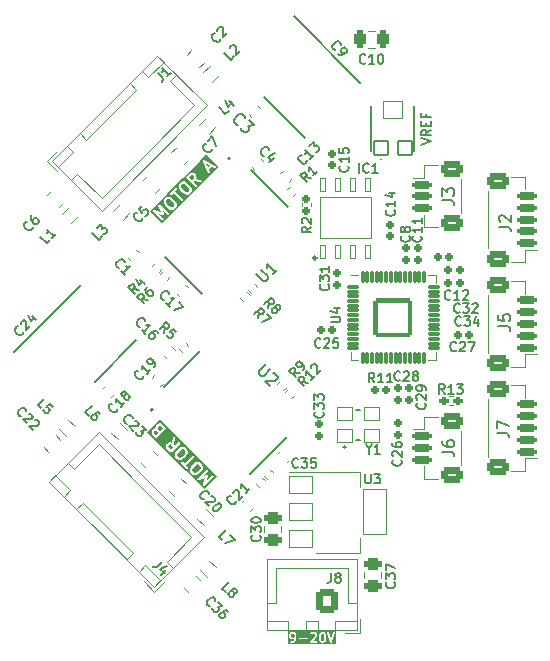
<source format=gto>
G04 #@! TF.GenerationSoftware,KiCad,Pcbnew,7.0.8-7.0.8~ubuntu22.04.1*
G04 #@! TF.CreationDate,2023-10-24T23:53:50-07:00*
G04 #@! TF.ProjectId,tentacle-board,74656e74-6163-46c6-952d-626f6172642e,REV1*
G04 #@! TF.SameCoordinates,Original*
G04 #@! TF.FileFunction,Legend,Top*
G04 #@! TF.FilePolarity,Positive*
%FSLAX46Y46*%
G04 Gerber Fmt 4.6, Leading zero omitted, Abs format (unit mm)*
G04 Created by KiCad (PCBNEW 7.0.8-7.0.8~ubuntu22.04.1) date 2023-10-24 23:53:50*
%MOMM*%
%LPD*%
G01*
G04 APERTURE LIST*
G04 Aperture macros list*
%AMRoundRect*
0 Rectangle with rounded corners*
0 $1 Rounding radius*
0 $2 $3 $4 $5 $6 $7 $8 $9 X,Y pos of 4 corners*
0 Add a 4 corners polygon primitive as box body*
4,1,4,$2,$3,$4,$5,$6,$7,$8,$9,$2,$3,0*
0 Add four circle primitives for the rounded corners*
1,1,$1+$1,$2,$3*
1,1,$1+$1,$4,$5*
1,1,$1+$1,$6,$7*
1,1,$1+$1,$8,$9*
0 Add four rect primitives between the rounded corners*
20,1,$1+$1,$2,$3,$4,$5,0*
20,1,$1+$1,$4,$5,$6,$7,0*
20,1,$1+$1,$6,$7,$8,$9,0*
20,1,$1+$1,$8,$9,$2,$3,0*%
%AMHorizOval*
0 Thick line with rounded ends*
0 $1 width*
0 $2 $3 position (X,Y) of the first rounded end (center of the circle)*
0 $4 $5 position (X,Y) of the second rounded end (center of the circle)*
0 Add line between two ends*
20,1,$1,$2,$3,$4,$5,0*
0 Add two circle primitives to create the rounded ends*
1,1,$1,$2,$3*
1,1,$1,$4,$5*%
G04 Aperture macros list end*
%ADD10C,0.150000*%
%ADD11C,0.200000*%
%ADD12C,0.120000*%
%ADD13C,0.022000*%
%ADD14C,0.127000*%
%ADD15C,0.250000*%
%ADD16C,0.010000*%
%ADD17C,1.000000*%
%ADD18RoundRect,0.294750X-0.456250X0.243750X-0.456250X-0.243750X0.456250X-0.243750X0.456250X0.243750X0*%
%ADD19RoundRect,0.198500X-0.147500X-0.172500X0.147500X-0.172500X0.147500X0.172500X-0.147500X0.172500X0*%
%ADD20RoundRect,0.198500X0.172500X-0.147500X0.172500X0.147500X-0.172500X0.147500X-0.172500X-0.147500X0*%
%ADD21RoundRect,0.198500X0.147500X0.172500X-0.147500X0.172500X-0.147500X-0.172500X0.147500X-0.172500X0*%
%ADD22RoundRect,0.051000X-1.000000X-0.750000X1.000000X-0.750000X1.000000X0.750000X-1.000000X0.750000X0*%
%ADD23RoundRect,0.051000X-1.000000X-1.900000X1.000000X-1.900000X1.000000X1.900000X-1.000000X1.900000X0*%
%ADD24RoundRect,0.198500X-0.172500X0.147500X-0.172500X-0.147500X0.172500X-0.147500X0.172500X0.147500X0*%
%ADD25RoundRect,0.294750X0.456250X-0.243750X0.456250X0.243750X-0.456250X0.243750X-0.456250X-0.243750X0*%
%ADD26RoundRect,0.101000X-0.387500X-0.050000X0.387500X-0.050000X0.387500X0.050000X-0.387500X0.050000X0*%
%ADD27RoundRect,0.101000X-0.050000X-0.387500X0.050000X-0.387500X0.050000X0.387500X-0.050000X0.387500X0*%
%ADD28RoundRect,0.195000X-1.456000X-1.456000X1.456000X-1.456000X1.456000X1.456000X-1.456000X1.456000X0*%
%ADD29C,2.702000*%
%ADD30C,3.602000*%
%ADD31RoundRect,0.051000X0.650000X-0.525000X0.650000X0.525000X-0.650000X0.525000X-0.650000X-0.525000X0*%
%ADD32RoundRect,0.051000X0.600000X-0.600000X0.600000X0.600000X-0.600000X0.600000X-0.600000X-0.600000X0*%
%ADD33RoundRect,0.051000X0.800000X-0.750000X0.800000X0.750000X-0.800000X0.750000X-0.800000X-0.750000X0*%
%ADD34RoundRect,0.201000X0.625000X-0.150000X0.625000X0.150000X-0.625000X0.150000X-0.625000X-0.150000X0*%
%ADD35RoundRect,0.301000X0.650000X-0.350000X0.650000X0.350000X-0.650000X0.350000X-0.650000X-0.350000X0*%
%ADD36RoundRect,0.269750X0.424264X0.114905X0.114905X0.424264X-0.424264X-0.114905X-0.114905X-0.424264X0*%
%ADD37RoundRect,0.211000X-0.026517X-0.252791X0.252791X0.026517X0.026517X0.252791X-0.252791X-0.026517X0*%
%ADD38RoundRect,0.294750X0.243750X0.456250X-0.243750X0.456250X-0.243750X-0.456250X0.243750X-0.456250X0*%
%ADD39RoundRect,0.211000X-0.252791X0.026517X0.026517X-0.252791X0.252791X-0.026517X-0.026517X0.252791X0*%
%ADD40RoundRect,0.269750X-0.424264X-0.114905X-0.114905X-0.424264X0.424264X0.114905X0.114905X0.424264X0*%
%ADD41RoundRect,0.269750X-0.114905X0.424264X-0.424264X0.114905X0.114905X-0.424264X0.424264X-0.114905X0*%
%ADD42RoundRect,0.301000X0.512652X0.159099X0.159099X0.512652X-0.512652X-0.159099X-0.159099X-0.512652X0*%
%ADD43RoundRect,0.276000X-0.017678X0.335876X-0.335876X0.017678X0.017678X-0.335876X0.335876X-0.017678X0*%
%ADD44RoundRect,0.301000X0.936916X0.088388X0.088388X0.936916X-0.936916X-0.088388X-0.088388X-0.936916X0*%
%ADD45HorizOval,1.802000X0.088388X0.088388X-0.088388X-0.088388X0*%
%ADD46RoundRect,0.201000X-0.625000X0.150000X-0.625000X-0.150000X0.625000X-0.150000X0.625000X0.150000X0*%
%ADD47RoundRect,0.301000X-0.650000X0.350000X-0.650000X-0.350000X0.650000X-0.350000X0.650000X0.350000X0*%
%ADD48RoundRect,0.288500X-0.380070X0.044194X0.044194X-0.380070X0.380070X-0.044194X-0.044194X0.380070X0*%
%ADD49RoundRect,0.288500X0.380070X-0.044194X-0.044194X0.380070X-0.380070X0.044194X0.044194X-0.380070X0*%
%ADD50RoundRect,0.301000X0.159099X-0.512652X0.512652X-0.159099X-0.159099X0.512652X-0.512652X0.159099X0*%
%ADD51RoundRect,0.276000X0.335876X0.017678X0.017678X0.335876X-0.335876X-0.017678X-0.017678X-0.335876X0*%
%ADD52RoundRect,0.211000X0.026517X0.252791X-0.252791X-0.026517X-0.026517X-0.252791X0.252791X0.026517X0*%
%ADD53RoundRect,0.211000X0.252791X-0.026517X-0.026517X0.252791X-0.252791X0.026517X0.026517X-0.252791X0*%
%ADD54RoundRect,0.186000X-0.185000X0.135000X-0.185000X-0.135000X0.185000X-0.135000X0.185000X0.135000X0*%
%ADD55RoundRect,0.269750X0.114905X-0.424264X0.424264X-0.114905X-0.114905X0.424264X-0.424264X0.114905X0*%
%ADD56RoundRect,0.288500X0.044194X0.380070X-0.380070X-0.044194X-0.044194X-0.380070X0.380070X0.044194X0*%
%ADD57RoundRect,0.301000X0.088388X-0.936916X0.936916X-0.088388X-0.088388X0.936916X-0.936916X0.088388X0*%
%ADD58HorizOval,1.802000X-0.088388X0.088388X0.088388X-0.088388X0*%
%ADD59RoundRect,0.051000X0.583363X-1.856155X1.856155X-0.583363X-0.583363X1.856155X-1.856155X0.583363X0*%
%ADD60RoundRect,0.288500X-0.044194X-0.380070X0.380070X0.044194X0.044194X0.380070X-0.380070X-0.044194X0*%
%ADD61RoundRect,0.051000X0.225000X0.525000X-0.225000X0.525000X-0.225000X-0.525000X0.225000X-0.525000X0*%
%ADD62RoundRect,0.051000X2.175000X-1.725000X2.175000X1.725000X-2.175000X1.725000X-2.175000X-1.725000X0*%
%ADD63RoundRect,0.301000X-0.512652X-0.159099X-0.159099X-0.512652X0.512652X0.159099X0.159099X0.512652X0*%
%ADD64RoundRect,0.051000X1.856155X0.583363X0.583363X1.856155X-1.856155X-0.583363X-0.583363X-1.856155X0*%
%ADD65RoundRect,0.211000X0.197500X0.160000X-0.197500X0.160000X-0.197500X-0.160000X0.197500X-0.160000X0*%
%ADD66RoundRect,0.301000X-0.159099X0.512652X-0.512652X0.159099X0.159099X-0.512652X0.512652X-0.159099X0*%
%ADD67RoundRect,0.301000X0.600000X0.750000X-0.600000X0.750000X-0.600000X-0.750000X0.600000X-0.750000X0*%
%ADD68O,1.802000X2.102000*%
G04 APERTURE END LIST*
D10*
G36*
X117047954Y-119944029D02*
G01*
X117068836Y-119964911D01*
X117093571Y-120014380D01*
X117093571Y-120169447D01*
X117068836Y-120218915D01*
X117047953Y-120239799D01*
X116998485Y-120264533D01*
X116881514Y-120264533D01*
X116832046Y-120239799D01*
X116811162Y-120218914D01*
X116786428Y-120169446D01*
X116786428Y-120014381D01*
X116811163Y-119964911D01*
X116832046Y-119944029D01*
X116881514Y-119919295D01*
X116998485Y-119919295D01*
X117047954Y-119944029D01*
G37*
G36*
X119524145Y-119944029D02*
G01*
X119545027Y-119964911D01*
X119573997Y-120022851D01*
X119607857Y-120158290D01*
X119607857Y-120330299D01*
X119573997Y-120465738D01*
X119545027Y-120523677D01*
X119524144Y-120544561D01*
X119474676Y-120569295D01*
X119433896Y-120569295D01*
X119384427Y-120544561D01*
X119363544Y-120523677D01*
X119334574Y-120465737D01*
X119300714Y-120330297D01*
X119300714Y-120158292D01*
X119334574Y-120022851D01*
X119363544Y-119964911D01*
X119384426Y-119944029D01*
X119433896Y-119919295D01*
X119474676Y-119919295D01*
X119524145Y-119944029D01*
G37*
G36*
X120630199Y-120833581D02*
G01*
X116522142Y-120833581D01*
X116522142Y-120187152D01*
X116636428Y-120187152D01*
X116637961Y-120191365D01*
X116636920Y-120195727D01*
X116644346Y-120220694D01*
X116682442Y-120296883D01*
X116683630Y-120298008D01*
X116696490Y-120316374D01*
X116734585Y-120354470D01*
X116736066Y-120355160D01*
X116754078Y-120368520D01*
X116830268Y-120406615D01*
X116834721Y-120407127D01*
X116838157Y-120410010D01*
X116863809Y-120414533D01*
X117016190Y-120414533D01*
X117020402Y-120412999D01*
X117024764Y-120414042D01*
X117049731Y-120406615D01*
X117067145Y-120397908D01*
X117060865Y-120423026D01*
X116996000Y-120520323D01*
X116971763Y-120544561D01*
X116922295Y-120569295D01*
X116787619Y-120569295D01*
X116739410Y-120586842D01*
X116713758Y-120631271D01*
X116722667Y-120681795D01*
X116761967Y-120714772D01*
X116787619Y-120719295D01*
X116940000Y-120719295D01*
X116944213Y-120717761D01*
X116948574Y-120718803D01*
X116973541Y-120711377D01*
X117049731Y-120673282D01*
X117050856Y-120672092D01*
X117069223Y-120659233D01*
X117090697Y-120637759D01*
X118351000Y-120637759D01*
X118356841Y-120659561D01*
X118360762Y-120681795D01*
X118363389Y-120683999D01*
X118364277Y-120687313D01*
X118382768Y-120700261D01*
X118400062Y-120714772D01*
X118404646Y-120715580D01*
X118406303Y-120716740D01*
X118409591Y-120716452D01*
X118425714Y-120719295D01*
X118920952Y-120719295D01*
X118969161Y-120701748D01*
X118994813Y-120657319D01*
X118985904Y-120606795D01*
X118946604Y-120573818D01*
X118920952Y-120569295D01*
X118606780Y-120569295D01*
X118836542Y-120339533D01*
X119150714Y-120339533D01*
X119151899Y-120342790D01*
X119152953Y-120357724D01*
X119191049Y-120510105D01*
X119193038Y-120513050D01*
X119196728Y-120525455D01*
X119234823Y-120601645D01*
X119236011Y-120602770D01*
X119248871Y-120621136D01*
X119286966Y-120659232D01*
X119288447Y-120659922D01*
X119306459Y-120673282D01*
X119382650Y-120711377D01*
X119387103Y-120711889D01*
X119390539Y-120714772D01*
X119416191Y-120719295D01*
X119492381Y-120719295D01*
X119496593Y-120717761D01*
X119500955Y-120718804D01*
X119525922Y-120711377D01*
X119602113Y-120673282D01*
X119603237Y-120672094D01*
X119621606Y-120659232D01*
X119659701Y-120621136D01*
X119660392Y-120619653D01*
X119673749Y-120601645D01*
X119711844Y-120525455D01*
X119712250Y-120521926D01*
X119717523Y-120510104D01*
X119755618Y-120357723D01*
X119755257Y-120354274D01*
X119757857Y-120339533D01*
X119757857Y-120149057D01*
X119756671Y-120145799D01*
X119755618Y-120130867D01*
X119717523Y-119978486D01*
X119715534Y-119975542D01*
X119711844Y-119963135D01*
X119673749Y-119886944D01*
X119672559Y-119885818D01*
X119659700Y-119867452D01*
X119634494Y-119842246D01*
X119836457Y-119842246D01*
X119840278Y-119868012D01*
X120106945Y-120668012D01*
X120108287Y-120669703D01*
X120108346Y-120671862D01*
X120124095Y-120689623D01*
X120138836Y-120708198D01*
X120140949Y-120708630D01*
X120142383Y-120710247D01*
X120165853Y-120713727D01*
X120189097Y-120718484D01*
X120190996Y-120717455D01*
X120193132Y-120717772D01*
X120213349Y-120705351D01*
X120234211Y-120694055D01*
X120235004Y-120692047D01*
X120236845Y-120690917D01*
X120249247Y-120668012D01*
X120515913Y-119868012D01*
X120514512Y-119816728D01*
X120480475Y-119778343D01*
X120429726Y-119770817D01*
X120386014Y-119797672D01*
X120373611Y-119820578D01*
X120178095Y-120407124D01*
X119982580Y-119820578D01*
X119950689Y-119780392D01*
X119900428Y-119770106D01*
X119855314Y-119794535D01*
X119836457Y-119842246D01*
X119634494Y-119842246D01*
X119621605Y-119829357D01*
X119620123Y-119828666D01*
X119602113Y-119815308D01*
X119525922Y-119777213D01*
X119521468Y-119776700D01*
X119518033Y-119773818D01*
X119492381Y-119769295D01*
X119416191Y-119769295D01*
X119411978Y-119770828D01*
X119407617Y-119769786D01*
X119382650Y-119777213D01*
X119306459Y-119815308D01*
X119305333Y-119816497D01*
X119286967Y-119829357D01*
X119248872Y-119867452D01*
X119248181Y-119868933D01*
X119234823Y-119886944D01*
X119196728Y-119963135D01*
X119196322Y-119966661D01*
X119191049Y-119978485D01*
X119152953Y-120130866D01*
X119153313Y-120134314D01*
X119150714Y-120149057D01*
X119150714Y-120339533D01*
X118836542Y-120339533D01*
X118935890Y-120240185D01*
X118937784Y-120236121D01*
X118941606Y-120233774D01*
X118954008Y-120210869D01*
X118992103Y-120096583D01*
X118992058Y-120094948D01*
X118995952Y-120072866D01*
X118995952Y-119996676D01*
X118994418Y-119992463D01*
X118995461Y-119988102D01*
X118988034Y-119963135D01*
X118949939Y-119886944D01*
X118948749Y-119885818D01*
X118935890Y-119867452D01*
X118897795Y-119829357D01*
X118896313Y-119828666D01*
X118878303Y-119815308D01*
X118802112Y-119777213D01*
X118797658Y-119776700D01*
X118794223Y-119773818D01*
X118768571Y-119769295D01*
X118578095Y-119769295D01*
X118573881Y-119770828D01*
X118569521Y-119769787D01*
X118544554Y-119777213D01*
X118468364Y-119815308D01*
X118467238Y-119816496D01*
X118448873Y-119829356D01*
X118410777Y-119867451D01*
X118389095Y-119913948D01*
X118402371Y-119963502D01*
X118444397Y-119992929D01*
X118495504Y-119988459D01*
X118516841Y-119973519D01*
X118546331Y-119944029D01*
X118595800Y-119919295D01*
X118750866Y-119919295D01*
X118800335Y-119944029D01*
X118821217Y-119964911D01*
X118845952Y-120014380D01*
X118845952Y-120060696D01*
X118817304Y-120146638D01*
X118372681Y-120591262D01*
X118363143Y-120611715D01*
X118351853Y-120631271D01*
X118352449Y-120634651D01*
X118351000Y-120637759D01*
X117090697Y-120637759D01*
X117107319Y-120621137D01*
X117108795Y-120617970D01*
X117116690Y-120609707D01*
X117192880Y-120495422D01*
X117192982Y-120495000D01*
X117203237Y-120472009D01*
X117239612Y-120326509D01*
X117437568Y-120326509D01*
X117446477Y-120377033D01*
X117485777Y-120410010D01*
X117511429Y-120414533D01*
X118120953Y-120414533D01*
X118169162Y-120396986D01*
X118194814Y-120352557D01*
X118185905Y-120302033D01*
X118146605Y-120269056D01*
X118120953Y-120264533D01*
X117511429Y-120264533D01*
X117463220Y-120282080D01*
X117437568Y-120326509D01*
X117239612Y-120326509D01*
X117241332Y-120319628D01*
X117240971Y-120316179D01*
X117243571Y-120301438D01*
X117243571Y-119996676D01*
X117242037Y-119992463D01*
X117243080Y-119988102D01*
X117235653Y-119963135D01*
X117197558Y-119886944D01*
X117196368Y-119885818D01*
X117183509Y-119867452D01*
X117145414Y-119829357D01*
X117143932Y-119828666D01*
X117125922Y-119815308D01*
X117049731Y-119777213D01*
X117045277Y-119776700D01*
X117041842Y-119773818D01*
X117016190Y-119769295D01*
X116863809Y-119769295D01*
X116859595Y-119770828D01*
X116855235Y-119769787D01*
X116830268Y-119777213D01*
X116754078Y-119815308D01*
X116752952Y-119816497D01*
X116734586Y-119829357D01*
X116696491Y-119867452D01*
X116695798Y-119868936D01*
X116682442Y-119886944D01*
X116644346Y-119963135D01*
X116643833Y-119967588D01*
X116640951Y-119971024D01*
X116636428Y-119996676D01*
X116636428Y-120187152D01*
X116522142Y-120187152D01*
X116522142Y-119655009D01*
X120630199Y-119655009D01*
X120630199Y-120833581D01*
G37*
X125526104Y-115564285D02*
X125564200Y-115602381D01*
X125564200Y-115602381D02*
X125602295Y-115716666D01*
X125602295Y-115716666D02*
X125602295Y-115792857D01*
X125602295Y-115792857D02*
X125564200Y-115907143D01*
X125564200Y-115907143D02*
X125488009Y-115983333D01*
X125488009Y-115983333D02*
X125411819Y-116021428D01*
X125411819Y-116021428D02*
X125259438Y-116059524D01*
X125259438Y-116059524D02*
X125145152Y-116059524D01*
X125145152Y-116059524D02*
X124992771Y-116021428D01*
X124992771Y-116021428D02*
X124916580Y-115983333D01*
X124916580Y-115983333D02*
X124840390Y-115907143D01*
X124840390Y-115907143D02*
X124802295Y-115792857D01*
X124802295Y-115792857D02*
X124802295Y-115716666D01*
X124802295Y-115716666D02*
X124840390Y-115602381D01*
X124840390Y-115602381D02*
X124878485Y-115564285D01*
X124802295Y-115297619D02*
X124802295Y-114802381D01*
X124802295Y-114802381D02*
X125107057Y-115069047D01*
X125107057Y-115069047D02*
X125107057Y-114954762D01*
X125107057Y-114954762D02*
X125145152Y-114878571D01*
X125145152Y-114878571D02*
X125183247Y-114840476D01*
X125183247Y-114840476D02*
X125259438Y-114802381D01*
X125259438Y-114802381D02*
X125449914Y-114802381D01*
X125449914Y-114802381D02*
X125526104Y-114840476D01*
X125526104Y-114840476D02*
X125564200Y-114878571D01*
X125564200Y-114878571D02*
X125602295Y-114954762D01*
X125602295Y-114954762D02*
X125602295Y-115183333D01*
X125602295Y-115183333D02*
X125564200Y-115259524D01*
X125564200Y-115259524D02*
X125526104Y-115297619D01*
X124802295Y-114535714D02*
X124802295Y-114002380D01*
X124802295Y-114002380D02*
X125602295Y-114345238D01*
X130275714Y-91586104D02*
X130237618Y-91624200D01*
X130237618Y-91624200D02*
X130123333Y-91662295D01*
X130123333Y-91662295D02*
X130047142Y-91662295D01*
X130047142Y-91662295D02*
X129932856Y-91624200D01*
X129932856Y-91624200D02*
X129856666Y-91548009D01*
X129856666Y-91548009D02*
X129818571Y-91471819D01*
X129818571Y-91471819D02*
X129780475Y-91319438D01*
X129780475Y-91319438D02*
X129780475Y-91205152D01*
X129780475Y-91205152D02*
X129818571Y-91052771D01*
X129818571Y-91052771D02*
X129856666Y-90976580D01*
X129856666Y-90976580D02*
X129932856Y-90900390D01*
X129932856Y-90900390D02*
X130047142Y-90862295D01*
X130047142Y-90862295D02*
X130123333Y-90862295D01*
X130123333Y-90862295D02*
X130237618Y-90900390D01*
X130237618Y-90900390D02*
X130275714Y-90938485D01*
X131037618Y-91662295D02*
X130580475Y-91662295D01*
X130809047Y-91662295D02*
X130809047Y-90862295D01*
X130809047Y-90862295D02*
X130732856Y-90976580D01*
X130732856Y-90976580D02*
X130656666Y-91052771D01*
X130656666Y-91052771D02*
X130580475Y-91090866D01*
X131342380Y-90938485D02*
X131380476Y-90900390D01*
X131380476Y-90900390D02*
X131456666Y-90862295D01*
X131456666Y-90862295D02*
X131647142Y-90862295D01*
X131647142Y-90862295D02*
X131723333Y-90900390D01*
X131723333Y-90900390D02*
X131761428Y-90938485D01*
X131761428Y-90938485D02*
X131799523Y-91014676D01*
X131799523Y-91014676D02*
X131799523Y-91090866D01*
X131799523Y-91090866D02*
X131761428Y-91205152D01*
X131761428Y-91205152D02*
X131304285Y-91662295D01*
X131304285Y-91662295D02*
X131799523Y-91662295D01*
X127776104Y-86264285D02*
X127814200Y-86302381D01*
X127814200Y-86302381D02*
X127852295Y-86416666D01*
X127852295Y-86416666D02*
X127852295Y-86492857D01*
X127852295Y-86492857D02*
X127814200Y-86607143D01*
X127814200Y-86607143D02*
X127738009Y-86683333D01*
X127738009Y-86683333D02*
X127661819Y-86721428D01*
X127661819Y-86721428D02*
X127509438Y-86759524D01*
X127509438Y-86759524D02*
X127395152Y-86759524D01*
X127395152Y-86759524D02*
X127242771Y-86721428D01*
X127242771Y-86721428D02*
X127166580Y-86683333D01*
X127166580Y-86683333D02*
X127090390Y-86607143D01*
X127090390Y-86607143D02*
X127052295Y-86492857D01*
X127052295Y-86492857D02*
X127052295Y-86416666D01*
X127052295Y-86416666D02*
X127090390Y-86302381D01*
X127090390Y-86302381D02*
X127128485Y-86264285D01*
X127852295Y-85502381D02*
X127852295Y-85959524D01*
X127852295Y-85730952D02*
X127052295Y-85730952D01*
X127052295Y-85730952D02*
X127166580Y-85807143D01*
X127166580Y-85807143D02*
X127242771Y-85883333D01*
X127242771Y-85883333D02*
X127280866Y-85959524D01*
X127852295Y-84740476D02*
X127852295Y-85197619D01*
X127852295Y-84969047D02*
X127052295Y-84969047D01*
X127052295Y-84969047D02*
X127166580Y-85045238D01*
X127166580Y-85045238D02*
X127242771Y-85121428D01*
X127242771Y-85121428D02*
X127280866Y-85197619D01*
X119275714Y-95636104D02*
X119237618Y-95674200D01*
X119237618Y-95674200D02*
X119123333Y-95712295D01*
X119123333Y-95712295D02*
X119047142Y-95712295D01*
X119047142Y-95712295D02*
X118932856Y-95674200D01*
X118932856Y-95674200D02*
X118856666Y-95598009D01*
X118856666Y-95598009D02*
X118818571Y-95521819D01*
X118818571Y-95521819D02*
X118780475Y-95369438D01*
X118780475Y-95369438D02*
X118780475Y-95255152D01*
X118780475Y-95255152D02*
X118818571Y-95102771D01*
X118818571Y-95102771D02*
X118856666Y-95026580D01*
X118856666Y-95026580D02*
X118932856Y-94950390D01*
X118932856Y-94950390D02*
X119047142Y-94912295D01*
X119047142Y-94912295D02*
X119123333Y-94912295D01*
X119123333Y-94912295D02*
X119237618Y-94950390D01*
X119237618Y-94950390D02*
X119275714Y-94988485D01*
X119580475Y-94988485D02*
X119618571Y-94950390D01*
X119618571Y-94950390D02*
X119694761Y-94912295D01*
X119694761Y-94912295D02*
X119885237Y-94912295D01*
X119885237Y-94912295D02*
X119961428Y-94950390D01*
X119961428Y-94950390D02*
X119999523Y-94988485D01*
X119999523Y-94988485D02*
X120037618Y-95064676D01*
X120037618Y-95064676D02*
X120037618Y-95140866D01*
X120037618Y-95140866D02*
X119999523Y-95255152D01*
X119999523Y-95255152D02*
X119542380Y-95712295D01*
X119542380Y-95712295D02*
X120037618Y-95712295D01*
X120761428Y-94912295D02*
X120380476Y-94912295D01*
X120380476Y-94912295D02*
X120342380Y-95293247D01*
X120342380Y-95293247D02*
X120380476Y-95255152D01*
X120380476Y-95255152D02*
X120456666Y-95217057D01*
X120456666Y-95217057D02*
X120647142Y-95217057D01*
X120647142Y-95217057D02*
X120723333Y-95255152D01*
X120723333Y-95255152D02*
X120761428Y-95293247D01*
X120761428Y-95293247D02*
X120799523Y-95369438D01*
X120799523Y-95369438D02*
X120799523Y-95559914D01*
X120799523Y-95559914D02*
X120761428Y-95636104D01*
X120761428Y-95636104D02*
X120723333Y-95674200D01*
X120723333Y-95674200D02*
X120647142Y-95712295D01*
X120647142Y-95712295D02*
X120456666Y-95712295D01*
X120456666Y-95712295D02*
X120380476Y-95674200D01*
X120380476Y-95674200D02*
X120342380Y-95636104D01*
X121576104Y-80314285D02*
X121614200Y-80352381D01*
X121614200Y-80352381D02*
X121652295Y-80466666D01*
X121652295Y-80466666D02*
X121652295Y-80542857D01*
X121652295Y-80542857D02*
X121614200Y-80657143D01*
X121614200Y-80657143D02*
X121538009Y-80733333D01*
X121538009Y-80733333D02*
X121461819Y-80771428D01*
X121461819Y-80771428D02*
X121309438Y-80809524D01*
X121309438Y-80809524D02*
X121195152Y-80809524D01*
X121195152Y-80809524D02*
X121042771Y-80771428D01*
X121042771Y-80771428D02*
X120966580Y-80733333D01*
X120966580Y-80733333D02*
X120890390Y-80657143D01*
X120890390Y-80657143D02*
X120852295Y-80542857D01*
X120852295Y-80542857D02*
X120852295Y-80466666D01*
X120852295Y-80466666D02*
X120890390Y-80352381D01*
X120890390Y-80352381D02*
X120928485Y-80314285D01*
X121652295Y-79552381D02*
X121652295Y-80009524D01*
X121652295Y-79780952D02*
X120852295Y-79780952D01*
X120852295Y-79780952D02*
X120966580Y-79857143D01*
X120966580Y-79857143D02*
X121042771Y-79933333D01*
X121042771Y-79933333D02*
X121080866Y-80009524D01*
X120852295Y-78828571D02*
X120852295Y-79209523D01*
X120852295Y-79209523D02*
X121233247Y-79247619D01*
X121233247Y-79247619D02*
X121195152Y-79209523D01*
X121195152Y-79209523D02*
X121157057Y-79133333D01*
X121157057Y-79133333D02*
X121157057Y-78942857D01*
X121157057Y-78942857D02*
X121195152Y-78866666D01*
X121195152Y-78866666D02*
X121233247Y-78828571D01*
X121233247Y-78828571D02*
X121309438Y-78790476D01*
X121309438Y-78790476D02*
X121499914Y-78790476D01*
X121499914Y-78790476D02*
X121576104Y-78828571D01*
X121576104Y-78828571D02*
X121614200Y-78866666D01*
X121614200Y-78866666D02*
X121652295Y-78942857D01*
X121652295Y-78942857D02*
X121652295Y-79133333D01*
X121652295Y-79133333D02*
X121614200Y-79209523D01*
X121614200Y-79209523D02*
X121576104Y-79247619D01*
X123080476Y-106412295D02*
X123080476Y-107059914D01*
X123080476Y-107059914D02*
X123118571Y-107136104D01*
X123118571Y-107136104D02*
X123156666Y-107174200D01*
X123156666Y-107174200D02*
X123232857Y-107212295D01*
X123232857Y-107212295D02*
X123385238Y-107212295D01*
X123385238Y-107212295D02*
X123461428Y-107174200D01*
X123461428Y-107174200D02*
X123499523Y-107136104D01*
X123499523Y-107136104D02*
X123537619Y-107059914D01*
X123537619Y-107059914D02*
X123537619Y-106412295D01*
X123842380Y-106412295D02*
X124337618Y-106412295D01*
X124337618Y-106412295D02*
X124070952Y-106717057D01*
X124070952Y-106717057D02*
X124185237Y-106717057D01*
X124185237Y-106717057D02*
X124261428Y-106755152D01*
X124261428Y-106755152D02*
X124299523Y-106793247D01*
X124299523Y-106793247D02*
X124337618Y-106869438D01*
X124337618Y-106869438D02*
X124337618Y-107059914D01*
X124337618Y-107059914D02*
X124299523Y-107136104D01*
X124299523Y-107136104D02*
X124261428Y-107174200D01*
X124261428Y-107174200D02*
X124185237Y-107212295D01*
X124185237Y-107212295D02*
X123956666Y-107212295D01*
X123956666Y-107212295D02*
X123880475Y-107174200D01*
X123880475Y-107174200D02*
X123842380Y-107136104D01*
X126076104Y-105214285D02*
X126114200Y-105252381D01*
X126114200Y-105252381D02*
X126152295Y-105366666D01*
X126152295Y-105366666D02*
X126152295Y-105442857D01*
X126152295Y-105442857D02*
X126114200Y-105557143D01*
X126114200Y-105557143D02*
X126038009Y-105633333D01*
X126038009Y-105633333D02*
X125961819Y-105671428D01*
X125961819Y-105671428D02*
X125809438Y-105709524D01*
X125809438Y-105709524D02*
X125695152Y-105709524D01*
X125695152Y-105709524D02*
X125542771Y-105671428D01*
X125542771Y-105671428D02*
X125466580Y-105633333D01*
X125466580Y-105633333D02*
X125390390Y-105557143D01*
X125390390Y-105557143D02*
X125352295Y-105442857D01*
X125352295Y-105442857D02*
X125352295Y-105366666D01*
X125352295Y-105366666D02*
X125390390Y-105252381D01*
X125390390Y-105252381D02*
X125428485Y-105214285D01*
X125428485Y-104909524D02*
X125390390Y-104871428D01*
X125390390Y-104871428D02*
X125352295Y-104795238D01*
X125352295Y-104795238D02*
X125352295Y-104604762D01*
X125352295Y-104604762D02*
X125390390Y-104528571D01*
X125390390Y-104528571D02*
X125428485Y-104490476D01*
X125428485Y-104490476D02*
X125504676Y-104452381D01*
X125504676Y-104452381D02*
X125580866Y-104452381D01*
X125580866Y-104452381D02*
X125695152Y-104490476D01*
X125695152Y-104490476D02*
X126152295Y-104947619D01*
X126152295Y-104947619D02*
X126152295Y-104452381D01*
X125352295Y-103766666D02*
X125352295Y-103919047D01*
X125352295Y-103919047D02*
X125390390Y-103995238D01*
X125390390Y-103995238D02*
X125428485Y-104033333D01*
X125428485Y-104033333D02*
X125542771Y-104109523D01*
X125542771Y-104109523D02*
X125695152Y-104147619D01*
X125695152Y-104147619D02*
X125999914Y-104147619D01*
X125999914Y-104147619D02*
X126076104Y-104109523D01*
X126076104Y-104109523D02*
X126114200Y-104071428D01*
X126114200Y-104071428D02*
X126152295Y-103995238D01*
X126152295Y-103995238D02*
X126152295Y-103842857D01*
X126152295Y-103842857D02*
X126114200Y-103766666D01*
X126114200Y-103766666D02*
X126076104Y-103728571D01*
X126076104Y-103728571D02*
X125999914Y-103690476D01*
X125999914Y-103690476D02*
X125809438Y-103690476D01*
X125809438Y-103690476D02*
X125733247Y-103728571D01*
X125733247Y-103728571D02*
X125695152Y-103766666D01*
X125695152Y-103766666D02*
X125657057Y-103842857D01*
X125657057Y-103842857D02*
X125657057Y-103995238D01*
X125657057Y-103995238D02*
X125695152Y-104071428D01*
X125695152Y-104071428D02*
X125733247Y-104109523D01*
X125733247Y-104109523D02*
X125809438Y-104147619D01*
X126776104Y-86233332D02*
X126814200Y-86271428D01*
X126814200Y-86271428D02*
X126852295Y-86385713D01*
X126852295Y-86385713D02*
X126852295Y-86461904D01*
X126852295Y-86461904D02*
X126814200Y-86576190D01*
X126814200Y-86576190D02*
X126738009Y-86652380D01*
X126738009Y-86652380D02*
X126661819Y-86690475D01*
X126661819Y-86690475D02*
X126509438Y-86728571D01*
X126509438Y-86728571D02*
X126395152Y-86728571D01*
X126395152Y-86728571D02*
X126242771Y-86690475D01*
X126242771Y-86690475D02*
X126166580Y-86652380D01*
X126166580Y-86652380D02*
X126090390Y-86576190D01*
X126090390Y-86576190D02*
X126052295Y-86461904D01*
X126052295Y-86461904D02*
X126052295Y-86385713D01*
X126052295Y-86385713D02*
X126090390Y-86271428D01*
X126090390Y-86271428D02*
X126128485Y-86233332D01*
X126395152Y-85776190D02*
X126357057Y-85852380D01*
X126357057Y-85852380D02*
X126318961Y-85890475D01*
X126318961Y-85890475D02*
X126242771Y-85928571D01*
X126242771Y-85928571D02*
X126204676Y-85928571D01*
X126204676Y-85928571D02*
X126128485Y-85890475D01*
X126128485Y-85890475D02*
X126090390Y-85852380D01*
X126090390Y-85852380D02*
X126052295Y-85776190D01*
X126052295Y-85776190D02*
X126052295Y-85623809D01*
X126052295Y-85623809D02*
X126090390Y-85547618D01*
X126090390Y-85547618D02*
X126128485Y-85509523D01*
X126128485Y-85509523D02*
X126204676Y-85471428D01*
X126204676Y-85471428D02*
X126242771Y-85471428D01*
X126242771Y-85471428D02*
X126318961Y-85509523D01*
X126318961Y-85509523D02*
X126357057Y-85547618D01*
X126357057Y-85547618D02*
X126395152Y-85623809D01*
X126395152Y-85623809D02*
X126395152Y-85776190D01*
X126395152Y-85776190D02*
X126433247Y-85852380D01*
X126433247Y-85852380D02*
X126471342Y-85890475D01*
X126471342Y-85890475D02*
X126547533Y-85928571D01*
X126547533Y-85928571D02*
X126699914Y-85928571D01*
X126699914Y-85928571D02*
X126776104Y-85890475D01*
X126776104Y-85890475D02*
X126814200Y-85852380D01*
X126814200Y-85852380D02*
X126852295Y-85776190D01*
X126852295Y-85776190D02*
X126852295Y-85623809D01*
X126852295Y-85623809D02*
X126814200Y-85547618D01*
X126814200Y-85547618D02*
X126776104Y-85509523D01*
X126776104Y-85509523D02*
X126699914Y-85471428D01*
X126699914Y-85471428D02*
X126547533Y-85471428D01*
X126547533Y-85471428D02*
X126471342Y-85509523D01*
X126471342Y-85509523D02*
X126433247Y-85547618D01*
X126433247Y-85547618D02*
X126395152Y-85623809D01*
X130775714Y-95936104D02*
X130737618Y-95974200D01*
X130737618Y-95974200D02*
X130623333Y-96012295D01*
X130623333Y-96012295D02*
X130547142Y-96012295D01*
X130547142Y-96012295D02*
X130432856Y-95974200D01*
X130432856Y-95974200D02*
X130356666Y-95898009D01*
X130356666Y-95898009D02*
X130318571Y-95821819D01*
X130318571Y-95821819D02*
X130280475Y-95669438D01*
X130280475Y-95669438D02*
X130280475Y-95555152D01*
X130280475Y-95555152D02*
X130318571Y-95402771D01*
X130318571Y-95402771D02*
X130356666Y-95326580D01*
X130356666Y-95326580D02*
X130432856Y-95250390D01*
X130432856Y-95250390D02*
X130547142Y-95212295D01*
X130547142Y-95212295D02*
X130623333Y-95212295D01*
X130623333Y-95212295D02*
X130737618Y-95250390D01*
X130737618Y-95250390D02*
X130775714Y-95288485D01*
X131080475Y-95288485D02*
X131118571Y-95250390D01*
X131118571Y-95250390D02*
X131194761Y-95212295D01*
X131194761Y-95212295D02*
X131385237Y-95212295D01*
X131385237Y-95212295D02*
X131461428Y-95250390D01*
X131461428Y-95250390D02*
X131499523Y-95288485D01*
X131499523Y-95288485D02*
X131537618Y-95364676D01*
X131537618Y-95364676D02*
X131537618Y-95440866D01*
X131537618Y-95440866D02*
X131499523Y-95555152D01*
X131499523Y-95555152D02*
X131042380Y-96012295D01*
X131042380Y-96012295D02*
X131537618Y-96012295D01*
X131804285Y-95212295D02*
X132337619Y-95212295D01*
X132337619Y-95212295D02*
X131994761Y-96012295D01*
X126025714Y-98436104D02*
X125987618Y-98474200D01*
X125987618Y-98474200D02*
X125873333Y-98512295D01*
X125873333Y-98512295D02*
X125797142Y-98512295D01*
X125797142Y-98512295D02*
X125682856Y-98474200D01*
X125682856Y-98474200D02*
X125606666Y-98398009D01*
X125606666Y-98398009D02*
X125568571Y-98321819D01*
X125568571Y-98321819D02*
X125530475Y-98169438D01*
X125530475Y-98169438D02*
X125530475Y-98055152D01*
X125530475Y-98055152D02*
X125568571Y-97902771D01*
X125568571Y-97902771D02*
X125606666Y-97826580D01*
X125606666Y-97826580D02*
X125682856Y-97750390D01*
X125682856Y-97750390D02*
X125797142Y-97712295D01*
X125797142Y-97712295D02*
X125873333Y-97712295D01*
X125873333Y-97712295D02*
X125987618Y-97750390D01*
X125987618Y-97750390D02*
X126025714Y-97788485D01*
X126330475Y-97788485D02*
X126368571Y-97750390D01*
X126368571Y-97750390D02*
X126444761Y-97712295D01*
X126444761Y-97712295D02*
X126635237Y-97712295D01*
X126635237Y-97712295D02*
X126711428Y-97750390D01*
X126711428Y-97750390D02*
X126749523Y-97788485D01*
X126749523Y-97788485D02*
X126787618Y-97864676D01*
X126787618Y-97864676D02*
X126787618Y-97940866D01*
X126787618Y-97940866D02*
X126749523Y-98055152D01*
X126749523Y-98055152D02*
X126292380Y-98512295D01*
X126292380Y-98512295D02*
X126787618Y-98512295D01*
X127244761Y-98055152D02*
X127168571Y-98017057D01*
X127168571Y-98017057D02*
X127130476Y-97978961D01*
X127130476Y-97978961D02*
X127092380Y-97902771D01*
X127092380Y-97902771D02*
X127092380Y-97864676D01*
X127092380Y-97864676D02*
X127130476Y-97788485D01*
X127130476Y-97788485D02*
X127168571Y-97750390D01*
X127168571Y-97750390D02*
X127244761Y-97712295D01*
X127244761Y-97712295D02*
X127397142Y-97712295D01*
X127397142Y-97712295D02*
X127473333Y-97750390D01*
X127473333Y-97750390D02*
X127511428Y-97788485D01*
X127511428Y-97788485D02*
X127549523Y-97864676D01*
X127549523Y-97864676D02*
X127549523Y-97902771D01*
X127549523Y-97902771D02*
X127511428Y-97978961D01*
X127511428Y-97978961D02*
X127473333Y-98017057D01*
X127473333Y-98017057D02*
X127397142Y-98055152D01*
X127397142Y-98055152D02*
X127244761Y-98055152D01*
X127244761Y-98055152D02*
X127168571Y-98093247D01*
X127168571Y-98093247D02*
X127130476Y-98131342D01*
X127130476Y-98131342D02*
X127092380Y-98207533D01*
X127092380Y-98207533D02*
X127092380Y-98359914D01*
X127092380Y-98359914D02*
X127130476Y-98436104D01*
X127130476Y-98436104D02*
X127168571Y-98474200D01*
X127168571Y-98474200D02*
X127244761Y-98512295D01*
X127244761Y-98512295D02*
X127397142Y-98512295D01*
X127397142Y-98512295D02*
X127473333Y-98474200D01*
X127473333Y-98474200D02*
X127511428Y-98436104D01*
X127511428Y-98436104D02*
X127549523Y-98359914D01*
X127549523Y-98359914D02*
X127549523Y-98207533D01*
X127549523Y-98207533D02*
X127511428Y-98131342D01*
X127511428Y-98131342D02*
X127473333Y-98093247D01*
X127473333Y-98093247D02*
X127397142Y-98055152D01*
X128126104Y-100414285D02*
X128164200Y-100452381D01*
X128164200Y-100452381D02*
X128202295Y-100566666D01*
X128202295Y-100566666D02*
X128202295Y-100642857D01*
X128202295Y-100642857D02*
X128164200Y-100757143D01*
X128164200Y-100757143D02*
X128088009Y-100833333D01*
X128088009Y-100833333D02*
X128011819Y-100871428D01*
X128011819Y-100871428D02*
X127859438Y-100909524D01*
X127859438Y-100909524D02*
X127745152Y-100909524D01*
X127745152Y-100909524D02*
X127592771Y-100871428D01*
X127592771Y-100871428D02*
X127516580Y-100833333D01*
X127516580Y-100833333D02*
X127440390Y-100757143D01*
X127440390Y-100757143D02*
X127402295Y-100642857D01*
X127402295Y-100642857D02*
X127402295Y-100566666D01*
X127402295Y-100566666D02*
X127440390Y-100452381D01*
X127440390Y-100452381D02*
X127478485Y-100414285D01*
X127478485Y-100109524D02*
X127440390Y-100071428D01*
X127440390Y-100071428D02*
X127402295Y-99995238D01*
X127402295Y-99995238D02*
X127402295Y-99804762D01*
X127402295Y-99804762D02*
X127440390Y-99728571D01*
X127440390Y-99728571D02*
X127478485Y-99690476D01*
X127478485Y-99690476D02*
X127554676Y-99652381D01*
X127554676Y-99652381D02*
X127630866Y-99652381D01*
X127630866Y-99652381D02*
X127745152Y-99690476D01*
X127745152Y-99690476D02*
X128202295Y-100147619D01*
X128202295Y-100147619D02*
X128202295Y-99652381D01*
X128202295Y-99271428D02*
X128202295Y-99119047D01*
X128202295Y-99119047D02*
X128164200Y-99042857D01*
X128164200Y-99042857D02*
X128126104Y-99004761D01*
X128126104Y-99004761D02*
X128011819Y-98928571D01*
X128011819Y-98928571D02*
X127859438Y-98890476D01*
X127859438Y-98890476D02*
X127554676Y-98890476D01*
X127554676Y-98890476D02*
X127478485Y-98928571D01*
X127478485Y-98928571D02*
X127440390Y-98966666D01*
X127440390Y-98966666D02*
X127402295Y-99042857D01*
X127402295Y-99042857D02*
X127402295Y-99195238D01*
X127402295Y-99195238D02*
X127440390Y-99271428D01*
X127440390Y-99271428D02*
X127478485Y-99309523D01*
X127478485Y-99309523D02*
X127554676Y-99347619D01*
X127554676Y-99347619D02*
X127745152Y-99347619D01*
X127745152Y-99347619D02*
X127821342Y-99309523D01*
X127821342Y-99309523D02*
X127859438Y-99271428D01*
X127859438Y-99271428D02*
X127897533Y-99195238D01*
X127897533Y-99195238D02*
X127897533Y-99042857D01*
X127897533Y-99042857D02*
X127859438Y-98966666D01*
X127859438Y-98966666D02*
X127821342Y-98928571D01*
X127821342Y-98928571D02*
X127745152Y-98890476D01*
X114126104Y-111614285D02*
X114164200Y-111652381D01*
X114164200Y-111652381D02*
X114202295Y-111766666D01*
X114202295Y-111766666D02*
X114202295Y-111842857D01*
X114202295Y-111842857D02*
X114164200Y-111957143D01*
X114164200Y-111957143D02*
X114088009Y-112033333D01*
X114088009Y-112033333D02*
X114011819Y-112071428D01*
X114011819Y-112071428D02*
X113859438Y-112109524D01*
X113859438Y-112109524D02*
X113745152Y-112109524D01*
X113745152Y-112109524D02*
X113592771Y-112071428D01*
X113592771Y-112071428D02*
X113516580Y-112033333D01*
X113516580Y-112033333D02*
X113440390Y-111957143D01*
X113440390Y-111957143D02*
X113402295Y-111842857D01*
X113402295Y-111842857D02*
X113402295Y-111766666D01*
X113402295Y-111766666D02*
X113440390Y-111652381D01*
X113440390Y-111652381D02*
X113478485Y-111614285D01*
X113402295Y-111347619D02*
X113402295Y-110852381D01*
X113402295Y-110852381D02*
X113707057Y-111119047D01*
X113707057Y-111119047D02*
X113707057Y-111004762D01*
X113707057Y-111004762D02*
X113745152Y-110928571D01*
X113745152Y-110928571D02*
X113783247Y-110890476D01*
X113783247Y-110890476D02*
X113859438Y-110852381D01*
X113859438Y-110852381D02*
X114049914Y-110852381D01*
X114049914Y-110852381D02*
X114126104Y-110890476D01*
X114126104Y-110890476D02*
X114164200Y-110928571D01*
X114164200Y-110928571D02*
X114202295Y-111004762D01*
X114202295Y-111004762D02*
X114202295Y-111233333D01*
X114202295Y-111233333D02*
X114164200Y-111309524D01*
X114164200Y-111309524D02*
X114126104Y-111347619D01*
X113402295Y-110357142D02*
X113402295Y-110280952D01*
X113402295Y-110280952D02*
X113440390Y-110204761D01*
X113440390Y-110204761D02*
X113478485Y-110166666D01*
X113478485Y-110166666D02*
X113554676Y-110128571D01*
X113554676Y-110128571D02*
X113707057Y-110090476D01*
X113707057Y-110090476D02*
X113897533Y-110090476D01*
X113897533Y-110090476D02*
X114049914Y-110128571D01*
X114049914Y-110128571D02*
X114126104Y-110166666D01*
X114126104Y-110166666D02*
X114164200Y-110204761D01*
X114164200Y-110204761D02*
X114202295Y-110280952D01*
X114202295Y-110280952D02*
X114202295Y-110357142D01*
X114202295Y-110357142D02*
X114164200Y-110433333D01*
X114164200Y-110433333D02*
X114126104Y-110471428D01*
X114126104Y-110471428D02*
X114049914Y-110509523D01*
X114049914Y-110509523D02*
X113897533Y-110547619D01*
X113897533Y-110547619D02*
X113707057Y-110547619D01*
X113707057Y-110547619D02*
X113554676Y-110509523D01*
X113554676Y-110509523D02*
X113478485Y-110471428D01*
X113478485Y-110471428D02*
X113440390Y-110433333D01*
X113440390Y-110433333D02*
X113402295Y-110357142D01*
X119926104Y-90364285D02*
X119964200Y-90402381D01*
X119964200Y-90402381D02*
X120002295Y-90516666D01*
X120002295Y-90516666D02*
X120002295Y-90592857D01*
X120002295Y-90592857D02*
X119964200Y-90707143D01*
X119964200Y-90707143D02*
X119888009Y-90783333D01*
X119888009Y-90783333D02*
X119811819Y-90821428D01*
X119811819Y-90821428D02*
X119659438Y-90859524D01*
X119659438Y-90859524D02*
X119545152Y-90859524D01*
X119545152Y-90859524D02*
X119392771Y-90821428D01*
X119392771Y-90821428D02*
X119316580Y-90783333D01*
X119316580Y-90783333D02*
X119240390Y-90707143D01*
X119240390Y-90707143D02*
X119202295Y-90592857D01*
X119202295Y-90592857D02*
X119202295Y-90516666D01*
X119202295Y-90516666D02*
X119240390Y-90402381D01*
X119240390Y-90402381D02*
X119278485Y-90364285D01*
X119202295Y-90097619D02*
X119202295Y-89602381D01*
X119202295Y-89602381D02*
X119507057Y-89869047D01*
X119507057Y-89869047D02*
X119507057Y-89754762D01*
X119507057Y-89754762D02*
X119545152Y-89678571D01*
X119545152Y-89678571D02*
X119583247Y-89640476D01*
X119583247Y-89640476D02*
X119659438Y-89602381D01*
X119659438Y-89602381D02*
X119849914Y-89602381D01*
X119849914Y-89602381D02*
X119926104Y-89640476D01*
X119926104Y-89640476D02*
X119964200Y-89678571D01*
X119964200Y-89678571D02*
X120002295Y-89754762D01*
X120002295Y-89754762D02*
X120002295Y-89983333D01*
X120002295Y-89983333D02*
X119964200Y-90059524D01*
X119964200Y-90059524D02*
X119926104Y-90097619D01*
X120002295Y-88840476D02*
X120002295Y-89297619D01*
X120002295Y-89069047D02*
X119202295Y-89069047D01*
X119202295Y-89069047D02*
X119316580Y-89145238D01*
X119316580Y-89145238D02*
X119392771Y-89221428D01*
X119392771Y-89221428D02*
X119430866Y-89297619D01*
X131075714Y-92686104D02*
X131037618Y-92724200D01*
X131037618Y-92724200D02*
X130923333Y-92762295D01*
X130923333Y-92762295D02*
X130847142Y-92762295D01*
X130847142Y-92762295D02*
X130732856Y-92724200D01*
X130732856Y-92724200D02*
X130656666Y-92648009D01*
X130656666Y-92648009D02*
X130618571Y-92571819D01*
X130618571Y-92571819D02*
X130580475Y-92419438D01*
X130580475Y-92419438D02*
X130580475Y-92305152D01*
X130580475Y-92305152D02*
X130618571Y-92152771D01*
X130618571Y-92152771D02*
X130656666Y-92076580D01*
X130656666Y-92076580D02*
X130732856Y-92000390D01*
X130732856Y-92000390D02*
X130847142Y-91962295D01*
X130847142Y-91962295D02*
X130923333Y-91962295D01*
X130923333Y-91962295D02*
X131037618Y-92000390D01*
X131037618Y-92000390D02*
X131075714Y-92038485D01*
X131342380Y-91962295D02*
X131837618Y-91962295D01*
X131837618Y-91962295D02*
X131570952Y-92267057D01*
X131570952Y-92267057D02*
X131685237Y-92267057D01*
X131685237Y-92267057D02*
X131761428Y-92305152D01*
X131761428Y-92305152D02*
X131799523Y-92343247D01*
X131799523Y-92343247D02*
X131837618Y-92419438D01*
X131837618Y-92419438D02*
X131837618Y-92609914D01*
X131837618Y-92609914D02*
X131799523Y-92686104D01*
X131799523Y-92686104D02*
X131761428Y-92724200D01*
X131761428Y-92724200D02*
X131685237Y-92762295D01*
X131685237Y-92762295D02*
X131456666Y-92762295D01*
X131456666Y-92762295D02*
X131380475Y-92724200D01*
X131380475Y-92724200D02*
X131342380Y-92686104D01*
X132142380Y-92038485D02*
X132180476Y-92000390D01*
X132180476Y-92000390D02*
X132256666Y-91962295D01*
X132256666Y-91962295D02*
X132447142Y-91962295D01*
X132447142Y-91962295D02*
X132523333Y-92000390D01*
X132523333Y-92000390D02*
X132561428Y-92038485D01*
X132561428Y-92038485D02*
X132599523Y-92114676D01*
X132599523Y-92114676D02*
X132599523Y-92190866D01*
X132599523Y-92190866D02*
X132561428Y-92305152D01*
X132561428Y-92305152D02*
X132104285Y-92762295D01*
X132104285Y-92762295D02*
X132599523Y-92762295D01*
X120152295Y-93559523D02*
X120799914Y-93559523D01*
X120799914Y-93559523D02*
X120876104Y-93521428D01*
X120876104Y-93521428D02*
X120914200Y-93483333D01*
X120914200Y-93483333D02*
X120952295Y-93407142D01*
X120952295Y-93407142D02*
X120952295Y-93254761D01*
X120952295Y-93254761D02*
X120914200Y-93178571D01*
X120914200Y-93178571D02*
X120876104Y-93140476D01*
X120876104Y-93140476D02*
X120799914Y-93102380D01*
X120799914Y-93102380D02*
X120152295Y-93102380D01*
X120418961Y-92378571D02*
X120952295Y-92378571D01*
X120114200Y-92569047D02*
X120685628Y-92759524D01*
X120685628Y-92759524D02*
X120685628Y-92264285D01*
X119476104Y-101164285D02*
X119514200Y-101202381D01*
X119514200Y-101202381D02*
X119552295Y-101316666D01*
X119552295Y-101316666D02*
X119552295Y-101392857D01*
X119552295Y-101392857D02*
X119514200Y-101507143D01*
X119514200Y-101507143D02*
X119438009Y-101583333D01*
X119438009Y-101583333D02*
X119361819Y-101621428D01*
X119361819Y-101621428D02*
X119209438Y-101659524D01*
X119209438Y-101659524D02*
X119095152Y-101659524D01*
X119095152Y-101659524D02*
X118942771Y-101621428D01*
X118942771Y-101621428D02*
X118866580Y-101583333D01*
X118866580Y-101583333D02*
X118790390Y-101507143D01*
X118790390Y-101507143D02*
X118752295Y-101392857D01*
X118752295Y-101392857D02*
X118752295Y-101316666D01*
X118752295Y-101316666D02*
X118790390Y-101202381D01*
X118790390Y-101202381D02*
X118828485Y-101164285D01*
X118752295Y-100897619D02*
X118752295Y-100402381D01*
X118752295Y-100402381D02*
X119057057Y-100669047D01*
X119057057Y-100669047D02*
X119057057Y-100554762D01*
X119057057Y-100554762D02*
X119095152Y-100478571D01*
X119095152Y-100478571D02*
X119133247Y-100440476D01*
X119133247Y-100440476D02*
X119209438Y-100402381D01*
X119209438Y-100402381D02*
X119399914Y-100402381D01*
X119399914Y-100402381D02*
X119476104Y-100440476D01*
X119476104Y-100440476D02*
X119514200Y-100478571D01*
X119514200Y-100478571D02*
X119552295Y-100554762D01*
X119552295Y-100554762D02*
X119552295Y-100783333D01*
X119552295Y-100783333D02*
X119514200Y-100859524D01*
X119514200Y-100859524D02*
X119476104Y-100897619D01*
X118752295Y-100135714D02*
X118752295Y-99640476D01*
X118752295Y-99640476D02*
X119057057Y-99907142D01*
X119057057Y-99907142D02*
X119057057Y-99792857D01*
X119057057Y-99792857D02*
X119095152Y-99716666D01*
X119095152Y-99716666D02*
X119133247Y-99678571D01*
X119133247Y-99678571D02*
X119209438Y-99640476D01*
X119209438Y-99640476D02*
X119399914Y-99640476D01*
X119399914Y-99640476D02*
X119476104Y-99678571D01*
X119476104Y-99678571D02*
X119514200Y-99716666D01*
X119514200Y-99716666D02*
X119552295Y-99792857D01*
X119552295Y-99792857D02*
X119552295Y-100021428D01*
X119552295Y-100021428D02*
X119514200Y-100097619D01*
X119514200Y-100097619D02*
X119476104Y-100135714D01*
X125526104Y-84064285D02*
X125564200Y-84102381D01*
X125564200Y-84102381D02*
X125602295Y-84216666D01*
X125602295Y-84216666D02*
X125602295Y-84292857D01*
X125602295Y-84292857D02*
X125564200Y-84407143D01*
X125564200Y-84407143D02*
X125488009Y-84483333D01*
X125488009Y-84483333D02*
X125411819Y-84521428D01*
X125411819Y-84521428D02*
X125259438Y-84559524D01*
X125259438Y-84559524D02*
X125145152Y-84559524D01*
X125145152Y-84559524D02*
X124992771Y-84521428D01*
X124992771Y-84521428D02*
X124916580Y-84483333D01*
X124916580Y-84483333D02*
X124840390Y-84407143D01*
X124840390Y-84407143D02*
X124802295Y-84292857D01*
X124802295Y-84292857D02*
X124802295Y-84216666D01*
X124802295Y-84216666D02*
X124840390Y-84102381D01*
X124840390Y-84102381D02*
X124878485Y-84064285D01*
X125602295Y-83302381D02*
X125602295Y-83759524D01*
X125602295Y-83530952D02*
X124802295Y-83530952D01*
X124802295Y-83530952D02*
X124916580Y-83607143D01*
X124916580Y-83607143D02*
X124992771Y-83683333D01*
X124992771Y-83683333D02*
X125030866Y-83759524D01*
X125068961Y-82616666D02*
X125602295Y-82616666D01*
X124764200Y-82807142D02*
X125335628Y-82997619D01*
X125335628Y-82997619D02*
X125335628Y-82502380D01*
X131175714Y-93786104D02*
X131137618Y-93824200D01*
X131137618Y-93824200D02*
X131023333Y-93862295D01*
X131023333Y-93862295D02*
X130947142Y-93862295D01*
X130947142Y-93862295D02*
X130832856Y-93824200D01*
X130832856Y-93824200D02*
X130756666Y-93748009D01*
X130756666Y-93748009D02*
X130718571Y-93671819D01*
X130718571Y-93671819D02*
X130680475Y-93519438D01*
X130680475Y-93519438D02*
X130680475Y-93405152D01*
X130680475Y-93405152D02*
X130718571Y-93252771D01*
X130718571Y-93252771D02*
X130756666Y-93176580D01*
X130756666Y-93176580D02*
X130832856Y-93100390D01*
X130832856Y-93100390D02*
X130947142Y-93062295D01*
X130947142Y-93062295D02*
X131023333Y-93062295D01*
X131023333Y-93062295D02*
X131137618Y-93100390D01*
X131137618Y-93100390D02*
X131175714Y-93138485D01*
X131442380Y-93062295D02*
X131937618Y-93062295D01*
X131937618Y-93062295D02*
X131670952Y-93367057D01*
X131670952Y-93367057D02*
X131785237Y-93367057D01*
X131785237Y-93367057D02*
X131861428Y-93405152D01*
X131861428Y-93405152D02*
X131899523Y-93443247D01*
X131899523Y-93443247D02*
X131937618Y-93519438D01*
X131937618Y-93519438D02*
X131937618Y-93709914D01*
X131937618Y-93709914D02*
X131899523Y-93786104D01*
X131899523Y-93786104D02*
X131861428Y-93824200D01*
X131861428Y-93824200D02*
X131785237Y-93862295D01*
X131785237Y-93862295D02*
X131556666Y-93862295D01*
X131556666Y-93862295D02*
X131480475Y-93824200D01*
X131480475Y-93824200D02*
X131442380Y-93786104D01*
X132623333Y-93328961D02*
X132623333Y-93862295D01*
X132432857Y-93024200D02*
X132242380Y-93595628D01*
X132242380Y-93595628D02*
X132737619Y-93595628D01*
X123825714Y-98662295D02*
X123559047Y-98281342D01*
X123368571Y-98662295D02*
X123368571Y-97862295D01*
X123368571Y-97862295D02*
X123673333Y-97862295D01*
X123673333Y-97862295D02*
X123749523Y-97900390D01*
X123749523Y-97900390D02*
X123787618Y-97938485D01*
X123787618Y-97938485D02*
X123825714Y-98014676D01*
X123825714Y-98014676D02*
X123825714Y-98128961D01*
X123825714Y-98128961D02*
X123787618Y-98205152D01*
X123787618Y-98205152D02*
X123749523Y-98243247D01*
X123749523Y-98243247D02*
X123673333Y-98281342D01*
X123673333Y-98281342D02*
X123368571Y-98281342D01*
X124587618Y-98662295D02*
X124130475Y-98662295D01*
X124359047Y-98662295D02*
X124359047Y-97862295D01*
X124359047Y-97862295D02*
X124282856Y-97976580D01*
X124282856Y-97976580D02*
X124206666Y-98052771D01*
X124206666Y-98052771D02*
X124130475Y-98090866D01*
X125349523Y-98662295D02*
X124892380Y-98662295D01*
X125120952Y-98662295D02*
X125120952Y-97862295D01*
X125120952Y-97862295D02*
X125044761Y-97976580D01*
X125044761Y-97976580D02*
X124968571Y-98052771D01*
X124968571Y-98052771D02*
X124892380Y-98090866D01*
X123359048Y-104331342D02*
X123359048Y-104712295D01*
X123092381Y-103912295D02*
X123359048Y-104331342D01*
X123359048Y-104331342D02*
X123625714Y-103912295D01*
X124311428Y-104712295D02*
X123854285Y-104712295D01*
X124082857Y-104712295D02*
X124082857Y-103912295D01*
X124082857Y-103912295D02*
X124006666Y-104026580D01*
X124006666Y-104026580D02*
X123930476Y-104102771D01*
X123930476Y-104102771D02*
X123854285Y-104140866D01*
X127802295Y-78521428D02*
X128602295Y-78254761D01*
X128602295Y-78254761D02*
X127802295Y-77988095D01*
X128602295Y-77264285D02*
X128221342Y-77530952D01*
X128602295Y-77721428D02*
X127802295Y-77721428D01*
X127802295Y-77721428D02*
X127802295Y-77416666D01*
X127802295Y-77416666D02*
X127840390Y-77340476D01*
X127840390Y-77340476D02*
X127878485Y-77302381D01*
X127878485Y-77302381D02*
X127954676Y-77264285D01*
X127954676Y-77264285D02*
X128068961Y-77264285D01*
X128068961Y-77264285D02*
X128145152Y-77302381D01*
X128145152Y-77302381D02*
X128183247Y-77340476D01*
X128183247Y-77340476D02*
X128221342Y-77416666D01*
X128221342Y-77416666D02*
X128221342Y-77721428D01*
X128183247Y-76921428D02*
X128183247Y-76654762D01*
X128602295Y-76540476D02*
X128602295Y-76921428D01*
X128602295Y-76921428D02*
X127802295Y-76921428D01*
X127802295Y-76921428D02*
X127802295Y-76540476D01*
X128183247Y-75930952D02*
X128183247Y-76197618D01*
X128602295Y-76197618D02*
X127802295Y-76197618D01*
X127802295Y-76197618D02*
X127802295Y-75816666D01*
X134194819Y-102933333D02*
X134909104Y-102933333D01*
X134909104Y-102933333D02*
X135051961Y-102980952D01*
X135051961Y-102980952D02*
X135147200Y-103076190D01*
X135147200Y-103076190D02*
X135194819Y-103219047D01*
X135194819Y-103219047D02*
X135194819Y-103314285D01*
X134194819Y-102552380D02*
X134194819Y-101885714D01*
X134194819Y-101885714D02*
X135194819Y-102314285D01*
X110939537Y-112011900D02*
X110670163Y-111742526D01*
X110670163Y-111742526D02*
X111235849Y-111176841D01*
X111639910Y-111580901D02*
X112017033Y-111958025D01*
X112017033Y-111958025D02*
X111208911Y-112281274D01*
X104651900Y-91650462D02*
X104193964Y-91569649D01*
X104328651Y-91973710D02*
X103762966Y-91408025D01*
X103762966Y-91408025D02*
X103978465Y-91192526D01*
X103978465Y-91192526D02*
X104059277Y-91165588D01*
X104059277Y-91165588D02*
X104113152Y-91165588D01*
X104113152Y-91165588D02*
X104193964Y-91192526D01*
X104193964Y-91192526D02*
X104274777Y-91273338D01*
X104274777Y-91273338D02*
X104301714Y-91354150D01*
X104301714Y-91354150D02*
X104301714Y-91408025D01*
X104301714Y-91408025D02*
X104274777Y-91488837D01*
X104274777Y-91488837D02*
X104059277Y-91704336D01*
X104571088Y-90599903D02*
X104463338Y-90707653D01*
X104463338Y-90707653D02*
X104436401Y-90788465D01*
X104436401Y-90788465D02*
X104436401Y-90842340D01*
X104436401Y-90842340D02*
X104463338Y-90977027D01*
X104463338Y-90977027D02*
X104544151Y-91111714D01*
X104544151Y-91111714D02*
X104759650Y-91327213D01*
X104759650Y-91327213D02*
X104840462Y-91354150D01*
X104840462Y-91354150D02*
X104894337Y-91354150D01*
X104894337Y-91354150D02*
X104975149Y-91327213D01*
X104975149Y-91327213D02*
X105082899Y-91219463D01*
X105082899Y-91219463D02*
X105109836Y-91138651D01*
X105109836Y-91138651D02*
X105109836Y-91084776D01*
X105109836Y-91084776D02*
X105082899Y-91003964D01*
X105082899Y-91003964D02*
X104948212Y-90869277D01*
X104948212Y-90869277D02*
X104867399Y-90842340D01*
X104867399Y-90842340D02*
X104813525Y-90842340D01*
X104813525Y-90842340D02*
X104732712Y-90869277D01*
X104732712Y-90869277D02*
X104624963Y-90977027D01*
X104624963Y-90977027D02*
X104598025Y-91057839D01*
X104598025Y-91057839D02*
X104598025Y-91111714D01*
X104598025Y-91111714D02*
X104624963Y-91192526D01*
X123075714Y-71586104D02*
X123037618Y-71624200D01*
X123037618Y-71624200D02*
X122923333Y-71662295D01*
X122923333Y-71662295D02*
X122847142Y-71662295D01*
X122847142Y-71662295D02*
X122732856Y-71624200D01*
X122732856Y-71624200D02*
X122656666Y-71548009D01*
X122656666Y-71548009D02*
X122618571Y-71471819D01*
X122618571Y-71471819D02*
X122580475Y-71319438D01*
X122580475Y-71319438D02*
X122580475Y-71205152D01*
X122580475Y-71205152D02*
X122618571Y-71052771D01*
X122618571Y-71052771D02*
X122656666Y-70976580D01*
X122656666Y-70976580D02*
X122732856Y-70900390D01*
X122732856Y-70900390D02*
X122847142Y-70862295D01*
X122847142Y-70862295D02*
X122923333Y-70862295D01*
X122923333Y-70862295D02*
X123037618Y-70900390D01*
X123037618Y-70900390D02*
X123075714Y-70938485D01*
X123837618Y-71662295D02*
X123380475Y-71662295D01*
X123609047Y-71662295D02*
X123609047Y-70862295D01*
X123609047Y-70862295D02*
X123532856Y-70976580D01*
X123532856Y-70976580D02*
X123456666Y-71052771D01*
X123456666Y-71052771D02*
X123380475Y-71090866D01*
X124332857Y-70862295D02*
X124409047Y-70862295D01*
X124409047Y-70862295D02*
X124485238Y-70900390D01*
X124485238Y-70900390D02*
X124523333Y-70938485D01*
X124523333Y-70938485D02*
X124561428Y-71014676D01*
X124561428Y-71014676D02*
X124599523Y-71167057D01*
X124599523Y-71167057D02*
X124599523Y-71357533D01*
X124599523Y-71357533D02*
X124561428Y-71509914D01*
X124561428Y-71509914D02*
X124523333Y-71586104D01*
X124523333Y-71586104D02*
X124485238Y-71624200D01*
X124485238Y-71624200D02*
X124409047Y-71662295D01*
X124409047Y-71662295D02*
X124332857Y-71662295D01*
X124332857Y-71662295D02*
X124256666Y-71624200D01*
X124256666Y-71624200D02*
X124218571Y-71586104D01*
X124218571Y-71586104D02*
X124180476Y-71509914D01*
X124180476Y-71509914D02*
X124142380Y-71357533D01*
X124142380Y-71357533D02*
X124142380Y-71167057D01*
X124142380Y-71167057D02*
X124180476Y-71014676D01*
X124180476Y-71014676D02*
X124218571Y-70938485D01*
X124218571Y-70938485D02*
X124256666Y-70900390D01*
X124256666Y-70900390D02*
X124332857Y-70862295D01*
X105989537Y-94461900D02*
X106070350Y-94003964D01*
X105666289Y-94138651D02*
X106231974Y-93572966D01*
X106231974Y-93572966D02*
X106447473Y-93788465D01*
X106447473Y-93788465D02*
X106474411Y-93869277D01*
X106474411Y-93869277D02*
X106474411Y-93923152D01*
X106474411Y-93923152D02*
X106447473Y-94003964D01*
X106447473Y-94003964D02*
X106366661Y-94084777D01*
X106366661Y-94084777D02*
X106285849Y-94111714D01*
X106285849Y-94111714D02*
X106231974Y-94111714D01*
X106231974Y-94111714D02*
X106151162Y-94084777D01*
X106151162Y-94084777D02*
X105935663Y-93869277D01*
X107067033Y-94408025D02*
X106797659Y-94138651D01*
X106797659Y-94138651D02*
X106501348Y-94381088D01*
X106501348Y-94381088D02*
X106555223Y-94381088D01*
X106555223Y-94381088D02*
X106636035Y-94408025D01*
X106636035Y-94408025D02*
X106770722Y-94542712D01*
X106770722Y-94542712D02*
X106797659Y-94623525D01*
X106797659Y-94623525D02*
X106797659Y-94677399D01*
X106797659Y-94677399D02*
X106770722Y-94758212D01*
X106770722Y-94758212D02*
X106636035Y-94892899D01*
X106636035Y-94892899D02*
X106555223Y-94919836D01*
X106555223Y-94919836D02*
X106501348Y-94919836D01*
X106501348Y-94919836D02*
X106420536Y-94892899D01*
X106420536Y-94892899D02*
X106285849Y-94758212D01*
X106285849Y-94758212D02*
X106258911Y-94677399D01*
X106258911Y-94677399D02*
X106258911Y-94623525D01*
X99639537Y-101461900D02*
X99370163Y-101192526D01*
X99370163Y-101192526D02*
X99935849Y-100626841D01*
X100636221Y-101327213D02*
X100528471Y-101219463D01*
X100528471Y-101219463D02*
X100447659Y-101192526D01*
X100447659Y-101192526D02*
X100393784Y-101192526D01*
X100393784Y-101192526D02*
X100259097Y-101219463D01*
X100259097Y-101219463D02*
X100124410Y-101300276D01*
X100124410Y-101300276D02*
X99908911Y-101515775D01*
X99908911Y-101515775D02*
X99881974Y-101596587D01*
X99881974Y-101596587D02*
X99881974Y-101650462D01*
X99881974Y-101650462D02*
X99908911Y-101731274D01*
X99908911Y-101731274D02*
X100016661Y-101839024D01*
X100016661Y-101839024D02*
X100097473Y-101865961D01*
X100097473Y-101865961D02*
X100151348Y-101865961D01*
X100151348Y-101865961D02*
X100232160Y-101839024D01*
X100232160Y-101839024D02*
X100366847Y-101704337D01*
X100366847Y-101704337D02*
X100393784Y-101623524D01*
X100393784Y-101623524D02*
X100393784Y-101569650D01*
X100393784Y-101569650D02*
X100366847Y-101488837D01*
X100366847Y-101488837D02*
X100259097Y-101381088D01*
X100259097Y-101381088D02*
X100178285Y-101354150D01*
X100178285Y-101354150D02*
X100124410Y-101354150D01*
X100124410Y-101354150D02*
X100043598Y-101381088D01*
X111951900Y-71050462D02*
X111682526Y-71319836D01*
X111682526Y-71319836D02*
X111116841Y-70754150D01*
X111601714Y-70377027D02*
X111601714Y-70323152D01*
X111601714Y-70323152D02*
X111628651Y-70242340D01*
X111628651Y-70242340D02*
X111763338Y-70107653D01*
X111763338Y-70107653D02*
X111844150Y-70080715D01*
X111844150Y-70080715D02*
X111898025Y-70080715D01*
X111898025Y-70080715D02*
X111978837Y-70107653D01*
X111978837Y-70107653D02*
X112032712Y-70161528D01*
X112032712Y-70161528D02*
X112086587Y-70269277D01*
X112086587Y-70269277D02*
X112086587Y-70915775D01*
X112086587Y-70915775D02*
X112436773Y-70565589D01*
X111239537Y-116411899D02*
X110970163Y-116142525D01*
X110970163Y-116142525D02*
X111535849Y-115576840D01*
X111832160Y-116358024D02*
X111805223Y-116277212D01*
X111805223Y-116277212D02*
X111805223Y-116223337D01*
X111805223Y-116223337D02*
X111832160Y-116142525D01*
X111832160Y-116142525D02*
X111859097Y-116115588D01*
X111859097Y-116115588D02*
X111939910Y-116088650D01*
X111939910Y-116088650D02*
X111993784Y-116088650D01*
X111993784Y-116088650D02*
X112074597Y-116115588D01*
X112074597Y-116115588D02*
X112182346Y-116223337D01*
X112182346Y-116223337D02*
X112209284Y-116304149D01*
X112209284Y-116304149D02*
X112209284Y-116358024D01*
X112209284Y-116358024D02*
X112182346Y-116438836D01*
X112182346Y-116438836D02*
X112155409Y-116465774D01*
X112155409Y-116465774D02*
X112074597Y-116492711D01*
X112074597Y-116492711D02*
X112020722Y-116492711D01*
X112020722Y-116492711D02*
X111939910Y-116465774D01*
X111939910Y-116465774D02*
X111832160Y-116358024D01*
X111832160Y-116358024D02*
X111751348Y-116331087D01*
X111751348Y-116331087D02*
X111697473Y-116331087D01*
X111697473Y-116331087D02*
X111616661Y-116358024D01*
X111616661Y-116358024D02*
X111508911Y-116465774D01*
X111508911Y-116465774D02*
X111481974Y-116546586D01*
X111481974Y-116546586D02*
X111481974Y-116600461D01*
X111481974Y-116600461D02*
X111508911Y-116681273D01*
X111508911Y-116681273D02*
X111616661Y-116789023D01*
X111616661Y-116789023D02*
X111697473Y-116815960D01*
X111697473Y-116815960D02*
X111751348Y-116815960D01*
X111751348Y-116815960D02*
X111832160Y-116789023D01*
X111832160Y-116789023D02*
X111939910Y-116681273D01*
X111939910Y-116681273D02*
X111966847Y-116600461D01*
X111966847Y-116600461D02*
X111966847Y-116546586D01*
X111966847Y-116546586D02*
X111939910Y-116465774D01*
X109374038Y-108538651D02*
X109320163Y-108538651D01*
X109320163Y-108538651D02*
X109212413Y-108484776D01*
X109212413Y-108484776D02*
X109158539Y-108430901D01*
X109158539Y-108430901D02*
X109104664Y-108323152D01*
X109104664Y-108323152D02*
X109104664Y-108215402D01*
X109104664Y-108215402D02*
X109131601Y-108134590D01*
X109131601Y-108134590D02*
X109212413Y-107999903D01*
X109212413Y-107999903D02*
X109293226Y-107919091D01*
X109293226Y-107919091D02*
X109427913Y-107838279D01*
X109427913Y-107838279D02*
X109508725Y-107811341D01*
X109508725Y-107811341D02*
X109616474Y-107811341D01*
X109616474Y-107811341D02*
X109724224Y-107865216D01*
X109724224Y-107865216D02*
X109778099Y-107919091D01*
X109778099Y-107919091D02*
X109831974Y-108026840D01*
X109831974Y-108026840D02*
X109831974Y-108080715D01*
X110047473Y-108296214D02*
X110101348Y-108296214D01*
X110101348Y-108296214D02*
X110182160Y-108323152D01*
X110182160Y-108323152D02*
X110316847Y-108457839D01*
X110316847Y-108457839D02*
X110343784Y-108538651D01*
X110343784Y-108538651D02*
X110343784Y-108592526D01*
X110343784Y-108592526D02*
X110316847Y-108673338D01*
X110316847Y-108673338D02*
X110262972Y-108727213D01*
X110262972Y-108727213D02*
X110155222Y-108781088D01*
X110155222Y-108781088D02*
X109508725Y-108781088D01*
X109508725Y-108781088D02*
X109858911Y-109131274D01*
X110774783Y-108915775D02*
X110828658Y-108969650D01*
X110828658Y-108969650D02*
X110855595Y-109050462D01*
X110855595Y-109050462D02*
X110855595Y-109104337D01*
X110855595Y-109104337D02*
X110828658Y-109185149D01*
X110828658Y-109185149D02*
X110747845Y-109319836D01*
X110747845Y-109319836D02*
X110613158Y-109454523D01*
X110613158Y-109454523D02*
X110478471Y-109535335D01*
X110478471Y-109535335D02*
X110397659Y-109562272D01*
X110397659Y-109562272D02*
X110343784Y-109562272D01*
X110343784Y-109562272D02*
X110262972Y-109535335D01*
X110262972Y-109535335D02*
X110209097Y-109481460D01*
X110209097Y-109481460D02*
X110182160Y-109400648D01*
X110182160Y-109400648D02*
X110182160Y-109346773D01*
X110182160Y-109346773D02*
X110209097Y-109265961D01*
X110209097Y-109265961D02*
X110289910Y-109131274D01*
X110289910Y-109131274D02*
X110424597Y-108996587D01*
X110424597Y-108996587D02*
X110559284Y-108915775D01*
X110559284Y-108915775D02*
X110640096Y-108888837D01*
X110640096Y-108888837D02*
X110693971Y-108888837D01*
X110693971Y-108888837D02*
X110774783Y-108915775D01*
X117375714Y-105786104D02*
X117337618Y-105824200D01*
X117337618Y-105824200D02*
X117223333Y-105862295D01*
X117223333Y-105862295D02*
X117147142Y-105862295D01*
X117147142Y-105862295D02*
X117032856Y-105824200D01*
X117032856Y-105824200D02*
X116956666Y-105748009D01*
X116956666Y-105748009D02*
X116918571Y-105671819D01*
X116918571Y-105671819D02*
X116880475Y-105519438D01*
X116880475Y-105519438D02*
X116880475Y-105405152D01*
X116880475Y-105405152D02*
X116918571Y-105252771D01*
X116918571Y-105252771D02*
X116956666Y-105176580D01*
X116956666Y-105176580D02*
X117032856Y-105100390D01*
X117032856Y-105100390D02*
X117147142Y-105062295D01*
X117147142Y-105062295D02*
X117223333Y-105062295D01*
X117223333Y-105062295D02*
X117337618Y-105100390D01*
X117337618Y-105100390D02*
X117375714Y-105138485D01*
X117642380Y-105062295D02*
X118137618Y-105062295D01*
X118137618Y-105062295D02*
X117870952Y-105367057D01*
X117870952Y-105367057D02*
X117985237Y-105367057D01*
X117985237Y-105367057D02*
X118061428Y-105405152D01*
X118061428Y-105405152D02*
X118099523Y-105443247D01*
X118099523Y-105443247D02*
X118137618Y-105519438D01*
X118137618Y-105519438D02*
X118137618Y-105709914D01*
X118137618Y-105709914D02*
X118099523Y-105786104D01*
X118099523Y-105786104D02*
X118061428Y-105824200D01*
X118061428Y-105824200D02*
X117985237Y-105862295D01*
X117985237Y-105862295D02*
X117756666Y-105862295D01*
X117756666Y-105862295D02*
X117680475Y-105824200D01*
X117680475Y-105824200D02*
X117642380Y-105786104D01*
X118861428Y-105062295D02*
X118480476Y-105062295D01*
X118480476Y-105062295D02*
X118442380Y-105443247D01*
X118442380Y-105443247D02*
X118480476Y-105405152D01*
X118480476Y-105405152D02*
X118556666Y-105367057D01*
X118556666Y-105367057D02*
X118747142Y-105367057D01*
X118747142Y-105367057D02*
X118823333Y-105405152D01*
X118823333Y-105405152D02*
X118861428Y-105443247D01*
X118861428Y-105443247D02*
X118899523Y-105519438D01*
X118899523Y-105519438D02*
X118899523Y-105709914D01*
X118899523Y-105709914D02*
X118861428Y-105786104D01*
X118861428Y-105786104D02*
X118823333Y-105824200D01*
X118823333Y-105824200D02*
X118747142Y-105862295D01*
X118747142Y-105862295D02*
X118556666Y-105862295D01*
X118556666Y-105862295D02*
X118480476Y-105824200D01*
X118480476Y-105824200D02*
X118442380Y-105786104D01*
X134344819Y-93883333D02*
X135059104Y-93883333D01*
X135059104Y-93883333D02*
X135201961Y-93930952D01*
X135201961Y-93930952D02*
X135297200Y-94026190D01*
X135297200Y-94026190D02*
X135344819Y-94169047D01*
X135344819Y-94169047D02*
X135344819Y-94264285D01*
X134344819Y-92930952D02*
X134344819Y-93407142D01*
X134344819Y-93407142D02*
X134821009Y-93454761D01*
X134821009Y-93454761D02*
X134773390Y-93407142D01*
X134773390Y-93407142D02*
X134725771Y-93311904D01*
X134725771Y-93311904D02*
X134725771Y-93073809D01*
X134725771Y-93073809D02*
X134773390Y-92978571D01*
X134773390Y-92978571D02*
X134821009Y-92930952D01*
X134821009Y-92930952D02*
X134916247Y-92883333D01*
X134916247Y-92883333D02*
X135154342Y-92883333D01*
X135154342Y-92883333D02*
X135249580Y-92930952D01*
X135249580Y-92930952D02*
X135297200Y-92978571D01*
X135297200Y-92978571D02*
X135344819Y-93073809D01*
X135344819Y-93073809D02*
X135344819Y-93311904D01*
X135344819Y-93311904D02*
X135297200Y-93407142D01*
X135297200Y-93407142D02*
X135249580Y-93454761D01*
X95589537Y-100861900D02*
X95320163Y-100592526D01*
X95320163Y-100592526D02*
X95885849Y-100026841D01*
X96613158Y-100754150D02*
X96343784Y-100484776D01*
X96343784Y-100484776D02*
X96047473Y-100727213D01*
X96047473Y-100727213D02*
X96101348Y-100727213D01*
X96101348Y-100727213D02*
X96182160Y-100754150D01*
X96182160Y-100754150D02*
X96316847Y-100888837D01*
X96316847Y-100888837D02*
X96343784Y-100969650D01*
X96343784Y-100969650D02*
X96343784Y-101023524D01*
X96343784Y-101023524D02*
X96316847Y-101104337D01*
X96316847Y-101104337D02*
X96182160Y-101239024D01*
X96182160Y-101239024D02*
X96101348Y-101265961D01*
X96101348Y-101265961D02*
X96047473Y-101265961D01*
X96047473Y-101265961D02*
X95966661Y-101239024D01*
X95966661Y-101239024D02*
X95831974Y-101104337D01*
X95831974Y-101104337D02*
X95805036Y-101023524D01*
X95805036Y-101023524D02*
X95805036Y-100969650D01*
X105860942Y-113851934D02*
X105456881Y-114255995D01*
X105456881Y-114255995D02*
X105349131Y-114309870D01*
X105349131Y-114309870D02*
X105241382Y-114309870D01*
X105241382Y-114309870D02*
X105133632Y-114255995D01*
X105133632Y-114255995D02*
X105079757Y-114202120D01*
X106184191Y-114552306D02*
X105807067Y-114929430D01*
X106265003Y-114202120D02*
X105726255Y-114471494D01*
X105726255Y-114471494D02*
X106076441Y-114821680D01*
D11*
G36*
X109000586Y-105612474D02*
G01*
X109101890Y-105713778D01*
X109122965Y-105777001D01*
X109122965Y-105867762D01*
X109042535Y-106001813D01*
X108824238Y-106220108D01*
X108690191Y-106300537D01*
X108599431Y-106300537D01*
X108536204Y-106279462D01*
X108434902Y-106178160D01*
X108413828Y-106114934D01*
X108413828Y-106024173D01*
X108494257Y-105890124D01*
X108712553Y-105671828D01*
X108846603Y-105591400D01*
X108937364Y-105591400D01*
X109000586Y-105612474D01*
G37*
G36*
X107721059Y-104332947D02*
G01*
X107822363Y-104434251D01*
X107843438Y-104497474D01*
X107843438Y-104588235D01*
X107763009Y-104722284D01*
X107544713Y-104940580D01*
X107410664Y-105021011D01*
X107319902Y-105021011D01*
X107256679Y-104999936D01*
X107155375Y-104898632D01*
X107134301Y-104835409D01*
X107134301Y-104744647D01*
X107214730Y-104610598D01*
X107433025Y-104392303D01*
X107567075Y-104311873D01*
X107657837Y-104311873D01*
X107721059Y-104332947D01*
G37*
G36*
X106643563Y-103928886D02*
G01*
X106825535Y-104110858D01*
X106596567Y-104339825D01*
X106414596Y-104157853D01*
X106393522Y-104094630D01*
X106393522Y-104059742D01*
X106414596Y-103996518D01*
X106482228Y-103928886D01*
X106545452Y-103907812D01*
X106580341Y-103907812D01*
X106643563Y-103928886D01*
G37*
G36*
X105397708Y-102750375D02*
G01*
X105546009Y-102898674D01*
X105350713Y-103093970D01*
X105202413Y-102945670D01*
X105181339Y-102882447D01*
X105181339Y-102847558D01*
X105202413Y-102784335D01*
X105236372Y-102750375D01*
X105299597Y-102729301D01*
X105334486Y-102729301D01*
X105397708Y-102750375D01*
G37*
G36*
X105734426Y-102346314D02*
G01*
X105916398Y-102528286D01*
X105687430Y-102757253D01*
X105533913Y-102603736D01*
X105484385Y-102504679D01*
X105484385Y-102477169D01*
X105505459Y-102413946D01*
X105573091Y-102346314D01*
X105636314Y-102325240D01*
X105671204Y-102325240D01*
X105734426Y-102346314D01*
G37*
G36*
X110475554Y-106602568D02*
G01*
X109424994Y-107653127D01*
X108613597Y-106841730D01*
X108853650Y-106841730D01*
X108861086Y-106862179D01*
X108864490Y-106883669D01*
X108871422Y-106890601D01*
X108874772Y-106899813D01*
X108892805Y-106911984D01*
X108908192Y-106927371D01*
X108917874Y-106928904D01*
X108925999Y-106934388D01*
X108947741Y-106933635D01*
X108969234Y-106937039D01*
X108977969Y-106932588D01*
X108987765Y-106932249D01*
X109527159Y-106736105D01*
X109331016Y-107275500D01*
X109330676Y-107285295D01*
X109326226Y-107294031D01*
X109329629Y-107315523D01*
X109328877Y-107337266D01*
X109334360Y-107345390D01*
X109335894Y-107355073D01*
X109351280Y-107370459D01*
X109363452Y-107388493D01*
X109372663Y-107391842D01*
X109379596Y-107398775D01*
X109401085Y-107402178D01*
X109421535Y-107409615D01*
X109430958Y-107406909D01*
X109440638Y-107408443D01*
X109460021Y-107398566D01*
X109480939Y-107392562D01*
X109486972Y-107384835D01*
X109495706Y-107380385D01*
X110202813Y-106673278D01*
X110230872Y-106618211D01*
X110221203Y-106557169D01*
X110177501Y-106513467D01*
X110116459Y-106503798D01*
X110061392Y-106531857D01*
X109673016Y-106920231D01*
X109788348Y-106603070D01*
X109789012Y-106583890D01*
X109794310Y-106565436D01*
X109790056Y-106553739D01*
X109790487Y-106541304D01*
X109779748Y-106525393D01*
X109773188Y-106507353D01*
X109762873Y-106500391D01*
X109755912Y-106490077D01*
X109737871Y-106483516D01*
X109721961Y-106472778D01*
X109709525Y-106473208D01*
X109697829Y-106468955D01*
X109679374Y-106474252D01*
X109660195Y-106474917D01*
X109343033Y-106590248D01*
X109731408Y-106201873D01*
X109759467Y-106146806D01*
X109749798Y-106085764D01*
X109706096Y-106042062D01*
X109645054Y-106032393D01*
X109589987Y-106060452D01*
X108882880Y-106767559D01*
X108878429Y-106776292D01*
X108870703Y-106782326D01*
X108864698Y-106803243D01*
X108854822Y-106822627D01*
X108856355Y-106832306D01*
X108853650Y-106841730D01*
X108613597Y-106841730D01*
X107903030Y-106131163D01*
X108213828Y-106131163D01*
X108218835Y-106146576D01*
X108218959Y-106162785D01*
X108252630Y-106263801D01*
X108266322Y-106282350D01*
X108276788Y-106302890D01*
X108411475Y-106437577D01*
X108432014Y-106448042D01*
X108450564Y-106461735D01*
X108551580Y-106495406D01*
X108567788Y-106495529D01*
X108583202Y-106500537D01*
X108717889Y-106500537D01*
X108743303Y-106492279D01*
X108769339Y-106486286D01*
X108937697Y-106385271D01*
X108945867Y-106375883D01*
X108956958Y-106370233D01*
X109192661Y-106134531D01*
X109198312Y-106123439D01*
X109207699Y-106115269D01*
X109308714Y-105946911D01*
X109314707Y-105920875D01*
X109322965Y-105895461D01*
X109322965Y-105760774D01*
X109317956Y-105745358D01*
X109317833Y-105729151D01*
X109284161Y-105628136D01*
X109270470Y-105609589D01*
X109260004Y-105589048D01*
X109125317Y-105454361D01*
X109104775Y-105443894D01*
X109086229Y-105430204D01*
X108985214Y-105396532D01*
X108969006Y-105396408D01*
X108953591Y-105391400D01*
X108818904Y-105391400D01*
X108793489Y-105399657D01*
X108767454Y-105405651D01*
X108599096Y-105506666D01*
X108590925Y-105516052D01*
X108579834Y-105521704D01*
X108344132Y-105757406D01*
X108338481Y-105768496D01*
X108329093Y-105776668D01*
X108228079Y-105945027D01*
X108222086Y-105971059D01*
X108213828Y-105996476D01*
X108213828Y-106131163D01*
X107903030Y-106131163D01*
X107245238Y-105473371D01*
X107474280Y-105473371D01*
X107502338Y-105528439D01*
X107906400Y-105932500D01*
X107961467Y-105960559D01*
X108022509Y-105950890D01*
X108066211Y-105907188D01*
X108075880Y-105846146D01*
X108047821Y-105791079D01*
X107916501Y-105659759D01*
X108552897Y-105023362D01*
X108580956Y-104968295D01*
X108571287Y-104907253D01*
X108527585Y-104863551D01*
X108466543Y-104853882D01*
X108411476Y-104881941D01*
X107775079Y-105518337D01*
X107643760Y-105387017D01*
X107588692Y-105358959D01*
X107527650Y-105368627D01*
X107483948Y-105412329D01*
X107474280Y-105473371D01*
X107245238Y-105473371D01*
X106623504Y-104851637D01*
X106934301Y-104851637D01*
X106939309Y-104867052D01*
X106939433Y-104883260D01*
X106973105Y-104984275D01*
X106986795Y-105002821D01*
X106997262Y-105023363D01*
X107131949Y-105158050D01*
X107152490Y-105168516D01*
X107171037Y-105182207D01*
X107272052Y-105215879D01*
X107288259Y-105216002D01*
X107303675Y-105221011D01*
X107438362Y-105221011D01*
X107463776Y-105212753D01*
X107489812Y-105206760D01*
X107658171Y-105105744D01*
X107666341Y-105096356D01*
X107677432Y-105090706D01*
X107913134Y-104855004D01*
X107918785Y-104843912D01*
X107928172Y-104835742D01*
X108029187Y-104667384D01*
X108035180Y-104641348D01*
X108043438Y-104615934D01*
X108043438Y-104481247D01*
X108038429Y-104465831D01*
X108038306Y-104449624D01*
X108004634Y-104348609D01*
X107990943Y-104330062D01*
X107980477Y-104309521D01*
X107845790Y-104174834D01*
X107825248Y-104164367D01*
X107806702Y-104150677D01*
X107705687Y-104117005D01*
X107689479Y-104116881D01*
X107674064Y-104111873D01*
X107539377Y-104111873D01*
X107513962Y-104120130D01*
X107487927Y-104126124D01*
X107319568Y-104227140D01*
X107311397Y-104236527D01*
X107300307Y-104242178D01*
X107064605Y-104477880D01*
X107058954Y-104488970D01*
X107049566Y-104497142D01*
X106948552Y-104665501D01*
X106942559Y-104691533D01*
X106934301Y-104716950D01*
X106934301Y-104851637D01*
X106623504Y-104851637D01*
X105882725Y-104110858D01*
X106193522Y-104110858D01*
X106198530Y-104126273D01*
X106198654Y-104142481D01*
X106232326Y-104243496D01*
X106246016Y-104262042D01*
X106256483Y-104282584D01*
X106525857Y-104551957D01*
X106539968Y-104559147D01*
X106551169Y-104570348D01*
X106566812Y-104572825D01*
X106580924Y-104580016D01*
X106596567Y-104577538D01*
X106612211Y-104580016D01*
X106626323Y-104572825D01*
X106641967Y-104570348D01*
X106653166Y-104559148D01*
X106667279Y-104551958D01*
X107374386Y-103844851D01*
X107402445Y-103789784D01*
X107392776Y-103728742D01*
X107349074Y-103685040D01*
X107288032Y-103675371D01*
X107232965Y-103703430D01*
X106966957Y-103969436D01*
X106906125Y-103908604D01*
X106998092Y-103387458D01*
X106989500Y-103326255D01*
X106946574Y-103281791D01*
X106885710Y-103271051D01*
X106830158Y-103298136D01*
X106801136Y-103352701D01*
X106731343Y-103748193D01*
X106729206Y-103746616D01*
X106628191Y-103712944D01*
X106611983Y-103712820D01*
X106596568Y-103707812D01*
X106529225Y-103707812D01*
X106513809Y-103712820D01*
X106497602Y-103712944D01*
X106396586Y-103746616D01*
X106378041Y-103760305D01*
X106357498Y-103770773D01*
X106256483Y-103871788D01*
X106246016Y-103892329D01*
X106232326Y-103910876D01*
X106198654Y-104011892D01*
X106198530Y-104028099D01*
X106193522Y-104043515D01*
X106193522Y-104110858D01*
X105882725Y-104110858D01*
X104670542Y-102898675D01*
X104981339Y-102898675D01*
X104986347Y-102914090D01*
X104986471Y-102930298D01*
X105020143Y-103031313D01*
X105033833Y-103049859D01*
X105044300Y-103070401D01*
X105280002Y-103306103D01*
X105294114Y-103313293D01*
X105305314Y-103324493D01*
X105320958Y-103326970D01*
X105335070Y-103334161D01*
X105350713Y-103331683D01*
X105366356Y-103334161D01*
X105380467Y-103326970D01*
X105396112Y-103324493D01*
X105407311Y-103313293D01*
X105421424Y-103306103D01*
X106128531Y-102598996D01*
X106135721Y-102584884D01*
X106146921Y-102573685D01*
X106149398Y-102558042D01*
X106156590Y-102543929D01*
X106154111Y-102528283D01*
X106156589Y-102512642D01*
X106149399Y-102498531D01*
X106146921Y-102482887D01*
X106135720Y-102471686D01*
X106128530Y-102457575D01*
X105859157Y-102188201D01*
X105838615Y-102177734D01*
X105820069Y-102164044D01*
X105719054Y-102130372D01*
X105702846Y-102130248D01*
X105687431Y-102125240D01*
X105620087Y-102125240D01*
X105604671Y-102130248D01*
X105588464Y-102130372D01*
X105487449Y-102164044D01*
X105468904Y-102177733D01*
X105448361Y-102188201D01*
X105347346Y-102289216D01*
X105336879Y-102309757D01*
X105323189Y-102328304D01*
X105289517Y-102429319D01*
X105289393Y-102445526D01*
X105284385Y-102460942D01*
X105284385Y-102528286D01*
X105284715Y-102529301D01*
X105283370Y-102529301D01*
X105267954Y-102534309D01*
X105251747Y-102534433D01*
X105150731Y-102568105D01*
X105132182Y-102581797D01*
X105111643Y-102592263D01*
X105044300Y-102659605D01*
X105033833Y-102680146D01*
X105020143Y-102698693D01*
X104986471Y-102799708D01*
X104986347Y-102815915D01*
X104981339Y-102831331D01*
X104981339Y-102898675D01*
X104670542Y-102898675D01*
X104603199Y-102831332D01*
X105653758Y-101780773D01*
X110475554Y-106602568D01*
G37*
D10*
X129594819Y-104533333D02*
X130309104Y-104533333D01*
X130309104Y-104533333D02*
X130451961Y-104580952D01*
X130451961Y-104580952D02*
X130547200Y-104676190D01*
X130547200Y-104676190D02*
X130594819Y-104819047D01*
X130594819Y-104819047D02*
X130594819Y-104914285D01*
X129594819Y-103628571D02*
X129594819Y-103819047D01*
X129594819Y-103819047D02*
X129642438Y-103914285D01*
X129642438Y-103914285D02*
X129690057Y-103961904D01*
X129690057Y-103961904D02*
X129832914Y-104057142D01*
X129832914Y-104057142D02*
X130023390Y-104104761D01*
X130023390Y-104104761D02*
X130404342Y-104104761D01*
X130404342Y-104104761D02*
X130499580Y-104057142D01*
X130499580Y-104057142D02*
X130547200Y-104009523D01*
X130547200Y-104009523D02*
X130594819Y-103914285D01*
X130594819Y-103914285D02*
X130594819Y-103723809D01*
X130594819Y-103723809D02*
X130547200Y-103628571D01*
X130547200Y-103628571D02*
X130499580Y-103580952D01*
X130499580Y-103580952D02*
X130404342Y-103533333D01*
X130404342Y-103533333D02*
X130166247Y-103533333D01*
X130166247Y-103533333D02*
X130071009Y-103580952D01*
X130071009Y-103580952D02*
X130023390Y-103628571D01*
X130023390Y-103628571D02*
X129975771Y-103723809D01*
X129975771Y-103723809D02*
X129975771Y-103914285D01*
X129975771Y-103914285D02*
X130023390Y-104009523D01*
X130023390Y-104009523D02*
X130071009Y-104057142D01*
X130071009Y-104057142D02*
X130166247Y-104104761D01*
X114493412Y-79458025D02*
X114439537Y-79458025D01*
X114439537Y-79458025D02*
X114331788Y-79404151D01*
X114331788Y-79404151D02*
X114277913Y-79350276D01*
X114277913Y-79350276D02*
X114224038Y-79242526D01*
X114224038Y-79242526D02*
X114224038Y-79134777D01*
X114224038Y-79134777D02*
X114250976Y-79053964D01*
X114250976Y-79053964D02*
X114331788Y-78919277D01*
X114331788Y-78919277D02*
X114412600Y-78838465D01*
X114412600Y-78838465D02*
X114547287Y-78757653D01*
X114547287Y-78757653D02*
X114628099Y-78730716D01*
X114628099Y-78730716D02*
X114735849Y-78730716D01*
X114735849Y-78730716D02*
X114843598Y-78784590D01*
X114843598Y-78784590D02*
X114897473Y-78838465D01*
X114897473Y-78838465D02*
X114951348Y-78946215D01*
X114951348Y-78946215D02*
X114951348Y-79000090D01*
X115301534Y-79619650D02*
X114924411Y-79996774D01*
X115382346Y-79269464D02*
X114843598Y-79538838D01*
X114843598Y-79538838D02*
X115193785Y-79889024D01*
X112306724Y-76847574D02*
X112239380Y-76847574D01*
X112239380Y-76847574D02*
X112104693Y-76780230D01*
X112104693Y-76780230D02*
X112037350Y-76712887D01*
X112037350Y-76712887D02*
X111970006Y-76578200D01*
X111970006Y-76578200D02*
X111970006Y-76443513D01*
X111970006Y-76443513D02*
X112003678Y-76342498D01*
X112003678Y-76342498D02*
X112104693Y-76174139D01*
X112104693Y-76174139D02*
X112205708Y-76073124D01*
X112205708Y-76073124D02*
X112374067Y-75972108D01*
X112374067Y-75972108D02*
X112475082Y-75938437D01*
X112475082Y-75938437D02*
X112609769Y-75938437D01*
X112609769Y-75938437D02*
X112744456Y-76005780D01*
X112744456Y-76005780D02*
X112811800Y-76073124D01*
X112811800Y-76073124D02*
X112879143Y-76207811D01*
X112879143Y-76207811D02*
X112879143Y-76275154D01*
X113182189Y-76443513D02*
X113619922Y-76881246D01*
X113619922Y-76881246D02*
X113114846Y-76914917D01*
X113114846Y-76914917D02*
X113215861Y-77015933D01*
X113215861Y-77015933D02*
X113249533Y-77116948D01*
X113249533Y-77116948D02*
X113249533Y-77184291D01*
X113249533Y-77184291D02*
X113215861Y-77285307D01*
X113215861Y-77285307D02*
X113047502Y-77453665D01*
X113047502Y-77453665D02*
X112946487Y-77487337D01*
X112946487Y-77487337D02*
X112879143Y-77487337D01*
X112879143Y-77487337D02*
X112778128Y-77453665D01*
X112778128Y-77453665D02*
X112576098Y-77251635D01*
X112576098Y-77251635D02*
X112542426Y-77150620D01*
X112542426Y-77150620D02*
X112542426Y-77083276D01*
X110798025Y-69546586D02*
X110798025Y-69600461D01*
X110798025Y-69600461D02*
X110744151Y-69708210D01*
X110744151Y-69708210D02*
X110690276Y-69762085D01*
X110690276Y-69762085D02*
X110582526Y-69815960D01*
X110582526Y-69815960D02*
X110474777Y-69815960D01*
X110474777Y-69815960D02*
X110393964Y-69789022D01*
X110393964Y-69789022D02*
X110259277Y-69708210D01*
X110259277Y-69708210D02*
X110178465Y-69627398D01*
X110178465Y-69627398D02*
X110097653Y-69492711D01*
X110097653Y-69492711D02*
X110070716Y-69411899D01*
X110070716Y-69411899D02*
X110070716Y-69304149D01*
X110070716Y-69304149D02*
X110124590Y-69196400D01*
X110124590Y-69196400D02*
X110178465Y-69142525D01*
X110178465Y-69142525D02*
X110286215Y-69088650D01*
X110286215Y-69088650D02*
X110340090Y-69088650D01*
X110555589Y-68873151D02*
X110555589Y-68819276D01*
X110555589Y-68819276D02*
X110582526Y-68738464D01*
X110582526Y-68738464D02*
X110717213Y-68603777D01*
X110717213Y-68603777D02*
X110798025Y-68576839D01*
X110798025Y-68576839D02*
X110851900Y-68576839D01*
X110851900Y-68576839D02*
X110932712Y-68603777D01*
X110932712Y-68603777D02*
X110986587Y-68657652D01*
X110986587Y-68657652D02*
X111040462Y-68765401D01*
X111040462Y-68765401D02*
X111040462Y-69411899D01*
X111040462Y-69411899D02*
X111390648Y-69061713D01*
X103974038Y-93938651D02*
X103920163Y-93938651D01*
X103920163Y-93938651D02*
X103812413Y-93884776D01*
X103812413Y-93884776D02*
X103758539Y-93830901D01*
X103758539Y-93830901D02*
X103704664Y-93723152D01*
X103704664Y-93723152D02*
X103704664Y-93615402D01*
X103704664Y-93615402D02*
X103731601Y-93534590D01*
X103731601Y-93534590D02*
X103812413Y-93399903D01*
X103812413Y-93399903D02*
X103893226Y-93319091D01*
X103893226Y-93319091D02*
X104027913Y-93238279D01*
X104027913Y-93238279D02*
X104108725Y-93211341D01*
X104108725Y-93211341D02*
X104216474Y-93211341D01*
X104216474Y-93211341D02*
X104324224Y-93265216D01*
X104324224Y-93265216D02*
X104378099Y-93319091D01*
X104378099Y-93319091D02*
X104431974Y-93426840D01*
X104431974Y-93426840D02*
X104431974Y-93480715D01*
X104458911Y-94531274D02*
X104135662Y-94208025D01*
X104297287Y-94369649D02*
X104862972Y-93803964D01*
X104862972Y-93803964D02*
X104728285Y-93830901D01*
X104728285Y-93830901D02*
X104620535Y-93830901D01*
X104620535Y-93830901D02*
X104539723Y-93803964D01*
X105509470Y-94450462D02*
X105401720Y-94342712D01*
X105401720Y-94342712D02*
X105320908Y-94315775D01*
X105320908Y-94315775D02*
X105267033Y-94315775D01*
X105267033Y-94315775D02*
X105132346Y-94342712D01*
X105132346Y-94342712D02*
X104997659Y-94423524D01*
X104997659Y-94423524D02*
X104782160Y-94639024D01*
X104782160Y-94639024D02*
X104755223Y-94719836D01*
X104755223Y-94719836D02*
X104755223Y-94773711D01*
X104755223Y-94773711D02*
X104782160Y-94854523D01*
X104782160Y-94854523D02*
X104889910Y-94962272D01*
X104889910Y-94962272D02*
X104970722Y-94989210D01*
X104970722Y-94989210D02*
X105024597Y-94989210D01*
X105024597Y-94989210D02*
X105105409Y-94962272D01*
X105105409Y-94962272D02*
X105240096Y-94827585D01*
X105240096Y-94827585D02*
X105267033Y-94746773D01*
X105267033Y-94746773D02*
X105267033Y-94692898D01*
X105267033Y-94692898D02*
X105240096Y-94612086D01*
X105240096Y-94612086D02*
X105132346Y-94504337D01*
X105132346Y-94504337D02*
X105051534Y-94477399D01*
X105051534Y-94477399D02*
X104997659Y-94477399D01*
X104997659Y-94477399D02*
X104916847Y-94504337D01*
X106024038Y-91638651D02*
X105970163Y-91638651D01*
X105970163Y-91638651D02*
X105862413Y-91584776D01*
X105862413Y-91584776D02*
X105808539Y-91530901D01*
X105808539Y-91530901D02*
X105754664Y-91423152D01*
X105754664Y-91423152D02*
X105754664Y-91315402D01*
X105754664Y-91315402D02*
X105781601Y-91234590D01*
X105781601Y-91234590D02*
X105862413Y-91099903D01*
X105862413Y-91099903D02*
X105943226Y-91019091D01*
X105943226Y-91019091D02*
X106077913Y-90938279D01*
X106077913Y-90938279D02*
X106158725Y-90911341D01*
X106158725Y-90911341D02*
X106266474Y-90911341D01*
X106266474Y-90911341D02*
X106374224Y-90965216D01*
X106374224Y-90965216D02*
X106428099Y-91019091D01*
X106428099Y-91019091D02*
X106481974Y-91126840D01*
X106481974Y-91126840D02*
X106481974Y-91180715D01*
X106508911Y-92231274D02*
X106185662Y-91908025D01*
X106347287Y-92069649D02*
X106912972Y-91503964D01*
X106912972Y-91503964D02*
X106778285Y-91530901D01*
X106778285Y-91530901D02*
X106670535Y-91530901D01*
X106670535Y-91530901D02*
X106589723Y-91503964D01*
X107263158Y-91854150D02*
X107640282Y-92231274D01*
X107640282Y-92231274D02*
X106832160Y-92554523D01*
X118232526Y-98669836D02*
X117774590Y-98589024D01*
X117909277Y-98993085D02*
X117343592Y-98427399D01*
X117343592Y-98427399D02*
X117559091Y-98211900D01*
X117559091Y-98211900D02*
X117639903Y-98184963D01*
X117639903Y-98184963D02*
X117693778Y-98184963D01*
X117693778Y-98184963D02*
X117774590Y-98211900D01*
X117774590Y-98211900D02*
X117855402Y-98292712D01*
X117855402Y-98292712D02*
X117882340Y-98373525D01*
X117882340Y-98373525D02*
X117882340Y-98427399D01*
X117882340Y-98427399D02*
X117855402Y-98508212D01*
X117855402Y-98508212D02*
X117639903Y-98723711D01*
X118771274Y-98131088D02*
X118448025Y-98454337D01*
X118609649Y-98292712D02*
X118043964Y-97727027D01*
X118043964Y-97727027D02*
X118070901Y-97861714D01*
X118070901Y-97861714D02*
X118070901Y-97969464D01*
X118070901Y-97969464D02*
X118043964Y-98050276D01*
X118474963Y-97403778D02*
X118474963Y-97349903D01*
X118474963Y-97349903D02*
X118501900Y-97269091D01*
X118501900Y-97269091D02*
X118636587Y-97134404D01*
X118636587Y-97134404D02*
X118717399Y-97107467D01*
X118717399Y-97107467D02*
X118771274Y-97107467D01*
X118771274Y-97107467D02*
X118852086Y-97134404D01*
X118852086Y-97134404D02*
X118905961Y-97188279D01*
X118905961Y-97188279D02*
X118959836Y-97296028D01*
X118959836Y-97296028D02*
X118959836Y-97942526D01*
X118959836Y-97942526D02*
X119310022Y-97592340D01*
X118502295Y-85483332D02*
X118121342Y-85749999D01*
X118502295Y-85940475D02*
X117702295Y-85940475D01*
X117702295Y-85940475D02*
X117702295Y-85635713D01*
X117702295Y-85635713D02*
X117740390Y-85559523D01*
X117740390Y-85559523D02*
X117778485Y-85521428D01*
X117778485Y-85521428D02*
X117854676Y-85483332D01*
X117854676Y-85483332D02*
X117968961Y-85483332D01*
X117968961Y-85483332D02*
X118045152Y-85521428D01*
X118045152Y-85521428D02*
X118083247Y-85559523D01*
X118083247Y-85559523D02*
X118121342Y-85635713D01*
X118121342Y-85635713D02*
X118121342Y-85940475D01*
X117778485Y-85178571D02*
X117740390Y-85140475D01*
X117740390Y-85140475D02*
X117702295Y-85064285D01*
X117702295Y-85064285D02*
X117702295Y-84873809D01*
X117702295Y-84873809D02*
X117740390Y-84797618D01*
X117740390Y-84797618D02*
X117778485Y-84759523D01*
X117778485Y-84759523D02*
X117854676Y-84721428D01*
X117854676Y-84721428D02*
X117930866Y-84721428D01*
X117930866Y-84721428D02*
X118045152Y-84759523D01*
X118045152Y-84759523D02*
X118502295Y-85216666D01*
X118502295Y-85216666D02*
X118502295Y-84721428D01*
X102243412Y-88958025D02*
X102189537Y-88958025D01*
X102189537Y-88958025D02*
X102081788Y-88904151D01*
X102081788Y-88904151D02*
X102027913Y-88850276D01*
X102027913Y-88850276D02*
X101974038Y-88742526D01*
X101974038Y-88742526D02*
X101974038Y-88634777D01*
X101974038Y-88634777D02*
X102000976Y-88553964D01*
X102000976Y-88553964D02*
X102081788Y-88419277D01*
X102081788Y-88419277D02*
X102162600Y-88338465D01*
X102162600Y-88338465D02*
X102297287Y-88257653D01*
X102297287Y-88257653D02*
X102378099Y-88230716D01*
X102378099Y-88230716D02*
X102485849Y-88230716D01*
X102485849Y-88230716D02*
X102593598Y-88284590D01*
X102593598Y-88284590D02*
X102647473Y-88338465D01*
X102647473Y-88338465D02*
X102701348Y-88446215D01*
X102701348Y-88446215D02*
X102701348Y-88500090D01*
X102728285Y-89550648D02*
X102405037Y-89227399D01*
X102566661Y-89389024D02*
X103132346Y-88823338D01*
X103132346Y-88823338D02*
X102997659Y-88850276D01*
X102997659Y-88850276D02*
X102889910Y-88850276D01*
X102889910Y-88850276D02*
X102809098Y-88823338D01*
X103901900Y-90850462D02*
X103443964Y-90769649D01*
X103578651Y-91173710D02*
X103012966Y-90608025D01*
X103012966Y-90608025D02*
X103228465Y-90392526D01*
X103228465Y-90392526D02*
X103309277Y-90365588D01*
X103309277Y-90365588D02*
X103363152Y-90365588D01*
X103363152Y-90365588D02*
X103443964Y-90392526D01*
X103443964Y-90392526D02*
X103524777Y-90473338D01*
X103524777Y-90473338D02*
X103551714Y-90554150D01*
X103551714Y-90554150D02*
X103551714Y-90608025D01*
X103551714Y-90608025D02*
X103524777Y-90688837D01*
X103524777Y-90688837D02*
X103309277Y-90904336D01*
X104009650Y-89988465D02*
X104386774Y-90365588D01*
X103659464Y-89907653D02*
X103928838Y-90446401D01*
X103928838Y-90446401D02*
X104279024Y-90096214D01*
X96401900Y-86600462D02*
X96132526Y-86869836D01*
X96132526Y-86869836D02*
X95566841Y-86304150D01*
X96886773Y-86115589D02*
X96563524Y-86438838D01*
X96725149Y-86277213D02*
X96159463Y-85711528D01*
X96159463Y-85711528D02*
X96186401Y-85846215D01*
X96186401Y-85846215D02*
X96186401Y-85953964D01*
X96186401Y-85953964D02*
X96159463Y-86034776D01*
X102078651Y-100915961D02*
X102078651Y-100969836D01*
X102078651Y-100969836D02*
X102024776Y-101077586D01*
X102024776Y-101077586D02*
X101970901Y-101131460D01*
X101970901Y-101131460D02*
X101863152Y-101185335D01*
X101863152Y-101185335D02*
X101755402Y-101185335D01*
X101755402Y-101185335D02*
X101674590Y-101158398D01*
X101674590Y-101158398D02*
X101539903Y-101077586D01*
X101539903Y-101077586D02*
X101459091Y-100996773D01*
X101459091Y-100996773D02*
X101378279Y-100862086D01*
X101378279Y-100862086D02*
X101351341Y-100781274D01*
X101351341Y-100781274D02*
X101351341Y-100673525D01*
X101351341Y-100673525D02*
X101405216Y-100565775D01*
X101405216Y-100565775D02*
X101459091Y-100511900D01*
X101459091Y-100511900D02*
X101566840Y-100458025D01*
X101566840Y-100458025D02*
X101620715Y-100458025D01*
X102671274Y-100431088D02*
X102348025Y-100754337D01*
X102509649Y-100592712D02*
X101943964Y-100027027D01*
X101943964Y-100027027D02*
X101970901Y-100161714D01*
X101970901Y-100161714D02*
X101970901Y-100269464D01*
X101970901Y-100269464D02*
X101943964Y-100350276D01*
X102671274Y-99784590D02*
X102590462Y-99811528D01*
X102590462Y-99811528D02*
X102536587Y-99811528D01*
X102536587Y-99811528D02*
X102455775Y-99784590D01*
X102455775Y-99784590D02*
X102428837Y-99757653D01*
X102428837Y-99757653D02*
X102401900Y-99676841D01*
X102401900Y-99676841D02*
X102401900Y-99622966D01*
X102401900Y-99622966D02*
X102428837Y-99542154D01*
X102428837Y-99542154D02*
X102536587Y-99434404D01*
X102536587Y-99434404D02*
X102617399Y-99407467D01*
X102617399Y-99407467D02*
X102671274Y-99407467D01*
X102671274Y-99407467D02*
X102752086Y-99434404D01*
X102752086Y-99434404D02*
X102779024Y-99461341D01*
X102779024Y-99461341D02*
X102805961Y-99542154D01*
X102805961Y-99542154D02*
X102805961Y-99596028D01*
X102805961Y-99596028D02*
X102779024Y-99676841D01*
X102779024Y-99676841D02*
X102671274Y-99784590D01*
X102671274Y-99784590D02*
X102644337Y-99865402D01*
X102644337Y-99865402D02*
X102644337Y-99919277D01*
X102644337Y-99919277D02*
X102671274Y-100000089D01*
X102671274Y-100000089D02*
X102779024Y-100107839D01*
X102779024Y-100107839D02*
X102859836Y-100134776D01*
X102859836Y-100134776D02*
X102913711Y-100134776D01*
X102913711Y-100134776D02*
X102994523Y-100107839D01*
X102994523Y-100107839D02*
X103102272Y-100000089D01*
X103102272Y-100000089D02*
X103129210Y-99919277D01*
X103129210Y-99919277D02*
X103129210Y-99865402D01*
X103129210Y-99865402D02*
X103102272Y-99784590D01*
X103102272Y-99784590D02*
X102994523Y-99676841D01*
X102994523Y-99676841D02*
X102913711Y-99649903D01*
X102913711Y-99649903D02*
X102859836Y-99649903D01*
X102859836Y-99649903D02*
X102779024Y-99676841D01*
X105491935Y-72429057D02*
X105895996Y-72833118D01*
X105895996Y-72833118D02*
X105949871Y-72940868D01*
X105949871Y-72940868D02*
X105949871Y-73048617D01*
X105949871Y-73048617D02*
X105895996Y-73156367D01*
X105895996Y-73156367D02*
X105842121Y-73210242D01*
X106623306Y-72429057D02*
X106300057Y-72752306D01*
X106461681Y-72590681D02*
X105895996Y-72024996D01*
X105895996Y-72024996D02*
X105922933Y-72159683D01*
X105922933Y-72159683D02*
X105922933Y-72267433D01*
X105922933Y-72267433D02*
X105895996Y-72348245D01*
D11*
G36*
X106600381Y-83203750D02*
G01*
X106818677Y-83422046D01*
X106899106Y-83556095D01*
X106899106Y-83646856D01*
X106878031Y-83710079D01*
X106776727Y-83811383D01*
X106713505Y-83832458D01*
X106622743Y-83832458D01*
X106488693Y-83752027D01*
X106270398Y-83533732D01*
X106189969Y-83399683D01*
X106189969Y-83308921D01*
X106211043Y-83245698D01*
X106312347Y-83144394D01*
X106375570Y-83123320D01*
X106466332Y-83123320D01*
X106600381Y-83203750D01*
G37*
G36*
X107879906Y-81924222D02*
G01*
X108098203Y-82142517D01*
X108178633Y-82276568D01*
X108178633Y-82367329D01*
X108157558Y-82430552D01*
X108056254Y-82531856D01*
X107993032Y-82552931D01*
X107902271Y-82552931D01*
X107768219Y-82472501D01*
X107549924Y-82254204D01*
X107469496Y-82120156D01*
X107469496Y-82029396D01*
X107490570Y-81966170D01*
X107591872Y-81864868D01*
X107655099Y-81843794D01*
X107745859Y-81843794D01*
X107879906Y-81924222D01*
G37*
G36*
X108493987Y-81124089D02*
G01*
X108561619Y-81191721D01*
X108582694Y-81254944D01*
X108582694Y-81289833D01*
X108561619Y-81353057D01*
X108379647Y-81535028D01*
X108150680Y-81306060D01*
X108332651Y-81124089D01*
X108395875Y-81103015D01*
X108430765Y-81103015D01*
X108493987Y-81124089D01*
G37*
G36*
X109894418Y-80289631D02*
G01*
X109753913Y-80430136D01*
X109613408Y-80149126D01*
X109894418Y-80289631D01*
G37*
G36*
X110672766Y-80400220D02*
G01*
X105887939Y-85185047D01*
X104837379Y-84134487D01*
X104840838Y-84131028D01*
X105080891Y-84131028D01*
X105083596Y-84140451D01*
X105082063Y-84150131D01*
X105091939Y-84169514D01*
X105097944Y-84190432D01*
X105105670Y-84196465D01*
X105110121Y-84205199D01*
X105817228Y-84912305D01*
X105872295Y-84940364D01*
X105933338Y-84930696D01*
X105977040Y-84886994D01*
X105986708Y-84825951D01*
X105958649Y-84770884D01*
X105570275Y-84382509D01*
X105887436Y-84497841D01*
X105906615Y-84498505D01*
X105925070Y-84503803D01*
X105936767Y-84499549D01*
X105949202Y-84499980D01*
X105965110Y-84489243D01*
X105983153Y-84482682D01*
X105990116Y-84472365D01*
X106000429Y-84465405D01*
X106006987Y-84447368D01*
X106017729Y-84431455D01*
X106017298Y-84419017D01*
X106021551Y-84407322D01*
X106016253Y-84388868D01*
X106015589Y-84369688D01*
X105900257Y-84052525D01*
X106288632Y-84440900D01*
X106343699Y-84468959D01*
X106404742Y-84459291D01*
X106448444Y-84415589D01*
X106458112Y-84354546D01*
X106430053Y-84299479D01*
X105722947Y-83592372D01*
X105714213Y-83587921D01*
X105708180Y-83580195D01*
X105687262Y-83574190D01*
X105667879Y-83564314D01*
X105658199Y-83565847D01*
X105648776Y-83563142D01*
X105628326Y-83570578D01*
X105606837Y-83573982D01*
X105599904Y-83580914D01*
X105590693Y-83584264D01*
X105578521Y-83602297D01*
X105563135Y-83617684D01*
X105561601Y-83627366D01*
X105556118Y-83635491D01*
X105556870Y-83657233D01*
X105553467Y-83678726D01*
X105557917Y-83687461D01*
X105558257Y-83697257D01*
X105754400Y-84236652D01*
X105215006Y-84040509D01*
X105205210Y-84040169D01*
X105196475Y-84035719D01*
X105174982Y-84039122D01*
X105153240Y-84038370D01*
X105145115Y-84043853D01*
X105135433Y-84045387D01*
X105120046Y-84060773D01*
X105102013Y-84072945D01*
X105098663Y-84082156D01*
X105091731Y-84089089D01*
X105088327Y-84110578D01*
X105080891Y-84131028D01*
X104840838Y-84131028D01*
X105544485Y-83427381D01*
X105989969Y-83427381D01*
X105998227Y-83452797D01*
X106004220Y-83478830D01*
X106105234Y-83647189D01*
X106114622Y-83655360D01*
X106120273Y-83666451D01*
X106355975Y-83902153D01*
X106367065Y-83907803D01*
X106375236Y-83917191D01*
X106543595Y-84018207D01*
X106569630Y-84024200D01*
X106595045Y-84032458D01*
X106729732Y-84032458D01*
X106745147Y-84027449D01*
X106761355Y-84027326D01*
X106862370Y-83993654D01*
X106880916Y-83979963D01*
X106901458Y-83969497D01*
X107036145Y-83834810D01*
X107046611Y-83814268D01*
X107060302Y-83795722D01*
X107093974Y-83694707D01*
X107094097Y-83678499D01*
X107099106Y-83663084D01*
X107099106Y-83528397D01*
X107090848Y-83502982D01*
X107084855Y-83476947D01*
X106983840Y-83308589D01*
X106974453Y-83300418D01*
X106968802Y-83289327D01*
X106733100Y-83053625D01*
X106722009Y-83047974D01*
X106713839Y-83038587D01*
X106545480Y-82937571D01*
X106519444Y-82931577D01*
X106494030Y-82923320D01*
X106359343Y-82923320D01*
X106343927Y-82928328D01*
X106327720Y-82928452D01*
X106226705Y-82962124D01*
X106208158Y-82975814D01*
X106187617Y-82986281D01*
X106052930Y-83120968D01*
X106042463Y-83141509D01*
X106028773Y-83160056D01*
X105995101Y-83261071D01*
X105994977Y-83277278D01*
X105989969Y-83292694D01*
X105989969Y-83427381D01*
X105544485Y-83427381D01*
X106300906Y-82670960D01*
X106529948Y-82670960D01*
X106539616Y-82732002D01*
X106583318Y-82775704D01*
X106644360Y-82785372D01*
X106699428Y-82757314D01*
X106830747Y-82625994D01*
X107467143Y-83262389D01*
X107522210Y-83290448D01*
X107583253Y-83280780D01*
X107626955Y-83237078D01*
X107636623Y-83176035D01*
X107608564Y-83120968D01*
X106972169Y-82484572D01*
X107103489Y-82353252D01*
X107131548Y-82298185D01*
X107121879Y-82237143D01*
X107078177Y-82193441D01*
X107017135Y-82183772D01*
X106962068Y-82211831D01*
X106558006Y-82615892D01*
X106529948Y-82670960D01*
X106300906Y-82670960D01*
X106824011Y-82147855D01*
X107269496Y-82147855D01*
X107277753Y-82173269D01*
X107283747Y-82199305D01*
X107384762Y-82367663D01*
X107394149Y-82375833D01*
X107399800Y-82386924D01*
X107635502Y-82622627D01*
X107646593Y-82628278D01*
X107654764Y-82637665D01*
X107823122Y-82738680D01*
X107849157Y-82744673D01*
X107874572Y-82752931D01*
X108009259Y-82752931D01*
X108024674Y-82747922D01*
X108040882Y-82747799D01*
X108141897Y-82714127D01*
X108160443Y-82700436D01*
X108180985Y-82689970D01*
X108315672Y-82555283D01*
X108326138Y-82534741D01*
X108339829Y-82516195D01*
X108373501Y-82415180D01*
X108373624Y-82398972D01*
X108378633Y-82383557D01*
X108378633Y-82248870D01*
X108370375Y-82223455D01*
X108364382Y-82197420D01*
X108263367Y-82029062D01*
X108253980Y-82020891D01*
X108248329Y-82009800D01*
X108012626Y-81774098D01*
X108001535Y-81768447D01*
X107993365Y-81759060D01*
X107825007Y-81658045D01*
X107798971Y-81652051D01*
X107773557Y-81643794D01*
X107638870Y-81643794D01*
X107623456Y-81648801D01*
X107607248Y-81648925D01*
X107506232Y-81682596D01*
X107487682Y-81696288D01*
X107467143Y-81706754D01*
X107332456Y-81841441D01*
X107321990Y-81861980D01*
X107308298Y-81880530D01*
X107274627Y-81981546D01*
X107274503Y-81997754D01*
X107269496Y-82013168D01*
X107269496Y-82147855D01*
X106824011Y-82147855D01*
X107650162Y-81321704D01*
X107910490Y-81321704D01*
X107917680Y-81335815D01*
X107920158Y-81351460D01*
X107931357Y-81362659D01*
X107938548Y-81376772D01*
X108645655Y-82083878D01*
X108700722Y-82111937D01*
X108761765Y-82102269D01*
X108805467Y-82058567D01*
X108815135Y-81997524D01*
X108787076Y-81942457D01*
X108521069Y-81676450D01*
X108581902Y-81615617D01*
X109103048Y-81707585D01*
X109164252Y-81698993D01*
X109208716Y-81656067D01*
X109219456Y-81595203D01*
X109192371Y-81539651D01*
X109137806Y-81510629D01*
X108742312Y-81440835D01*
X108743890Y-81438699D01*
X108777562Y-81337684D01*
X108777685Y-81321476D01*
X108782694Y-81306061D01*
X108782694Y-81238717D01*
X108777685Y-81223301D01*
X108777562Y-81207094D01*
X108743890Y-81106079D01*
X108730200Y-81087534D01*
X108719733Y-81066991D01*
X108618718Y-80965976D01*
X108598176Y-80955509D01*
X108579630Y-80941819D01*
X108478615Y-80908147D01*
X108462407Y-80908023D01*
X108446992Y-80903015D01*
X108379648Y-80903015D01*
X108364232Y-80908023D01*
X108348025Y-80908147D01*
X108247010Y-80941819D01*
X108228461Y-80955511D01*
X108207922Y-80965977D01*
X107938548Y-81235350D01*
X107931357Y-81249462D01*
X107920158Y-81260662D01*
X107917680Y-81276306D01*
X107910490Y-81290418D01*
X107912967Y-81306061D01*
X107910490Y-81321704D01*
X107650162Y-81321704D01*
X109061240Y-79910626D01*
X109290916Y-79910626D01*
X109295862Y-79940393D01*
X109300358Y-79970240D01*
X109771762Y-80913049D01*
X109815131Y-80957082D01*
X109876098Y-80967213D01*
X109931377Y-80939573D01*
X109959853Y-80884721D01*
X109950648Y-80823606D01*
X109848194Y-80618699D01*
X110082981Y-80383912D01*
X110287888Y-80486366D01*
X110349003Y-80495571D01*
X110403855Y-80467095D01*
X110431495Y-80411816D01*
X110421364Y-80350849D01*
X110377331Y-80307480D01*
X109434522Y-79836076D01*
X109404675Y-79831580D01*
X109374908Y-79826634D01*
X109374196Y-79826989D01*
X109373408Y-79826871D01*
X109346609Y-79840783D01*
X109319629Y-79854273D01*
X109319261Y-79854979D01*
X109318555Y-79855347D01*
X109305065Y-79882327D01*
X109291153Y-79909126D01*
X109291271Y-79909914D01*
X109290916Y-79910626D01*
X109061240Y-79910626D01*
X109622206Y-79349660D01*
X110672766Y-80400220D01*
G37*
D10*
X120543412Y-70508025D02*
X120489537Y-70508025D01*
X120489537Y-70508025D02*
X120381788Y-70454151D01*
X120381788Y-70454151D02*
X120327913Y-70400276D01*
X120327913Y-70400276D02*
X120274038Y-70292526D01*
X120274038Y-70292526D02*
X120274038Y-70184777D01*
X120274038Y-70184777D02*
X120300976Y-70103964D01*
X120300976Y-70103964D02*
X120381788Y-69969277D01*
X120381788Y-69969277D02*
X120462600Y-69888465D01*
X120462600Y-69888465D02*
X120597287Y-69807653D01*
X120597287Y-69807653D02*
X120678099Y-69780716D01*
X120678099Y-69780716D02*
X120785849Y-69780716D01*
X120785849Y-69780716D02*
X120893598Y-69834590D01*
X120893598Y-69834590D02*
X120947473Y-69888465D01*
X120947473Y-69888465D02*
X121001348Y-69996215D01*
X121001348Y-69996215D02*
X121001348Y-70050090D01*
X120758911Y-70831274D02*
X120866661Y-70939024D01*
X120866661Y-70939024D02*
X120947473Y-70965961D01*
X120947473Y-70965961D02*
X121001348Y-70965961D01*
X121001348Y-70965961D02*
X121136035Y-70939024D01*
X121136035Y-70939024D02*
X121270722Y-70858212D01*
X121270722Y-70858212D02*
X121486221Y-70642712D01*
X121486221Y-70642712D02*
X121513159Y-70561900D01*
X121513159Y-70561900D02*
X121513159Y-70508025D01*
X121513159Y-70508025D02*
X121486221Y-70427213D01*
X121486221Y-70427213D02*
X121378472Y-70319464D01*
X121378472Y-70319464D02*
X121297659Y-70292526D01*
X121297659Y-70292526D02*
X121243785Y-70292526D01*
X121243785Y-70292526D02*
X121162972Y-70319464D01*
X121162972Y-70319464D02*
X121028285Y-70454151D01*
X121028285Y-70454151D02*
X121001348Y-70534963D01*
X121001348Y-70534963D02*
X121001348Y-70588838D01*
X121001348Y-70588838D02*
X121028285Y-70669650D01*
X121028285Y-70669650D02*
X121136035Y-70777399D01*
X121136035Y-70777399D02*
X121216847Y-70804337D01*
X121216847Y-70804337D02*
X121270722Y-70804337D01*
X121270722Y-70804337D02*
X121351534Y-70777399D01*
X113815750Y-89503246D02*
X114388170Y-90075666D01*
X114388170Y-90075666D02*
X114489185Y-90109338D01*
X114489185Y-90109338D02*
X114556529Y-90109338D01*
X114556529Y-90109338D02*
X114657544Y-90075666D01*
X114657544Y-90075666D02*
X114792231Y-89940979D01*
X114792231Y-89940979D02*
X114825903Y-89839964D01*
X114825903Y-89839964D02*
X114825903Y-89772620D01*
X114825903Y-89772620D02*
X114792231Y-89671605D01*
X114792231Y-89671605D02*
X114219811Y-89099185D01*
X115634025Y-89099185D02*
X115229964Y-89503246D01*
X115431994Y-89301216D02*
X114724888Y-88594109D01*
X114724888Y-88594109D02*
X114758559Y-88762468D01*
X114758559Y-88762468D02*
X114758559Y-88897155D01*
X114758559Y-88897155D02*
X114724888Y-88998170D01*
X114636753Y-97125750D02*
X114064333Y-97698170D01*
X114064333Y-97698170D02*
X114030661Y-97799185D01*
X114030661Y-97799185D02*
X114030661Y-97866529D01*
X114030661Y-97866529D02*
X114064333Y-97967544D01*
X114064333Y-97967544D02*
X114199020Y-98102231D01*
X114199020Y-98102231D02*
X114300035Y-98135903D01*
X114300035Y-98135903D02*
X114367379Y-98135903D01*
X114367379Y-98135903D02*
X114468394Y-98102231D01*
X114468394Y-98102231D02*
X115040814Y-97529811D01*
X115276516Y-97900201D02*
X115343859Y-97900201D01*
X115343859Y-97900201D02*
X115444875Y-97933872D01*
X115444875Y-97933872D02*
X115613233Y-98102231D01*
X115613233Y-98102231D02*
X115646905Y-98203246D01*
X115646905Y-98203246D02*
X115646905Y-98270590D01*
X115646905Y-98270590D02*
X115613233Y-98371605D01*
X115613233Y-98371605D02*
X115545890Y-98438949D01*
X115545890Y-98438949D02*
X115411203Y-98506292D01*
X115411203Y-98506292D02*
X114603081Y-98506292D01*
X114603081Y-98506292D02*
X115040814Y-98944025D01*
X104278651Y-98115961D02*
X104278651Y-98169836D01*
X104278651Y-98169836D02*
X104224776Y-98277586D01*
X104224776Y-98277586D02*
X104170901Y-98331460D01*
X104170901Y-98331460D02*
X104063152Y-98385335D01*
X104063152Y-98385335D02*
X103955402Y-98385335D01*
X103955402Y-98385335D02*
X103874590Y-98358398D01*
X103874590Y-98358398D02*
X103739903Y-98277586D01*
X103739903Y-98277586D02*
X103659091Y-98196773D01*
X103659091Y-98196773D02*
X103578279Y-98062086D01*
X103578279Y-98062086D02*
X103551341Y-97981274D01*
X103551341Y-97981274D02*
X103551341Y-97873525D01*
X103551341Y-97873525D02*
X103605216Y-97765775D01*
X103605216Y-97765775D02*
X103659091Y-97711900D01*
X103659091Y-97711900D02*
X103766840Y-97658025D01*
X103766840Y-97658025D02*
X103820715Y-97658025D01*
X104871274Y-97631088D02*
X104548025Y-97954337D01*
X104709649Y-97792712D02*
X104143964Y-97227027D01*
X104143964Y-97227027D02*
X104170901Y-97361714D01*
X104170901Y-97361714D02*
X104170901Y-97469464D01*
X104170901Y-97469464D02*
X104143964Y-97550276D01*
X105140648Y-97361714D02*
X105248398Y-97253964D01*
X105248398Y-97253964D02*
X105275335Y-97173152D01*
X105275335Y-97173152D02*
X105275335Y-97119277D01*
X105275335Y-97119277D02*
X105248398Y-96984590D01*
X105248398Y-96984590D02*
X105167585Y-96849903D01*
X105167585Y-96849903D02*
X104952086Y-96634404D01*
X104952086Y-96634404D02*
X104871274Y-96607467D01*
X104871274Y-96607467D02*
X104817399Y-96607467D01*
X104817399Y-96607467D02*
X104736587Y-96634404D01*
X104736587Y-96634404D02*
X104628837Y-96742154D01*
X104628837Y-96742154D02*
X104601900Y-96822966D01*
X104601900Y-96822966D02*
X104601900Y-96876841D01*
X104601900Y-96876841D02*
X104628837Y-96957653D01*
X104628837Y-96957653D02*
X104763524Y-97092340D01*
X104763524Y-97092340D02*
X104844337Y-97119277D01*
X104844337Y-97119277D02*
X104898211Y-97119277D01*
X104898211Y-97119277D02*
X104979024Y-97092340D01*
X104979024Y-97092340D02*
X105086773Y-96984590D01*
X105086773Y-96984590D02*
X105113711Y-96903778D01*
X105113711Y-96903778D02*
X105113711Y-96849903D01*
X105113711Y-96849903D02*
X105086773Y-96769091D01*
X112128651Y-108715961D02*
X112128651Y-108769836D01*
X112128651Y-108769836D02*
X112074776Y-108877586D01*
X112074776Y-108877586D02*
X112020901Y-108931460D01*
X112020901Y-108931460D02*
X111913152Y-108985335D01*
X111913152Y-108985335D02*
X111805402Y-108985335D01*
X111805402Y-108985335D02*
X111724590Y-108958398D01*
X111724590Y-108958398D02*
X111589903Y-108877586D01*
X111589903Y-108877586D02*
X111509091Y-108796773D01*
X111509091Y-108796773D02*
X111428279Y-108662086D01*
X111428279Y-108662086D02*
X111401341Y-108581274D01*
X111401341Y-108581274D02*
X111401341Y-108473525D01*
X111401341Y-108473525D02*
X111455216Y-108365775D01*
X111455216Y-108365775D02*
X111509091Y-108311900D01*
X111509091Y-108311900D02*
X111616840Y-108258025D01*
X111616840Y-108258025D02*
X111670715Y-108258025D01*
X111886214Y-108042526D02*
X111886214Y-107988651D01*
X111886214Y-107988651D02*
X111913152Y-107907839D01*
X111913152Y-107907839D02*
X112047839Y-107773152D01*
X112047839Y-107773152D02*
X112128651Y-107746215D01*
X112128651Y-107746215D02*
X112182526Y-107746215D01*
X112182526Y-107746215D02*
X112263338Y-107773152D01*
X112263338Y-107773152D02*
X112317213Y-107827027D01*
X112317213Y-107827027D02*
X112371088Y-107934777D01*
X112371088Y-107934777D02*
X112371088Y-108581274D01*
X112371088Y-108581274D02*
X112721274Y-108231088D01*
X113260022Y-107692340D02*
X112936773Y-108015589D01*
X113098398Y-107853964D02*
X112532712Y-107288279D01*
X112532712Y-107288279D02*
X112559650Y-107422966D01*
X112559650Y-107422966D02*
X112559650Y-107530715D01*
X112559650Y-107530715D02*
X112532712Y-107611528D01*
X118128651Y-79865961D02*
X118128651Y-79919836D01*
X118128651Y-79919836D02*
X118074776Y-80027586D01*
X118074776Y-80027586D02*
X118020901Y-80081460D01*
X118020901Y-80081460D02*
X117913152Y-80135335D01*
X117913152Y-80135335D02*
X117805402Y-80135335D01*
X117805402Y-80135335D02*
X117724590Y-80108398D01*
X117724590Y-80108398D02*
X117589903Y-80027586D01*
X117589903Y-80027586D02*
X117509091Y-79946773D01*
X117509091Y-79946773D02*
X117428279Y-79812086D01*
X117428279Y-79812086D02*
X117401341Y-79731274D01*
X117401341Y-79731274D02*
X117401341Y-79623525D01*
X117401341Y-79623525D02*
X117455216Y-79515775D01*
X117455216Y-79515775D02*
X117509091Y-79461900D01*
X117509091Y-79461900D02*
X117616840Y-79408025D01*
X117616840Y-79408025D02*
X117670715Y-79408025D01*
X118721274Y-79381088D02*
X118398025Y-79704337D01*
X118559649Y-79542712D02*
X117993964Y-78977027D01*
X117993964Y-78977027D02*
X118020901Y-79111714D01*
X118020901Y-79111714D02*
X118020901Y-79219464D01*
X118020901Y-79219464D02*
X117993964Y-79300276D01*
X118344150Y-78626841D02*
X118694337Y-78276654D01*
X118694337Y-78276654D02*
X118721274Y-78680715D01*
X118721274Y-78680715D02*
X118802086Y-78599903D01*
X118802086Y-78599903D02*
X118882898Y-78572966D01*
X118882898Y-78572966D02*
X118936773Y-78572966D01*
X118936773Y-78572966D02*
X119017585Y-78599903D01*
X119017585Y-78599903D02*
X119152272Y-78734590D01*
X119152272Y-78734590D02*
X119179210Y-78815402D01*
X119179210Y-78815402D02*
X119179210Y-78869277D01*
X119179210Y-78869277D02*
X119152272Y-78950089D01*
X119152272Y-78950089D02*
X118990648Y-79111714D01*
X118990648Y-79111714D02*
X118909836Y-79138651D01*
X118909836Y-79138651D02*
X118855961Y-79138651D01*
X93924038Y-101538651D02*
X93870163Y-101538651D01*
X93870163Y-101538651D02*
X93762413Y-101484776D01*
X93762413Y-101484776D02*
X93708539Y-101430901D01*
X93708539Y-101430901D02*
X93654664Y-101323152D01*
X93654664Y-101323152D02*
X93654664Y-101215402D01*
X93654664Y-101215402D02*
X93681601Y-101134590D01*
X93681601Y-101134590D02*
X93762413Y-100999903D01*
X93762413Y-100999903D02*
X93843226Y-100919091D01*
X93843226Y-100919091D02*
X93977913Y-100838279D01*
X93977913Y-100838279D02*
X94058725Y-100811341D01*
X94058725Y-100811341D02*
X94166474Y-100811341D01*
X94166474Y-100811341D02*
X94274224Y-100865216D01*
X94274224Y-100865216D02*
X94328099Y-100919091D01*
X94328099Y-100919091D02*
X94381974Y-101026840D01*
X94381974Y-101026840D02*
X94381974Y-101080715D01*
X94597473Y-101296214D02*
X94651348Y-101296214D01*
X94651348Y-101296214D02*
X94732160Y-101323152D01*
X94732160Y-101323152D02*
X94866847Y-101457839D01*
X94866847Y-101457839D02*
X94893784Y-101538651D01*
X94893784Y-101538651D02*
X94893784Y-101592526D01*
X94893784Y-101592526D02*
X94866847Y-101673338D01*
X94866847Y-101673338D02*
X94812972Y-101727213D01*
X94812972Y-101727213D02*
X94705222Y-101781088D01*
X94705222Y-101781088D02*
X94058725Y-101781088D01*
X94058725Y-101781088D02*
X94408911Y-102131274D01*
X95136221Y-101834963D02*
X95190096Y-101834963D01*
X95190096Y-101834963D02*
X95270908Y-101861900D01*
X95270908Y-101861900D02*
X95405595Y-101996587D01*
X95405595Y-101996587D02*
X95432532Y-102077399D01*
X95432532Y-102077399D02*
X95432532Y-102131274D01*
X95432532Y-102131274D02*
X95405595Y-102212086D01*
X95405595Y-102212086D02*
X95351720Y-102265961D01*
X95351720Y-102265961D02*
X95243971Y-102319836D01*
X95243971Y-102319836D02*
X94597473Y-102319836D01*
X94597473Y-102319836D02*
X94947659Y-102670022D01*
X122509048Y-80912295D02*
X122509048Y-80112295D01*
X123347143Y-80836104D02*
X123309047Y-80874200D01*
X123309047Y-80874200D02*
X123194762Y-80912295D01*
X123194762Y-80912295D02*
X123118571Y-80912295D01*
X123118571Y-80912295D02*
X123004285Y-80874200D01*
X123004285Y-80874200D02*
X122928095Y-80798009D01*
X122928095Y-80798009D02*
X122890000Y-80721819D01*
X122890000Y-80721819D02*
X122851904Y-80569438D01*
X122851904Y-80569438D02*
X122851904Y-80455152D01*
X122851904Y-80455152D02*
X122890000Y-80302771D01*
X122890000Y-80302771D02*
X122928095Y-80226580D01*
X122928095Y-80226580D02*
X123004285Y-80150390D01*
X123004285Y-80150390D02*
X123118571Y-80112295D01*
X123118571Y-80112295D02*
X123194762Y-80112295D01*
X123194762Y-80112295D02*
X123309047Y-80150390D01*
X123309047Y-80150390D02*
X123347143Y-80188485D01*
X124109047Y-80912295D02*
X123651904Y-80912295D01*
X123880476Y-80912295D02*
X123880476Y-80112295D01*
X123880476Y-80112295D02*
X123804285Y-80226580D01*
X123804285Y-80226580D02*
X123728095Y-80302771D01*
X123728095Y-80302771D02*
X123651904Y-80340866D01*
X117501901Y-97900462D02*
X117043965Y-97819649D01*
X117178652Y-98223710D02*
X116612967Y-97658025D01*
X116612967Y-97658025D02*
X116828466Y-97442526D01*
X116828466Y-97442526D02*
X116909278Y-97415588D01*
X116909278Y-97415588D02*
X116963153Y-97415588D01*
X116963153Y-97415588D02*
X117043965Y-97442526D01*
X117043965Y-97442526D02*
X117124778Y-97523338D01*
X117124778Y-97523338D02*
X117151715Y-97604150D01*
X117151715Y-97604150D02*
X117151715Y-97658025D01*
X117151715Y-97658025D02*
X117124778Y-97738837D01*
X117124778Y-97738837D02*
X116909278Y-97954336D01*
X117771275Y-97631088D02*
X117879025Y-97523338D01*
X117879025Y-97523338D02*
X117905962Y-97442526D01*
X117905962Y-97442526D02*
X117905962Y-97388651D01*
X117905962Y-97388651D02*
X117879025Y-97253964D01*
X117879025Y-97253964D02*
X117798213Y-97119277D01*
X117798213Y-97119277D02*
X117582713Y-96903778D01*
X117582713Y-96903778D02*
X117501901Y-96876840D01*
X117501901Y-96876840D02*
X117448026Y-96876840D01*
X117448026Y-96876840D02*
X117367214Y-96903778D01*
X117367214Y-96903778D02*
X117259465Y-97011527D01*
X117259465Y-97011527D02*
X117232527Y-97092340D01*
X117232527Y-97092340D02*
X117232527Y-97146214D01*
X117232527Y-97146214D02*
X117259465Y-97227027D01*
X117259465Y-97227027D02*
X117394152Y-97361714D01*
X117394152Y-97361714D02*
X117474964Y-97388651D01*
X117474964Y-97388651D02*
X117528839Y-97388651D01*
X117528839Y-97388651D02*
X117609651Y-97361714D01*
X117609651Y-97361714D02*
X117717400Y-97253964D01*
X117717400Y-97253964D02*
X117744338Y-97173152D01*
X117744338Y-97173152D02*
X117744338Y-97119277D01*
X117744338Y-97119277D02*
X117717400Y-97038465D01*
X100801900Y-86300462D02*
X100532526Y-86569836D01*
X100532526Y-86569836D02*
X99966841Y-86004150D01*
X100370901Y-85600089D02*
X100721088Y-85249903D01*
X100721088Y-85249903D02*
X100748025Y-85653964D01*
X100748025Y-85653964D02*
X100828837Y-85573152D01*
X100828837Y-85573152D02*
X100909650Y-85546215D01*
X100909650Y-85546215D02*
X100963524Y-85546215D01*
X100963524Y-85546215D02*
X101044337Y-85573152D01*
X101044337Y-85573152D02*
X101179024Y-85707839D01*
X101179024Y-85707839D02*
X101205961Y-85788651D01*
X101205961Y-85788651D02*
X101205961Y-85842526D01*
X101205961Y-85842526D02*
X101179024Y-85923338D01*
X101179024Y-85923338D02*
X101017399Y-86084963D01*
X101017399Y-86084963D02*
X100936587Y-86111900D01*
X100936587Y-86111900D02*
X100882712Y-86111900D01*
X113989537Y-93211900D02*
X114070350Y-92753964D01*
X113666289Y-92888651D02*
X114231974Y-92322966D01*
X114231974Y-92322966D02*
X114447473Y-92538465D01*
X114447473Y-92538465D02*
X114474411Y-92619277D01*
X114474411Y-92619277D02*
X114474411Y-92673152D01*
X114474411Y-92673152D02*
X114447473Y-92753964D01*
X114447473Y-92753964D02*
X114366661Y-92834777D01*
X114366661Y-92834777D02*
X114285849Y-92861714D01*
X114285849Y-92861714D02*
X114231974Y-92861714D01*
X114231974Y-92861714D02*
X114151162Y-92834777D01*
X114151162Y-92834777D02*
X113935663Y-92619277D01*
X114743785Y-92834777D02*
X115120908Y-93211900D01*
X115120908Y-93211900D02*
X114312786Y-93535149D01*
X102924038Y-102138652D02*
X102870163Y-102138652D01*
X102870163Y-102138652D02*
X102762413Y-102084777D01*
X102762413Y-102084777D02*
X102708539Y-102030902D01*
X102708539Y-102030902D02*
X102654664Y-101923153D01*
X102654664Y-101923153D02*
X102654664Y-101815403D01*
X102654664Y-101815403D02*
X102681601Y-101734591D01*
X102681601Y-101734591D02*
X102762413Y-101599904D01*
X102762413Y-101599904D02*
X102843226Y-101519092D01*
X102843226Y-101519092D02*
X102977913Y-101438280D01*
X102977913Y-101438280D02*
X103058725Y-101411342D01*
X103058725Y-101411342D02*
X103166474Y-101411342D01*
X103166474Y-101411342D02*
X103274224Y-101465217D01*
X103274224Y-101465217D02*
X103328099Y-101519092D01*
X103328099Y-101519092D02*
X103381974Y-101626841D01*
X103381974Y-101626841D02*
X103381974Y-101680716D01*
X103597473Y-101896215D02*
X103651348Y-101896215D01*
X103651348Y-101896215D02*
X103732160Y-101923153D01*
X103732160Y-101923153D02*
X103866847Y-102057840D01*
X103866847Y-102057840D02*
X103893784Y-102138652D01*
X103893784Y-102138652D02*
X103893784Y-102192527D01*
X103893784Y-102192527D02*
X103866847Y-102273339D01*
X103866847Y-102273339D02*
X103812972Y-102327214D01*
X103812972Y-102327214D02*
X103705222Y-102381089D01*
X103705222Y-102381089D02*
X103058725Y-102381089D01*
X103058725Y-102381089D02*
X103408911Y-102731275D01*
X104163158Y-102354151D02*
X104513345Y-102704338D01*
X104513345Y-102704338D02*
X104109284Y-102731275D01*
X104109284Y-102731275D02*
X104190096Y-102812087D01*
X104190096Y-102812087D02*
X104217033Y-102892899D01*
X104217033Y-102892899D02*
X104217033Y-102946774D01*
X104217033Y-102946774D02*
X104190096Y-103027586D01*
X104190096Y-103027586D02*
X104055409Y-103162273D01*
X104055409Y-103162273D02*
X103974597Y-103189211D01*
X103974597Y-103189211D02*
X103920722Y-103189211D01*
X103920722Y-103189211D02*
X103839910Y-103162273D01*
X103839910Y-103162273D02*
X103678285Y-103000649D01*
X103678285Y-103000649D02*
X103651348Y-102919837D01*
X103651348Y-102919837D02*
X103651348Y-102865962D01*
X94128651Y-94365961D02*
X94128651Y-94419836D01*
X94128651Y-94419836D02*
X94074776Y-94527586D01*
X94074776Y-94527586D02*
X94020901Y-94581460D01*
X94020901Y-94581460D02*
X93913152Y-94635335D01*
X93913152Y-94635335D02*
X93805402Y-94635335D01*
X93805402Y-94635335D02*
X93724590Y-94608398D01*
X93724590Y-94608398D02*
X93589903Y-94527586D01*
X93589903Y-94527586D02*
X93509091Y-94446773D01*
X93509091Y-94446773D02*
X93428279Y-94312086D01*
X93428279Y-94312086D02*
X93401341Y-94231274D01*
X93401341Y-94231274D02*
X93401341Y-94123525D01*
X93401341Y-94123525D02*
X93455216Y-94015775D01*
X93455216Y-94015775D02*
X93509091Y-93961900D01*
X93509091Y-93961900D02*
X93616840Y-93908025D01*
X93616840Y-93908025D02*
X93670715Y-93908025D01*
X93886214Y-93692526D02*
X93886214Y-93638651D01*
X93886214Y-93638651D02*
X93913152Y-93557839D01*
X93913152Y-93557839D02*
X94047839Y-93423152D01*
X94047839Y-93423152D02*
X94128651Y-93396215D01*
X94128651Y-93396215D02*
X94182526Y-93396215D01*
X94182526Y-93396215D02*
X94263338Y-93423152D01*
X94263338Y-93423152D02*
X94317213Y-93477027D01*
X94317213Y-93477027D02*
X94371088Y-93584777D01*
X94371088Y-93584777D02*
X94371088Y-94231274D01*
X94371088Y-94231274D02*
X94721274Y-93881088D01*
X94829024Y-93019091D02*
X95206147Y-93396215D01*
X94478837Y-92938279D02*
X94748211Y-93477027D01*
X94748211Y-93477027D02*
X95098398Y-93126841D01*
X114839537Y-92361900D02*
X114920350Y-91903964D01*
X114516289Y-92038651D02*
X115081974Y-91472966D01*
X115081974Y-91472966D02*
X115297473Y-91688465D01*
X115297473Y-91688465D02*
X115324411Y-91769277D01*
X115324411Y-91769277D02*
X115324411Y-91823152D01*
X115324411Y-91823152D02*
X115297473Y-91903964D01*
X115297473Y-91903964D02*
X115216661Y-91984777D01*
X115216661Y-91984777D02*
X115135849Y-92011714D01*
X115135849Y-92011714D02*
X115081974Y-92011714D01*
X115081974Y-92011714D02*
X115001162Y-91984777D01*
X115001162Y-91984777D02*
X114785663Y-91769277D01*
X115486035Y-92361900D02*
X115459098Y-92281088D01*
X115459098Y-92281088D02*
X115459098Y-92227213D01*
X115459098Y-92227213D02*
X115486035Y-92146401D01*
X115486035Y-92146401D02*
X115512972Y-92119464D01*
X115512972Y-92119464D02*
X115593785Y-92092526D01*
X115593785Y-92092526D02*
X115647659Y-92092526D01*
X115647659Y-92092526D02*
X115728472Y-92119464D01*
X115728472Y-92119464D02*
X115836221Y-92227213D01*
X115836221Y-92227213D02*
X115863159Y-92308025D01*
X115863159Y-92308025D02*
X115863159Y-92361900D01*
X115863159Y-92361900D02*
X115836221Y-92442712D01*
X115836221Y-92442712D02*
X115809284Y-92469650D01*
X115809284Y-92469650D02*
X115728472Y-92496587D01*
X115728472Y-92496587D02*
X115674597Y-92496587D01*
X115674597Y-92496587D02*
X115593785Y-92469650D01*
X115593785Y-92469650D02*
X115486035Y-92361900D01*
X115486035Y-92361900D02*
X115405223Y-92334963D01*
X115405223Y-92334963D02*
X115351348Y-92334963D01*
X115351348Y-92334963D02*
X115270536Y-92361900D01*
X115270536Y-92361900D02*
X115162786Y-92469650D01*
X115162786Y-92469650D02*
X115135849Y-92550462D01*
X115135849Y-92550462D02*
X115135849Y-92604337D01*
X115135849Y-92604337D02*
X115162786Y-92685149D01*
X115162786Y-92685149D02*
X115270536Y-92792899D01*
X115270536Y-92792899D02*
X115351348Y-92819836D01*
X115351348Y-92819836D02*
X115405223Y-92819836D01*
X115405223Y-92819836D02*
X115486035Y-92792899D01*
X115486035Y-92792899D02*
X115593785Y-92685149D01*
X115593785Y-92685149D02*
X115620722Y-92604337D01*
X115620722Y-92604337D02*
X115620722Y-92550462D01*
X115620722Y-92550462D02*
X115593785Y-92469650D01*
X111501900Y-75650462D02*
X111232526Y-75919836D01*
X111232526Y-75919836D02*
X110666841Y-75354150D01*
X111555775Y-74842340D02*
X111932898Y-75219464D01*
X111205589Y-74761528D02*
X111474963Y-75300276D01*
X111474963Y-75300276D02*
X111825149Y-74950089D01*
X134394819Y-85483333D02*
X135109104Y-85483333D01*
X135109104Y-85483333D02*
X135251961Y-85530952D01*
X135251961Y-85530952D02*
X135347200Y-85626190D01*
X135347200Y-85626190D02*
X135394819Y-85769047D01*
X135394819Y-85769047D02*
X135394819Y-85864285D01*
X134490057Y-85054761D02*
X134442438Y-85007142D01*
X134442438Y-85007142D02*
X134394819Y-84911904D01*
X134394819Y-84911904D02*
X134394819Y-84673809D01*
X134394819Y-84673809D02*
X134442438Y-84578571D01*
X134442438Y-84578571D02*
X134490057Y-84530952D01*
X134490057Y-84530952D02*
X134585295Y-84483333D01*
X134585295Y-84483333D02*
X134680533Y-84483333D01*
X134680533Y-84483333D02*
X134823390Y-84530952D01*
X134823390Y-84530952D02*
X135394819Y-85102380D01*
X135394819Y-85102380D02*
X135394819Y-84483333D01*
X104198025Y-84746587D02*
X104198025Y-84800462D01*
X104198025Y-84800462D02*
X104144151Y-84908211D01*
X104144151Y-84908211D02*
X104090276Y-84962086D01*
X104090276Y-84962086D02*
X103982526Y-85015961D01*
X103982526Y-85015961D02*
X103874777Y-85015961D01*
X103874777Y-85015961D02*
X103793964Y-84989023D01*
X103793964Y-84989023D02*
X103659277Y-84908211D01*
X103659277Y-84908211D02*
X103578465Y-84827399D01*
X103578465Y-84827399D02*
X103497653Y-84692712D01*
X103497653Y-84692712D02*
X103470716Y-84611900D01*
X103470716Y-84611900D02*
X103470716Y-84504150D01*
X103470716Y-84504150D02*
X103524590Y-84396401D01*
X103524590Y-84396401D02*
X103578465Y-84342526D01*
X103578465Y-84342526D02*
X103686215Y-84288651D01*
X103686215Y-84288651D02*
X103740090Y-84288651D01*
X104198025Y-83722966D02*
X103928651Y-83992340D01*
X103928651Y-83992340D02*
X104171088Y-84288651D01*
X104171088Y-84288651D02*
X104171088Y-84234776D01*
X104171088Y-84234776D02*
X104198025Y-84153964D01*
X104198025Y-84153964D02*
X104332712Y-84019277D01*
X104332712Y-84019277D02*
X104413525Y-83992340D01*
X104413525Y-83992340D02*
X104467399Y-83992340D01*
X104467399Y-83992340D02*
X104548212Y-84019277D01*
X104548212Y-84019277D02*
X104682899Y-84153964D01*
X104682899Y-84153964D02*
X104709836Y-84234776D01*
X104709836Y-84234776D02*
X104709836Y-84288651D01*
X104709836Y-84288651D02*
X104682899Y-84369463D01*
X104682899Y-84369463D02*
X104548212Y-84504150D01*
X104548212Y-84504150D02*
X104467399Y-84531088D01*
X104467399Y-84531088D02*
X104413525Y-84531088D01*
X129775714Y-99612295D02*
X129509047Y-99231342D01*
X129318571Y-99612295D02*
X129318571Y-98812295D01*
X129318571Y-98812295D02*
X129623333Y-98812295D01*
X129623333Y-98812295D02*
X129699523Y-98850390D01*
X129699523Y-98850390D02*
X129737618Y-98888485D01*
X129737618Y-98888485D02*
X129775714Y-98964676D01*
X129775714Y-98964676D02*
X129775714Y-99078961D01*
X129775714Y-99078961D02*
X129737618Y-99155152D01*
X129737618Y-99155152D02*
X129699523Y-99193247D01*
X129699523Y-99193247D02*
X129623333Y-99231342D01*
X129623333Y-99231342D02*
X129318571Y-99231342D01*
X130537618Y-99612295D02*
X130080475Y-99612295D01*
X130309047Y-99612295D02*
X130309047Y-98812295D01*
X130309047Y-98812295D02*
X130232856Y-98926580D01*
X130232856Y-98926580D02*
X130156666Y-99002771D01*
X130156666Y-99002771D02*
X130080475Y-99040866D01*
X130804285Y-98812295D02*
X131299523Y-98812295D01*
X131299523Y-98812295D02*
X131032857Y-99117057D01*
X131032857Y-99117057D02*
X131147142Y-99117057D01*
X131147142Y-99117057D02*
X131223333Y-99155152D01*
X131223333Y-99155152D02*
X131261428Y-99193247D01*
X131261428Y-99193247D02*
X131299523Y-99269438D01*
X131299523Y-99269438D02*
X131299523Y-99459914D01*
X131299523Y-99459914D02*
X131261428Y-99536104D01*
X131261428Y-99536104D02*
X131223333Y-99574200D01*
X131223333Y-99574200D02*
X131147142Y-99612295D01*
X131147142Y-99612295D02*
X130918571Y-99612295D01*
X130918571Y-99612295D02*
X130842380Y-99574200D01*
X130842380Y-99574200D02*
X130804285Y-99536104D01*
X94898025Y-85496587D02*
X94898025Y-85550462D01*
X94898025Y-85550462D02*
X94844151Y-85658211D01*
X94844151Y-85658211D02*
X94790276Y-85712086D01*
X94790276Y-85712086D02*
X94682526Y-85765961D01*
X94682526Y-85765961D02*
X94574777Y-85765961D01*
X94574777Y-85765961D02*
X94493964Y-85739023D01*
X94493964Y-85739023D02*
X94359277Y-85658211D01*
X94359277Y-85658211D02*
X94278465Y-85577399D01*
X94278465Y-85577399D02*
X94197653Y-85442712D01*
X94197653Y-85442712D02*
X94170716Y-85361900D01*
X94170716Y-85361900D02*
X94170716Y-85254150D01*
X94170716Y-85254150D02*
X94224590Y-85146401D01*
X94224590Y-85146401D02*
X94278465Y-85092526D01*
X94278465Y-85092526D02*
X94386215Y-85038651D01*
X94386215Y-85038651D02*
X94440090Y-85038651D01*
X94871088Y-84499903D02*
X94763338Y-84607653D01*
X94763338Y-84607653D02*
X94736401Y-84688465D01*
X94736401Y-84688465D02*
X94736401Y-84742340D01*
X94736401Y-84742340D02*
X94763338Y-84877027D01*
X94763338Y-84877027D02*
X94844151Y-85011714D01*
X94844151Y-85011714D02*
X95059650Y-85227213D01*
X95059650Y-85227213D02*
X95140462Y-85254150D01*
X95140462Y-85254150D02*
X95194337Y-85254150D01*
X95194337Y-85254150D02*
X95275149Y-85227213D01*
X95275149Y-85227213D02*
X95382899Y-85119463D01*
X95382899Y-85119463D02*
X95409836Y-85038651D01*
X95409836Y-85038651D02*
X95409836Y-84984776D01*
X95409836Y-84984776D02*
X95382899Y-84903964D01*
X95382899Y-84903964D02*
X95248212Y-84769277D01*
X95248212Y-84769277D02*
X95167399Y-84742340D01*
X95167399Y-84742340D02*
X95113525Y-84742340D01*
X95113525Y-84742340D02*
X95032712Y-84769277D01*
X95032712Y-84769277D02*
X94924963Y-84877027D01*
X94924963Y-84877027D02*
X94898025Y-84957839D01*
X94898025Y-84957839D02*
X94898025Y-85011714D01*
X94898025Y-85011714D02*
X94924963Y-85092526D01*
X129594819Y-83233333D02*
X130309104Y-83233333D01*
X130309104Y-83233333D02*
X130451961Y-83280952D01*
X130451961Y-83280952D02*
X130547200Y-83376190D01*
X130547200Y-83376190D02*
X130594819Y-83519047D01*
X130594819Y-83519047D02*
X130594819Y-83614285D01*
X129594819Y-82852380D02*
X129594819Y-82233333D01*
X129594819Y-82233333D02*
X129975771Y-82566666D01*
X129975771Y-82566666D02*
X129975771Y-82423809D01*
X129975771Y-82423809D02*
X130023390Y-82328571D01*
X130023390Y-82328571D02*
X130071009Y-82280952D01*
X130071009Y-82280952D02*
X130166247Y-82233333D01*
X130166247Y-82233333D02*
X130404342Y-82233333D01*
X130404342Y-82233333D02*
X130499580Y-82280952D01*
X130499580Y-82280952D02*
X130547200Y-82328571D01*
X130547200Y-82328571D02*
X130594819Y-82423809D01*
X130594819Y-82423809D02*
X130594819Y-82709523D01*
X130594819Y-82709523D02*
X130547200Y-82804761D01*
X130547200Y-82804761D02*
X130499580Y-82852380D01*
X118451900Y-81350462D02*
X117993964Y-81269649D01*
X118128651Y-81673710D02*
X117562966Y-81108025D01*
X117562966Y-81108025D02*
X117778465Y-80892526D01*
X117778465Y-80892526D02*
X117859277Y-80865588D01*
X117859277Y-80865588D02*
X117913152Y-80865588D01*
X117913152Y-80865588D02*
X117993964Y-80892526D01*
X117993964Y-80892526D02*
X118074777Y-80973338D01*
X118074777Y-80973338D02*
X118101714Y-81054150D01*
X118101714Y-81054150D02*
X118101714Y-81108025D01*
X118101714Y-81108025D02*
X118074777Y-81188837D01*
X118074777Y-81188837D02*
X117859277Y-81404336D01*
X118990648Y-80811714D02*
X118667399Y-81134962D01*
X118829024Y-80973338D02*
X118263338Y-80407653D01*
X118263338Y-80407653D02*
X118290276Y-80542340D01*
X118290276Y-80542340D02*
X118290276Y-80650089D01*
X118290276Y-80650089D02*
X118263338Y-80730901D01*
X109924038Y-117588651D02*
X109870163Y-117588651D01*
X109870163Y-117588651D02*
X109762413Y-117534776D01*
X109762413Y-117534776D02*
X109708539Y-117480901D01*
X109708539Y-117480901D02*
X109654664Y-117373152D01*
X109654664Y-117373152D02*
X109654664Y-117265402D01*
X109654664Y-117265402D02*
X109681601Y-117184590D01*
X109681601Y-117184590D02*
X109762413Y-117049903D01*
X109762413Y-117049903D02*
X109843226Y-116969091D01*
X109843226Y-116969091D02*
X109977913Y-116888279D01*
X109977913Y-116888279D02*
X110058725Y-116861341D01*
X110058725Y-116861341D02*
X110166474Y-116861341D01*
X110166474Y-116861341D02*
X110274224Y-116915216D01*
X110274224Y-116915216D02*
X110328099Y-116969091D01*
X110328099Y-116969091D02*
X110381974Y-117076840D01*
X110381974Y-117076840D02*
X110381974Y-117130715D01*
X110624410Y-117265402D02*
X110974596Y-117615588D01*
X110974596Y-117615588D02*
X110570535Y-117642526D01*
X110570535Y-117642526D02*
X110651348Y-117723338D01*
X110651348Y-117723338D02*
X110678285Y-117804150D01*
X110678285Y-117804150D02*
X110678285Y-117858025D01*
X110678285Y-117858025D02*
X110651348Y-117938837D01*
X110651348Y-117938837D02*
X110516661Y-118073524D01*
X110516661Y-118073524D02*
X110435848Y-118100462D01*
X110435848Y-118100462D02*
X110381974Y-118100462D01*
X110381974Y-118100462D02*
X110301161Y-118073524D01*
X110301161Y-118073524D02*
X110139537Y-117911900D01*
X110139537Y-117911900D02*
X110112600Y-117831088D01*
X110112600Y-117831088D02*
X110112600Y-117777213D01*
X111459470Y-118100462D02*
X111351720Y-117992712D01*
X111351720Y-117992712D02*
X111270908Y-117965775D01*
X111270908Y-117965775D02*
X111217033Y-117965775D01*
X111217033Y-117965775D02*
X111082346Y-117992712D01*
X111082346Y-117992712D02*
X110947659Y-118073524D01*
X110947659Y-118073524D02*
X110732160Y-118289024D01*
X110732160Y-118289024D02*
X110705223Y-118369836D01*
X110705223Y-118369836D02*
X110705223Y-118423711D01*
X110705223Y-118423711D02*
X110732160Y-118504523D01*
X110732160Y-118504523D02*
X110839910Y-118612272D01*
X110839910Y-118612272D02*
X110920722Y-118639210D01*
X110920722Y-118639210D02*
X110974597Y-118639210D01*
X110974597Y-118639210D02*
X111055409Y-118612272D01*
X111055409Y-118612272D02*
X111190096Y-118477585D01*
X111190096Y-118477585D02*
X111217033Y-118396773D01*
X111217033Y-118396773D02*
X111217033Y-118342898D01*
X111217033Y-118342898D02*
X111190096Y-118262086D01*
X111190096Y-118262086D02*
X111082346Y-118154337D01*
X111082346Y-118154337D02*
X111001534Y-118127399D01*
X111001534Y-118127399D02*
X110947659Y-118127399D01*
X110947659Y-118127399D02*
X110866847Y-118154337D01*
X110048025Y-78896587D02*
X110048025Y-78950462D01*
X110048025Y-78950462D02*
X109994151Y-79058211D01*
X109994151Y-79058211D02*
X109940276Y-79112086D01*
X109940276Y-79112086D02*
X109832526Y-79165961D01*
X109832526Y-79165961D02*
X109724777Y-79165961D01*
X109724777Y-79165961D02*
X109643964Y-79139023D01*
X109643964Y-79139023D02*
X109509277Y-79058211D01*
X109509277Y-79058211D02*
X109428465Y-78977399D01*
X109428465Y-78977399D02*
X109347653Y-78842712D01*
X109347653Y-78842712D02*
X109320716Y-78761900D01*
X109320716Y-78761900D02*
X109320716Y-78654150D01*
X109320716Y-78654150D02*
X109374590Y-78546401D01*
X109374590Y-78546401D02*
X109428465Y-78492526D01*
X109428465Y-78492526D02*
X109536215Y-78438651D01*
X109536215Y-78438651D02*
X109590090Y-78438651D01*
X109724777Y-78196214D02*
X110101900Y-77819091D01*
X110101900Y-77819091D02*
X110425149Y-78627213D01*
X120173333Y-114812295D02*
X120173333Y-115383723D01*
X120173333Y-115383723D02*
X120135238Y-115498009D01*
X120135238Y-115498009D02*
X120059047Y-115574200D01*
X120059047Y-115574200D02*
X119944762Y-115612295D01*
X119944762Y-115612295D02*
X119868571Y-115612295D01*
X120668571Y-115155152D02*
X120592381Y-115117057D01*
X120592381Y-115117057D02*
X120554286Y-115078961D01*
X120554286Y-115078961D02*
X120516190Y-115002771D01*
X120516190Y-115002771D02*
X120516190Y-114964676D01*
X120516190Y-114964676D02*
X120554286Y-114888485D01*
X120554286Y-114888485D02*
X120592381Y-114850390D01*
X120592381Y-114850390D02*
X120668571Y-114812295D01*
X120668571Y-114812295D02*
X120820952Y-114812295D01*
X120820952Y-114812295D02*
X120897143Y-114850390D01*
X120897143Y-114850390D02*
X120935238Y-114888485D01*
X120935238Y-114888485D02*
X120973333Y-114964676D01*
X120973333Y-114964676D02*
X120973333Y-115002771D01*
X120973333Y-115002771D02*
X120935238Y-115078961D01*
X120935238Y-115078961D02*
X120897143Y-115117057D01*
X120897143Y-115117057D02*
X120820952Y-115155152D01*
X120820952Y-115155152D02*
X120668571Y-115155152D01*
X120668571Y-115155152D02*
X120592381Y-115193247D01*
X120592381Y-115193247D02*
X120554286Y-115231342D01*
X120554286Y-115231342D02*
X120516190Y-115307533D01*
X120516190Y-115307533D02*
X120516190Y-115459914D01*
X120516190Y-115459914D02*
X120554286Y-115536104D01*
X120554286Y-115536104D02*
X120592381Y-115574200D01*
X120592381Y-115574200D02*
X120668571Y-115612295D01*
X120668571Y-115612295D02*
X120820952Y-115612295D01*
X120820952Y-115612295D02*
X120897143Y-115574200D01*
X120897143Y-115574200D02*
X120935238Y-115536104D01*
X120935238Y-115536104D02*
X120973333Y-115459914D01*
X120973333Y-115459914D02*
X120973333Y-115307533D01*
X120973333Y-115307533D02*
X120935238Y-115231342D01*
X120935238Y-115231342D02*
X120897143Y-115193247D01*
X120897143Y-115193247D02*
X120820952Y-115155152D01*
D12*
X124400000Y-114691422D02*
X124400000Y-115208578D01*
X122980000Y-114691422D02*
X122980000Y-115208578D01*
X116640000Y-106240000D02*
X122650000Y-106240000D01*
X118890000Y-113060000D02*
X122650000Y-113060000D01*
X122650000Y-106240000D02*
X122650000Y-107500000D01*
X122650000Y-113060000D02*
X122650000Y-111800000D01*
X114530000Y-111358578D02*
X114530000Y-110841422D01*
X115950000Y-111358578D02*
X115950000Y-110841422D01*
X121830000Y-96772500D02*
X121830000Y-96122500D01*
X122480000Y-89552500D02*
X121830000Y-89552500D01*
X122480000Y-96772500D02*
X121830000Y-96772500D01*
X128400000Y-89552500D02*
X129050000Y-89552500D01*
X128400000Y-96772500D02*
X129050000Y-96772500D01*
X129050000Y-89552500D02*
X129050000Y-90202500D01*
X129050000Y-96772500D02*
X129050000Y-96122500D01*
D11*
X121212500Y-104102250D02*
X121212500Y-104102250D01*
X121412500Y-104102250D02*
X121412500Y-104102250D01*
X122262500Y-100998250D02*
X122662500Y-100998250D01*
X122262500Y-103498250D02*
X122662500Y-103498250D01*
X121412500Y-104102250D02*
G75*
G03*
X121212500Y-104102250I-100000J0D01*
G01*
X121212500Y-104102250D02*
G75*
G03*
X121412500Y-104102250I100000J0D01*
G01*
X123590000Y-75250000D02*
X123590000Y-79050000D01*
D13*
X124338000Y-79775000D02*
X124338000Y-79775000D01*
X124360000Y-79775000D02*
X124360000Y-79775000D01*
D11*
X127190000Y-79050000D02*
X127190000Y-75250000D01*
D13*
X124360000Y-79775000D02*
G75*
G03*
X124338000Y-79775000I-11000J0D01*
G01*
X124338000Y-79775000D02*
G75*
G03*
X124360000Y-79775000I11000J0D01*
G01*
D12*
X135425000Y-106135000D02*
X136575000Y-106135000D01*
X136575000Y-106135000D02*
X136575000Y-105085000D01*
X136575000Y-105085000D02*
X137565000Y-105085000D01*
X133455000Y-104965000D02*
X133455000Y-100085000D01*
X135425000Y-98915000D02*
X136575000Y-98915000D01*
X136575000Y-98915000D02*
X136575000Y-99965000D01*
X109390657Y-110766895D02*
X108825506Y-110201744D01*
X110182616Y-109974936D02*
X109617465Y-109409785D01*
X105705034Y-89449756D02*
X105942086Y-89212704D01*
X106242436Y-89987158D02*
X106479488Y-89750106D01*
X123848578Y-70310000D02*
X123331422Y-70310000D01*
X123848578Y-68890000D02*
X123331422Y-68890000D01*
X107851114Y-95311490D02*
X108088166Y-95548542D01*
X107313712Y-95848892D02*
X107550764Y-96085944D01*
X102334265Y-102126585D02*
X102899416Y-102691736D01*
X101542306Y-102918544D02*
X102107457Y-103483695D01*
X110695257Y-72636711D02*
X110130106Y-73201862D01*
X109903298Y-71844752D02*
X109338147Y-72409903D01*
X109638144Y-115115602D02*
X109072993Y-114550451D01*
X110430103Y-114323643D02*
X109864952Y-113758492D01*
X106835619Y-108247213D02*
X106466152Y-107877746D01*
X107875066Y-107207766D02*
X107505599Y-106838299D01*
X116610895Y-105187680D02*
X116412084Y-105386491D01*
X115889646Y-104466431D02*
X115690835Y-104665242D01*
X135425000Y-97310000D02*
X136575000Y-97310000D01*
X136575000Y-97310000D02*
X136575000Y-96260000D01*
X136575000Y-96260000D02*
X137565000Y-96260000D01*
X133455000Y-96140000D02*
X133455000Y-91260000D01*
X135425000Y-90090000D02*
X136575000Y-90090000D01*
X136575000Y-90090000D02*
X136575000Y-91140000D01*
X97914848Y-101808387D02*
X98479999Y-102373538D01*
X97122889Y-102600346D02*
X97688040Y-103165497D01*
X105190710Y-116381591D02*
X106074593Y-115497707D01*
X105190710Y-115971469D02*
X109412137Y-111750042D01*
X109412137Y-111750042D02*
X100488450Y-102826354D01*
X105190710Y-115957327D02*
X105721040Y-115426997D01*
X105721040Y-115426997D02*
X104448248Y-114154205D01*
X106781700Y-114366337D02*
X106251370Y-113836007D01*
X106251370Y-113836007D02*
X108337335Y-111750042D01*
X108337335Y-111750042D02*
X104412892Y-107825599D01*
X104306826Y-115497707D02*
X105190710Y-116381591D01*
X103917917Y-114684535D02*
X105190710Y-115957327D01*
X104448248Y-114154205D02*
X103917917Y-114684535D01*
X102857257Y-113623875D02*
X103387587Y-113093544D01*
X103387587Y-113093544D02*
X99144947Y-108850904D01*
X98614617Y-109381234D02*
X102857257Y-113623875D01*
X99144947Y-108850904D02*
X98614617Y-109381234D01*
X97553956Y-108320574D02*
X98084287Y-107790244D01*
X98084287Y-107790244D02*
X96811494Y-106517451D01*
X98402485Y-105987121D02*
X100488450Y-103901156D01*
X100488450Y-103901156D02*
X104412892Y-107825599D01*
X96281164Y-107047781D02*
X97553956Y-108320574D01*
X96811494Y-106517451D02*
X96281164Y-107047781D01*
X97872154Y-105456791D02*
X98402485Y-105987121D01*
X96267022Y-107047781D02*
X105190710Y-115971469D01*
X100488450Y-102826354D02*
X96267022Y-107047781D01*
X129230000Y-101590000D02*
X128080000Y-101590000D01*
X128080000Y-101590000D02*
X128080000Y-102640000D01*
X128080000Y-102640000D02*
X127090000Y-102640000D01*
X131200000Y-102760000D02*
X131200000Y-105640000D01*
X129230000Y-106810000D02*
X128080000Y-106810000D01*
X128080000Y-106810000D02*
X128080000Y-105760000D01*
X114198350Y-79731359D02*
X114405203Y-79938212D01*
X113477101Y-80452608D02*
X113683954Y-80659461D01*
X113432802Y-76164051D02*
X113225949Y-75957198D01*
X114154051Y-75442802D02*
X113947198Y-75235949D01*
X107968750Y-70915522D02*
X108338217Y-70546055D01*
X109008197Y-71954969D02*
X109377664Y-71585502D01*
X106206304Y-96622388D02*
X105999451Y-96415535D01*
X106927553Y-95901139D02*
X106720700Y-95694286D01*
X107315955Y-91332749D02*
X107117144Y-91133938D01*
X108037204Y-90611500D02*
X107838393Y-90412689D01*
X117033066Y-99773335D02*
X116796014Y-100010387D01*
X116495664Y-99235933D02*
X116258612Y-99472985D01*
X114038468Y-107488041D02*
X113801416Y-107250989D01*
X114575870Y-106950639D02*
X114338818Y-106713587D01*
X118470000Y-83446359D02*
X118470000Y-83753641D01*
X117710000Y-83446359D02*
X117710000Y-83753641D01*
X103697801Y-87403464D02*
X103904654Y-87610317D01*
X102976552Y-88124713D02*
X103183405Y-88331566D01*
X105033296Y-88777993D02*
X105270348Y-88540941D01*
X105570698Y-89315395D02*
X105807750Y-89078343D01*
X97388052Y-84360002D02*
X97953203Y-83794851D01*
X98180011Y-85151961D02*
X98745162Y-84586810D01*
X101754051Y-99657198D02*
X101547198Y-99864051D01*
X101032802Y-98935949D02*
X100825949Y-99142802D01*
X96122061Y-79912570D02*
X97005945Y-80796453D01*
X96532183Y-79912570D02*
X100753610Y-84133997D01*
X100753610Y-84133997D02*
X109677298Y-75210310D01*
X96546325Y-79912570D02*
X97076655Y-80442900D01*
X97076655Y-80442900D02*
X98349447Y-79170108D01*
X98137315Y-81503560D02*
X98667645Y-80973230D01*
X98667645Y-80973230D02*
X100753610Y-83059195D01*
X100753610Y-83059195D02*
X104678053Y-79134752D01*
X97005945Y-79028686D02*
X96122061Y-79912570D01*
X97819117Y-78639777D02*
X96546325Y-79912570D01*
X98349447Y-79170108D02*
X97819117Y-78639777D01*
X98879777Y-77579117D02*
X99410108Y-78109447D01*
X99410108Y-78109447D02*
X103652748Y-73866807D01*
X103122418Y-73336477D02*
X98879777Y-77579117D01*
X103652748Y-73866807D02*
X103122418Y-73336477D01*
X104183078Y-72275816D02*
X104713408Y-72806147D01*
X104713408Y-72806147D02*
X105986201Y-71533354D01*
X106516531Y-73124345D02*
X108602496Y-75210310D01*
X108602496Y-75210310D02*
X104678053Y-79134752D01*
X105455871Y-71003024D02*
X104183078Y-72275816D01*
X105986201Y-71533354D02*
X105455871Y-71003024D01*
X107046861Y-72594014D02*
X106516531Y-73124345D01*
X105455871Y-70988882D02*
X96532183Y-79912570D01*
X109677298Y-75210310D02*
X105455871Y-70988882D01*
D11*
X117017728Y-67660823D02*
X122656905Y-73300000D01*
X114489821Y-74466726D02*
X117990000Y-77966905D01*
D14*
X113424971Y-80711596D02*
X116536241Y-83822866D01*
X106113487Y-88023080D02*
X109224757Y-91134350D01*
D11*
X111633461Y-79718111D02*
G75*
G03*
X111633461Y-79718111I-100000J0D01*
G01*
D14*
X105989740Y-99078688D02*
X109101010Y-95967418D01*
X113301224Y-106390172D02*
X116412494Y-103278902D01*
D11*
X105096255Y-100970198D02*
G75*
G03*
X105096255Y-100970198I-100000J0D01*
G01*
D12*
X104974146Y-98269946D02*
X105180999Y-98063093D01*
X105695395Y-98991195D02*
X105902248Y-98784342D01*
X112628577Y-108788160D02*
X112835430Y-108581307D01*
X113349826Y-109509409D02*
X113556679Y-109302556D01*
X115881269Y-80928157D02*
X116088122Y-80721304D01*
X116602518Y-81649406D02*
X116809371Y-81442553D01*
X96193661Y-104534902D02*
X95824194Y-104165435D01*
X97233108Y-103495455D02*
X96863641Y-103125988D01*
D15*
X118930000Y-88125000D02*
G75*
G03*
X118930000Y-88125000I-125000J0D01*
G01*
D12*
X115586861Y-98801233D02*
X115823913Y-98564181D01*
X116124263Y-99338635D02*
X116361315Y-99101583D01*
X101736743Y-84112505D02*
X102301894Y-83547354D01*
X102528702Y-84904464D02*
X103093853Y-84339313D01*
X112730340Y-91754915D02*
X112493288Y-91517863D01*
X113267742Y-91217513D02*
X113030690Y-90980461D01*
X105101435Y-104434136D02*
X105470902Y-104803603D01*
X104061988Y-105473583D02*
X104431455Y-105843050D01*
D11*
X93350823Y-96072272D02*
X98990000Y-90433095D01*
X100156726Y-98600179D02*
X103656905Y-95100000D01*
D12*
X113702432Y-90308713D02*
X113939484Y-90545765D01*
X113165030Y-90846115D02*
X113402082Y-91083167D01*
X114710220Y-106816290D02*
X114473168Y-106579238D01*
X115247622Y-106278888D02*
X115010570Y-106041836D01*
X110377080Y-77056118D02*
X109811929Y-77621269D01*
X109585121Y-76264159D02*
X109019970Y-76829310D01*
X135425000Y-88485000D02*
X136575000Y-88485000D01*
X136575000Y-88485000D02*
X136575000Y-87435000D01*
X136575000Y-87435000D02*
X137565000Y-87435000D01*
X133455000Y-87315000D02*
X133455000Y-82435000D01*
X135425000Y-81265000D02*
X136575000Y-81265000D01*
X136575000Y-81265000D02*
X136575000Y-82315000D01*
X104256436Y-81557468D02*
X104625903Y-81188001D01*
X105295883Y-82596915D02*
X105665350Y-82227448D01*
X130457621Y-100580000D02*
X130122379Y-100580000D01*
X130457621Y-99820000D02*
X130122379Y-99820000D01*
X97498270Y-83464896D02*
X97128803Y-83834363D01*
X96458823Y-82425449D02*
X96089356Y-82794916D01*
X129230000Y-80290000D02*
X128080000Y-80290000D01*
X128080000Y-80290000D02*
X128080000Y-81340000D01*
X128080000Y-81340000D02*
X127090000Y-81340000D01*
X131200000Y-81460000D02*
X131200000Y-84340000D01*
X129230000Y-85510000D02*
X128080000Y-85510000D01*
X128080000Y-85510000D02*
X128080000Y-84460000D01*
X117227517Y-82608328D02*
X116990465Y-82845380D01*
X116690115Y-82070926D02*
X116453063Y-82307978D01*
X108743035Y-115005382D02*
X109112502Y-115374849D01*
X107703588Y-116044829D02*
X108073055Y-116414296D01*
X108069506Y-79823288D02*
X107700039Y-80192755D01*
X107030059Y-78783841D02*
X106660592Y-79153308D01*
X122640000Y-119900000D02*
X122640000Y-118650000D01*
X122350000Y-119610000D02*
X122350000Y-113640000D01*
X122350000Y-113640000D02*
X114730000Y-113640000D01*
X122340000Y-119600000D02*
X122340000Y-118850000D01*
X122340000Y-118850000D02*
X120540000Y-118850000D01*
X122340000Y-117350000D02*
X121590000Y-117350000D01*
X121590000Y-117350000D02*
X121590000Y-114400000D01*
X121590000Y-114400000D02*
X118540000Y-114400000D01*
X121390000Y-119900000D02*
X122640000Y-119900000D01*
X120540000Y-119600000D02*
X122340000Y-119600000D01*
X120540000Y-118850000D02*
X120540000Y-119600000D01*
X119040000Y-119600000D02*
X119040000Y-118850000D01*
X119040000Y-118850000D02*
X118040000Y-118850000D01*
X118040000Y-119600000D02*
X119040000Y-119600000D01*
X118040000Y-118850000D02*
X118040000Y-119600000D01*
X116540000Y-119600000D02*
X116540000Y-118850000D01*
X116540000Y-118850000D02*
X114740000Y-118850000D01*
X115490000Y-117350000D02*
X115490000Y-114400000D01*
X115490000Y-114400000D02*
X118540000Y-114400000D01*
X114740000Y-119600000D02*
X116540000Y-119600000D01*
X114740000Y-118850000D02*
X114740000Y-119600000D01*
X114740000Y-117350000D02*
X115490000Y-117350000D01*
X114730000Y-119610000D02*
X122350000Y-119610000D01*
X114730000Y-113640000D02*
X114730000Y-119610000D01*
%LPC*%
D16*
X113103238Y-81415167D02*
X112792111Y-81726294D01*
X111561745Y-80495928D01*
X111872872Y-80184801D01*
X113103238Y-81415167D01*
G36*
X113103238Y-81415167D02*
G01*
X112792111Y-81726294D01*
X111561745Y-80495928D01*
X111872872Y-80184801D01*
X113103238Y-81415167D01*
G37*
X112643618Y-81874787D02*
X112332491Y-82185914D01*
X111102125Y-80955548D01*
X111413252Y-80644421D01*
X112643618Y-81874787D01*
G36*
X112643618Y-81874787D02*
G01*
X112332491Y-82185914D01*
X111102125Y-80955548D01*
X111413252Y-80644421D01*
X112643618Y-81874787D01*
G37*
X112183999Y-82334406D02*
X111872872Y-82645533D01*
X110642506Y-81415167D01*
X110953633Y-81104040D01*
X112183999Y-82334406D01*
G36*
X112183999Y-82334406D02*
G01*
X111872872Y-82645533D01*
X110642506Y-81415167D01*
X110953633Y-81104040D01*
X112183999Y-82334406D01*
G37*
X111724379Y-82794025D02*
X111413252Y-83105152D01*
X110182887Y-81874787D01*
X110494014Y-81563660D01*
X111724379Y-82794025D01*
G36*
X111724379Y-82794025D02*
G01*
X111413252Y-83105152D01*
X110182887Y-81874787D01*
X110494014Y-81563660D01*
X111724379Y-82794025D01*
G37*
X111264760Y-83253645D02*
X110953633Y-83564772D01*
X109723267Y-82334406D01*
X110034394Y-82023279D01*
X111264760Y-83253645D01*
G36*
X111264760Y-83253645D02*
G01*
X110953633Y-83564772D01*
X109723267Y-82334406D01*
X110034394Y-82023279D01*
X111264760Y-83253645D01*
G37*
X110805141Y-83713264D02*
X110494014Y-84024391D01*
X109263648Y-82794025D01*
X109574775Y-82482899D01*
X110805141Y-83713264D01*
G36*
X110805141Y-83713264D02*
G01*
X110494014Y-84024391D01*
X109263648Y-82794025D01*
X109574775Y-82482899D01*
X110805141Y-83713264D01*
G37*
X110345521Y-84172884D02*
X110034394Y-84484011D01*
X108804028Y-83253645D01*
X109115155Y-82942518D01*
X110345521Y-84172884D01*
G36*
X110345521Y-84172884D02*
G01*
X110034394Y-84484011D01*
X108804028Y-83253645D01*
X109115155Y-82942518D01*
X110345521Y-84172884D01*
G37*
X109885902Y-84632503D02*
X109574775Y-84943630D01*
X108344409Y-83713264D01*
X108655536Y-83402137D01*
X109885902Y-84632503D01*
G36*
X109885902Y-84632503D02*
G01*
X109574775Y-84943630D01*
X108344409Y-83713264D01*
X108655536Y-83402137D01*
X109885902Y-84632503D01*
G37*
X109426282Y-85092123D02*
X109115155Y-85403250D01*
X107884790Y-84172884D01*
X108195916Y-83861757D01*
X109426282Y-85092123D01*
G36*
X109426282Y-85092123D02*
G01*
X109115155Y-85403250D01*
X107884790Y-84172884D01*
X108195916Y-83861757D01*
X109426282Y-85092123D01*
G37*
X108966663Y-85551742D02*
X108655536Y-85862869D01*
X107425170Y-84632503D01*
X107736297Y-84321376D01*
X108966663Y-85551742D01*
G36*
X108966663Y-85551742D02*
G01*
X108655536Y-85862869D01*
X107425170Y-84632503D01*
X107736297Y-84321376D01*
X108966663Y-85551742D01*
G37*
X108507043Y-86011361D02*
X108195916Y-86322488D01*
X106965551Y-85092123D01*
X107276678Y-84780996D01*
X108507043Y-86011361D01*
G36*
X108507043Y-86011361D02*
G01*
X108195916Y-86322488D01*
X106965551Y-85092123D01*
X107276678Y-84780996D01*
X108507043Y-86011361D01*
G37*
X108047424Y-86470981D02*
X107736297Y-86782108D01*
X106505931Y-85551742D01*
X106817058Y-85240615D01*
X108047424Y-86470981D01*
G36*
X108047424Y-86470981D02*
G01*
X107736297Y-86782108D01*
X106505931Y-85551742D01*
X106817058Y-85240615D01*
X108047424Y-86470981D01*
G37*
X107587805Y-86930600D02*
X107276678Y-87241727D01*
X106046312Y-86011361D01*
X106357439Y-85700234D01*
X107587805Y-86930600D01*
G36*
X107587805Y-86930600D02*
G01*
X107276678Y-87241727D01*
X106046312Y-86011361D01*
X106357439Y-85700234D01*
X107587805Y-86930600D01*
G37*
X107128185Y-87390220D02*
X106817058Y-87701347D01*
X105586692Y-86470981D01*
X105897819Y-86159854D01*
X107128185Y-87390220D01*
G36*
X107128185Y-87390220D02*
G01*
X106817058Y-87701347D01*
X105586692Y-86470981D01*
X105897819Y-86159854D01*
X107128185Y-87390220D01*
G37*
X114457347Y-84487546D02*
X109889437Y-89055456D01*
X108192381Y-87358400D01*
X112760291Y-82790490D01*
X114457347Y-84487546D01*
G36*
X114457347Y-84487546D02*
G01*
X109889437Y-89055456D01*
X108192381Y-87358400D01*
X112760291Y-82790490D01*
X114457347Y-84487546D01*
G37*
X117063036Y-85374965D02*
X116751909Y-85686092D01*
X115521543Y-84455726D01*
X115832670Y-84144599D01*
X117063036Y-85374965D01*
G36*
X117063036Y-85374965D02*
G01*
X116751909Y-85686092D01*
X115521543Y-84455726D01*
X115832670Y-84144599D01*
X117063036Y-85374965D01*
G37*
X116603416Y-85834585D02*
X116292289Y-86145712D01*
X115061923Y-84915346D01*
X115373050Y-84604219D01*
X116603416Y-85834585D01*
G36*
X116603416Y-85834585D02*
G01*
X116292289Y-86145712D01*
X115061923Y-84915346D01*
X115373050Y-84604219D01*
X116603416Y-85834585D01*
G37*
X116143797Y-86294204D02*
X115832670Y-86605331D01*
X114602304Y-85374965D01*
X114913431Y-85063838D01*
X116143797Y-86294204D01*
G36*
X116143797Y-86294204D02*
G01*
X115832670Y-86605331D01*
X114602304Y-85374965D01*
X114913431Y-85063838D01*
X116143797Y-86294204D01*
G37*
X115684177Y-86753823D02*
X115373050Y-87064950D01*
X114142685Y-85834585D01*
X114453812Y-85523458D01*
X115684177Y-86753823D01*
G36*
X115684177Y-86753823D02*
G01*
X115373050Y-87064950D01*
X114142685Y-85834585D01*
X114453812Y-85523458D01*
X115684177Y-86753823D01*
G37*
X115224558Y-87213443D02*
X114913431Y-87524570D01*
X113683065Y-86294204D01*
X113994192Y-85983077D01*
X115224558Y-87213443D01*
G36*
X115224558Y-87213443D02*
G01*
X114913431Y-87524570D01*
X113683065Y-86294204D01*
X113994192Y-85983077D01*
X115224558Y-87213443D01*
G37*
X114764938Y-87673062D02*
X114453812Y-87984189D01*
X113223446Y-86753823D01*
X113534573Y-86442696D01*
X114764938Y-87673062D01*
G36*
X114764938Y-87673062D02*
G01*
X114453812Y-87984189D01*
X113223446Y-86753823D01*
X113534573Y-86442696D01*
X114764938Y-87673062D01*
G37*
X114305319Y-88132682D02*
X113994192Y-88443809D01*
X112763826Y-87213443D01*
X113074953Y-86902316D01*
X114305319Y-88132682D01*
G36*
X114305319Y-88132682D02*
G01*
X113994192Y-88443809D01*
X112763826Y-87213443D01*
X113074953Y-86902316D01*
X114305319Y-88132682D01*
G37*
X113845700Y-88592301D02*
X113534573Y-88903428D01*
X112304207Y-87673062D01*
X112615334Y-87361935D01*
X113845700Y-88592301D01*
G36*
X113845700Y-88592301D02*
G01*
X113534573Y-88903428D01*
X112304207Y-87673062D01*
X112615334Y-87361935D01*
X113845700Y-88592301D01*
G37*
X113386080Y-89051921D02*
X113074953Y-89363047D01*
X111844587Y-88132682D01*
X112155714Y-87821555D01*
X113386080Y-89051921D01*
G36*
X113386080Y-89051921D02*
G01*
X113074953Y-89363047D01*
X111844587Y-88132682D01*
X112155714Y-87821555D01*
X113386080Y-89051921D01*
G37*
X112926461Y-89511540D02*
X112615334Y-89822667D01*
X111384968Y-88592301D01*
X111696095Y-88281174D01*
X112926461Y-89511540D01*
G36*
X112926461Y-89511540D02*
G01*
X112615334Y-89822667D01*
X111384968Y-88592301D01*
X111696095Y-88281174D01*
X112926461Y-89511540D01*
G37*
X112466841Y-89971159D02*
X112155714Y-90282286D01*
X110925349Y-89051921D01*
X111236476Y-88740794D01*
X112466841Y-89971159D01*
G36*
X112466841Y-89971159D02*
G01*
X112155714Y-90282286D01*
X110925349Y-89051921D01*
X111236476Y-88740794D01*
X112466841Y-89971159D01*
G37*
X112007222Y-90430779D02*
X111696095Y-90741906D01*
X110465729Y-89511540D01*
X110776856Y-89200413D01*
X112007222Y-90430779D01*
G36*
X112007222Y-90430779D02*
G01*
X111696095Y-90741906D01*
X110465729Y-89511540D01*
X110776856Y-89200413D01*
X112007222Y-90430779D01*
G37*
X111547603Y-90890398D02*
X111236476Y-91201525D01*
X110006110Y-89971159D01*
X110317237Y-89660032D01*
X111547603Y-90890398D01*
G36*
X111547603Y-90890398D02*
G01*
X111236476Y-91201525D01*
X110006110Y-89971159D01*
X110317237Y-89660032D01*
X111547603Y-90890398D01*
G37*
X111087983Y-91350018D02*
X110776856Y-91661145D01*
X109546490Y-90430779D01*
X109857617Y-90119652D01*
X111087983Y-91350018D01*
G36*
X111087983Y-91350018D02*
G01*
X110776856Y-91661145D01*
X109546490Y-90430779D01*
X109857617Y-90119652D01*
X111087983Y-91350018D01*
G37*
X107004438Y-99711548D02*
X105774072Y-100941914D01*
X105462945Y-100630787D01*
X106693311Y-99400421D01*
X107004438Y-99711548D01*
G36*
X107004438Y-99711548D02*
G01*
X105774072Y-100941914D01*
X105462945Y-100630787D01*
X106693311Y-99400421D01*
X107004438Y-99711548D01*
G37*
X107464058Y-100171168D02*
X106233692Y-101401534D01*
X105922565Y-101090407D01*
X107152931Y-99860041D01*
X107464058Y-100171168D01*
G36*
X107464058Y-100171168D02*
G01*
X106233692Y-101401534D01*
X105922565Y-101090407D01*
X107152931Y-99860041D01*
X107464058Y-100171168D01*
G37*
X107923677Y-100630787D02*
X106693311Y-101861153D01*
X106382184Y-101550026D01*
X107612550Y-100319660D01*
X107923677Y-100630787D01*
G36*
X107923677Y-100630787D02*
G01*
X106693311Y-101861153D01*
X106382184Y-101550026D01*
X107612550Y-100319660D01*
X107923677Y-100630787D01*
G37*
X108383296Y-101090407D02*
X107152931Y-102320772D01*
X106841804Y-102009645D01*
X108072169Y-100779280D01*
X108383296Y-101090407D01*
G36*
X108383296Y-101090407D02*
G01*
X107152931Y-102320772D01*
X106841804Y-102009645D01*
X108072169Y-100779280D01*
X108383296Y-101090407D01*
G37*
X108842916Y-101550026D02*
X107612550Y-102780392D01*
X107301423Y-102469265D01*
X108531789Y-101238899D01*
X108842916Y-101550026D01*
G36*
X108842916Y-101550026D02*
G01*
X107612550Y-102780392D01*
X107301423Y-102469265D01*
X108531789Y-101238899D01*
X108842916Y-101550026D01*
G37*
X109302535Y-102009645D02*
X108072169Y-103240011D01*
X107761043Y-102928884D01*
X108991408Y-101698518D01*
X109302535Y-102009645D01*
G36*
X109302535Y-102009645D02*
G01*
X108072169Y-103240011D01*
X107761043Y-102928884D01*
X108991408Y-101698518D01*
X109302535Y-102009645D01*
G37*
X109762155Y-102469265D02*
X108531789Y-103699631D01*
X108220662Y-103388504D01*
X109451028Y-102158138D01*
X109762155Y-102469265D01*
G36*
X109762155Y-102469265D02*
G01*
X108531789Y-103699631D01*
X108220662Y-103388504D01*
X109451028Y-102158138D01*
X109762155Y-102469265D01*
G37*
X110221774Y-102928884D02*
X108991408Y-104159250D01*
X108680281Y-103848123D01*
X109910647Y-102617757D01*
X110221774Y-102928884D01*
G36*
X110221774Y-102928884D02*
G01*
X108991408Y-104159250D01*
X108680281Y-103848123D01*
X109910647Y-102617757D01*
X110221774Y-102928884D01*
G37*
X110681394Y-103388504D02*
X109451028Y-104618869D01*
X109139901Y-104307743D01*
X110370267Y-103077377D01*
X110681394Y-103388504D01*
G36*
X110681394Y-103388504D02*
G01*
X109451028Y-104618869D01*
X109139901Y-104307743D01*
X110370267Y-103077377D01*
X110681394Y-103388504D01*
G37*
X111141013Y-103848123D02*
X109910647Y-105078489D01*
X109599520Y-104767362D01*
X110829886Y-103536996D01*
X111141013Y-103848123D01*
G36*
X111141013Y-103848123D02*
G01*
X109910647Y-105078489D01*
X109599520Y-104767362D01*
X110829886Y-103536996D01*
X111141013Y-103848123D01*
G37*
X111600632Y-104307743D02*
X110370267Y-105538108D01*
X110059140Y-105226981D01*
X111289505Y-103996616D01*
X111600632Y-104307743D01*
G36*
X111600632Y-104307743D02*
G01*
X110370267Y-105538108D01*
X110059140Y-105226981D01*
X111289505Y-103996616D01*
X111600632Y-104307743D01*
G37*
X112060252Y-104767362D02*
X110829886Y-105997728D01*
X110518759Y-105686601D01*
X111749125Y-104456235D01*
X112060252Y-104767362D01*
G36*
X112060252Y-104767362D02*
G01*
X110829886Y-105997728D01*
X110518759Y-105686601D01*
X111749125Y-104456235D01*
X112060252Y-104767362D01*
G37*
X112519871Y-105226981D02*
X111289505Y-106457347D01*
X110978378Y-106146220D01*
X112208744Y-104915854D01*
X112519871Y-105226981D01*
G36*
X112519871Y-105226981D02*
G01*
X111289505Y-106457347D01*
X110978378Y-106146220D01*
X112208744Y-104915854D01*
X112519871Y-105226981D01*
G37*
X112979491Y-105686601D02*
X111749125Y-106916967D01*
X111437998Y-106605840D01*
X112668364Y-105375474D01*
X112979491Y-105686601D01*
G36*
X112979491Y-105686601D02*
G01*
X111749125Y-106916967D01*
X111437998Y-106605840D01*
X112668364Y-105375474D01*
X112979491Y-105686601D01*
G37*
X114333600Y-102614222D02*
X112636544Y-104311278D01*
X108068634Y-99743368D01*
X109765690Y-98046312D01*
X114333600Y-102614222D01*
G36*
X114333600Y-102614222D02*
G01*
X112636544Y-104311278D01*
X108068634Y-99743368D01*
X109765690Y-98046312D01*
X114333600Y-102614222D01*
G37*
X110964236Y-95751750D02*
X109733870Y-96982116D01*
X109422743Y-96670989D01*
X110653109Y-95440623D01*
X110964236Y-95751750D01*
G36*
X110964236Y-95751750D02*
G01*
X109733870Y-96982116D01*
X109422743Y-96670989D01*
X110653109Y-95440623D01*
X110964236Y-95751750D01*
G37*
X111423856Y-96211370D02*
X110193490Y-97441736D01*
X109882363Y-97130609D01*
X111112729Y-95900243D01*
X111423856Y-96211370D01*
G36*
X111423856Y-96211370D02*
G01*
X110193490Y-97441736D01*
X109882363Y-97130609D01*
X111112729Y-95900243D01*
X111423856Y-96211370D01*
G37*
X111883475Y-96670989D02*
X110653109Y-97901355D01*
X110341982Y-97590228D01*
X111572348Y-96359862D01*
X111883475Y-96670989D01*
G36*
X111883475Y-96670989D02*
G01*
X110653109Y-97901355D01*
X110341982Y-97590228D01*
X111572348Y-96359862D01*
X111883475Y-96670989D01*
G37*
X112343094Y-97130609D02*
X111112729Y-98360974D01*
X110801602Y-98049847D01*
X112031967Y-96819482D01*
X112343094Y-97130609D01*
G36*
X112343094Y-97130609D02*
G01*
X111112729Y-98360974D01*
X110801602Y-98049847D01*
X112031967Y-96819482D01*
X112343094Y-97130609D01*
G37*
X112802714Y-97590228D02*
X111572348Y-98820594D01*
X111261221Y-98509467D01*
X112491587Y-97279101D01*
X112802714Y-97590228D01*
G36*
X112802714Y-97590228D02*
G01*
X111572348Y-98820594D01*
X111261221Y-98509467D01*
X112491587Y-97279101D01*
X112802714Y-97590228D01*
G37*
X113262333Y-98049847D02*
X112031967Y-99280213D01*
X111720840Y-98969086D01*
X112951206Y-97738721D01*
X113262333Y-98049847D01*
G36*
X113262333Y-98049847D02*
G01*
X112031967Y-99280213D01*
X111720840Y-98969086D01*
X112951206Y-97738721D01*
X113262333Y-98049847D01*
G37*
X113721953Y-98509467D02*
X112491587Y-99739833D01*
X112180460Y-99428706D01*
X113410826Y-98198340D01*
X113721953Y-98509467D01*
G36*
X113721953Y-98509467D02*
G01*
X112491587Y-99739833D01*
X112180460Y-99428706D01*
X113410826Y-98198340D01*
X113721953Y-98509467D01*
G37*
X114181572Y-98969086D02*
X112951206Y-100199452D01*
X112640079Y-99888325D01*
X113870445Y-98657959D01*
X114181572Y-98969086D01*
G36*
X114181572Y-98969086D02*
G01*
X112951206Y-100199452D01*
X112640079Y-99888325D01*
X113870445Y-98657959D01*
X114181572Y-98969086D01*
G37*
X114641191Y-99428706D02*
X113410826Y-100659072D01*
X113099699Y-100347945D01*
X114330065Y-99117579D01*
X114641191Y-99428706D01*
G36*
X114641191Y-99428706D02*
G01*
X113410826Y-100659072D01*
X113099699Y-100347945D01*
X114330065Y-99117579D01*
X114641191Y-99428706D01*
G37*
X115100811Y-99888325D02*
X113870445Y-101118691D01*
X113559318Y-100807564D01*
X114789684Y-99577198D01*
X115100811Y-99888325D01*
G36*
X115100811Y-99888325D02*
G01*
X113870445Y-101118691D01*
X113559318Y-100807564D01*
X114789684Y-99577198D01*
X115100811Y-99888325D01*
G37*
X115560430Y-100347945D02*
X114330065Y-101578310D01*
X114018938Y-101267183D01*
X115249303Y-100036818D01*
X115560430Y-100347945D01*
G36*
X115560430Y-100347945D02*
G01*
X114330065Y-101578310D01*
X114018938Y-101267183D01*
X115249303Y-100036818D01*
X115560430Y-100347945D01*
G37*
X116020050Y-100807564D02*
X114789684Y-102037930D01*
X114478557Y-101726803D01*
X115708923Y-100496437D01*
X116020050Y-100807564D01*
G36*
X116020050Y-100807564D02*
G01*
X114789684Y-102037930D01*
X114478557Y-101726803D01*
X115708923Y-100496437D01*
X116020050Y-100807564D01*
G37*
X116479669Y-101267183D02*
X115249303Y-102497549D01*
X114938176Y-102186422D01*
X116168542Y-100956056D01*
X116479669Y-101267183D01*
G36*
X116479669Y-101267183D02*
G01*
X115249303Y-102497549D01*
X114938176Y-102186422D01*
X116168542Y-100956056D01*
X116479669Y-101267183D01*
G37*
X116939289Y-101726803D02*
X115708923Y-102957169D01*
X115397796Y-102646042D01*
X116628162Y-101415676D01*
X116939289Y-101726803D01*
G36*
X116939289Y-101726803D02*
G01*
X115708923Y-102957169D01*
X115397796Y-102646042D01*
X116628162Y-101415676D01*
X116939289Y-101726803D01*
G37*
D17*
X98340000Y-88950000D03*
X129240000Y-113750000D03*
X121040000Y-67800000D03*
D18*
X123690000Y-114012500D03*
X123690000Y-115887500D03*
D19*
X129205000Y-88050000D03*
X130175000Y-88050000D03*
D20*
X127490000Y-88285000D03*
X127490000Y-87315000D03*
D21*
X120275000Y-94200000D03*
X119305000Y-94200000D03*
D20*
X120290000Y-80285000D03*
X120290000Y-79315000D03*
D22*
X117590000Y-107350000D03*
X117590000Y-109650000D03*
D23*
X123890000Y-109650000D03*
D22*
X117590000Y-111950000D03*
D24*
X125840000Y-102115000D03*
X125840000Y-103085000D03*
D20*
X126490000Y-88285000D03*
X126490000Y-87315000D03*
D19*
X130905000Y-94600000D03*
X131875000Y-94600000D03*
D24*
X125821000Y-99162500D03*
X125821000Y-100132500D03*
X126790000Y-99165000D03*
X126790000Y-100135000D03*
D25*
X115240000Y-112037500D03*
X115240000Y-110162500D03*
D20*
X120690000Y-90385000D03*
X120690000Y-89415000D03*
D19*
X130092500Y-89100000D03*
X131062500Y-89100000D03*
D26*
X122002500Y-90562500D03*
X122002500Y-90962500D03*
X122002500Y-91362500D03*
X122002500Y-91762500D03*
X122002500Y-92162500D03*
X122002500Y-92562500D03*
X122002500Y-92962500D03*
X122002500Y-93362500D03*
X122002500Y-93762500D03*
X122002500Y-94162500D03*
X122002500Y-94562500D03*
X122002500Y-94962500D03*
X122002500Y-95362500D03*
X122002500Y-95762500D03*
D27*
X122840000Y-96600000D03*
X123240000Y-96600000D03*
X123640000Y-96600000D03*
X124040000Y-96600000D03*
X124440000Y-96600000D03*
X124840000Y-96600000D03*
X125240000Y-96600000D03*
X125640000Y-96600000D03*
X126040000Y-96600000D03*
X126440000Y-96600000D03*
X126840000Y-96600000D03*
X127240000Y-96600000D03*
X127640000Y-96600000D03*
X128040000Y-96600000D03*
D26*
X128877500Y-95762500D03*
X128877500Y-95362500D03*
X128877500Y-94962500D03*
X128877500Y-94562500D03*
X128877500Y-94162500D03*
X128877500Y-93762500D03*
X128877500Y-93362500D03*
X128877500Y-92962500D03*
X128877500Y-92562500D03*
X128877500Y-92162500D03*
X128877500Y-91762500D03*
X128877500Y-91362500D03*
X128877500Y-90962500D03*
X128877500Y-90562500D03*
D27*
X128040000Y-89725000D03*
X127640000Y-89725000D03*
X127240000Y-89725000D03*
X126840000Y-89725000D03*
X126440000Y-89725000D03*
X126040000Y-89725000D03*
X125640000Y-89725000D03*
X125240000Y-89725000D03*
X124840000Y-89725000D03*
X124440000Y-89725000D03*
X124040000Y-89725000D03*
X123640000Y-89725000D03*
X123240000Y-89725000D03*
X122840000Y-89725000D03*
D28*
X125440000Y-93162500D03*
D20*
X119112500Y-103183250D03*
X119112500Y-102213250D03*
D29*
X128040000Y-116550000D03*
D30*
X128040000Y-116550000D03*
D20*
X125190000Y-86285000D03*
X125190000Y-85315000D03*
D19*
X130107500Y-90250000D03*
X131077500Y-90250000D03*
D21*
X124847500Y-99316750D03*
X123877500Y-99316750D03*
D29*
X95390000Y-89900000D03*
D30*
X95390000Y-89900000D03*
D29*
X128040000Y-70750000D03*
D30*
X128040000Y-70750000D03*
D31*
X121312500Y-103173250D03*
X123612500Y-103173250D03*
X123612500Y-101323250D03*
X121312500Y-101323250D03*
D32*
X124390000Y-78850000D03*
D33*
X125390000Y-75600000D03*
D32*
X126390000Y-78850000D03*
D34*
X136790000Y-104525000D03*
X136790000Y-103525000D03*
X136790000Y-102525000D03*
X136790000Y-101525000D03*
X136790000Y-100525000D03*
D35*
X134265000Y-105825000D03*
X134265000Y-99225000D03*
D36*
X110255362Y-110839641D03*
X108752760Y-109337039D03*
D37*
X105669765Y-90022427D03*
X106514757Y-89177435D03*
D38*
X124527500Y-69600000D03*
X122652500Y-69600000D03*
D39*
X107278443Y-95276221D03*
X108123435Y-96121213D03*
D40*
X101469560Y-102053839D03*
X102972162Y-103556441D03*
D41*
X110768003Y-71772006D03*
X109265401Y-73274608D03*
D36*
X110502849Y-115188348D03*
X109000247Y-113685746D03*
D42*
X107842360Y-108214507D03*
X106498858Y-106871005D03*
D43*
X116698873Y-104378453D03*
X115602857Y-105474469D03*
D34*
X136790000Y-95700000D03*
X136790000Y-94700000D03*
X136790000Y-93700000D03*
X136790000Y-92700000D03*
X136790000Y-91700000D03*
D35*
X134265000Y-97000000D03*
X134265000Y-90400000D03*
D40*
X97050143Y-101735641D03*
X98552745Y-103238243D03*
D44*
X105119999Y-112421793D03*
D45*
X103352232Y-110654026D03*
X101584465Y-108886259D03*
X99816698Y-107118492D03*
D46*
X127865000Y-103200000D03*
X127865000Y-104200000D03*
X127865000Y-105200000D03*
D47*
X130390000Y-101900000D03*
X130390000Y-106500000D03*
D48*
X113331272Y-79585530D03*
X114551032Y-80805290D03*
D49*
X114299880Y-76309880D03*
X113080120Y-75090120D03*
D50*
X108001456Y-71922263D03*
X109344958Y-70578761D03*
D49*
X107073382Y-96768217D03*
X105853622Y-95548457D03*
D51*
X108125182Y-91420727D03*
X107029166Y-90324711D03*
D52*
X117068335Y-99200664D03*
X116223343Y-100045656D03*
D53*
X114611139Y-107523310D03*
X113766147Y-106678318D03*
D54*
X118090000Y-83090000D03*
X118090000Y-84110000D03*
D48*
X102830723Y-87257635D03*
X104050483Y-88477395D03*
D37*
X104998027Y-89350664D03*
X105843019Y-88505672D03*
D55*
X97315306Y-85224707D03*
X98817908Y-83722105D03*
D56*
X101899880Y-98790120D03*
X100680120Y-100009880D03*
D57*
X100081859Y-79841859D03*
D58*
X101849626Y-78074092D03*
X103617393Y-76306325D03*
X105385160Y-74538558D03*
D59*
X115904035Y-71214035D03*
X120075965Y-75385965D03*
D60*
X104828317Y-99137024D03*
X106048077Y-97917264D03*
X112482748Y-109655238D03*
X113702508Y-108435478D03*
X115735440Y-81795235D03*
X116955200Y-80575475D03*
D42*
X97200402Y-104502196D03*
X95856900Y-103158694D03*
D61*
X119530000Y-87600000D03*
X120800000Y-87600000D03*
X122070000Y-87600000D03*
X123340000Y-87600000D03*
X123340000Y-81900000D03*
X122070000Y-81900000D03*
X120800000Y-81900000D03*
X119530000Y-81900000D03*
D62*
X121435000Y-84750000D03*
D37*
X115551592Y-99373904D03*
X116396584Y-98528912D03*
D55*
X101663997Y-84977210D03*
X103166599Y-83474608D03*
D53*
X113303011Y-91790184D03*
X112458019Y-90945192D03*
D63*
X104094694Y-104466842D03*
X105438196Y-105810344D03*
D64*
X96904035Y-97185965D03*
X101075965Y-93014035D03*
D39*
X113129761Y-90273444D03*
X113974753Y-91118436D03*
D53*
X115282891Y-106851559D03*
X114437899Y-106006567D03*
D41*
X110449826Y-76191413D03*
X108947224Y-77694015D03*
D34*
X136790000Y-86875000D03*
X136790000Y-85875000D03*
X136790000Y-84875000D03*
X136790000Y-83875000D03*
X136790000Y-82875000D03*
D35*
X134265000Y-88175000D03*
X134265000Y-81575000D03*
D50*
X104289142Y-82564209D03*
X105632644Y-81220707D03*
D65*
X130887500Y-100200000D03*
X129692500Y-100200000D03*
D66*
X97465564Y-82458155D03*
X96122062Y-83801657D03*
D46*
X127865000Y-81900000D03*
X127865000Y-82900000D03*
X127865000Y-83900000D03*
D47*
X130390000Y-80600000D03*
X130390000Y-85200000D03*
D52*
X117262786Y-82035657D03*
X116417794Y-82880649D03*
D63*
X107736294Y-115038088D03*
X109079796Y-116381590D03*
D66*
X108036800Y-78816547D03*
X106693298Y-80160049D03*
D67*
X119790000Y-117150000D03*
D68*
X117290000Y-117150000D03*
%LPD*%
M02*

</source>
